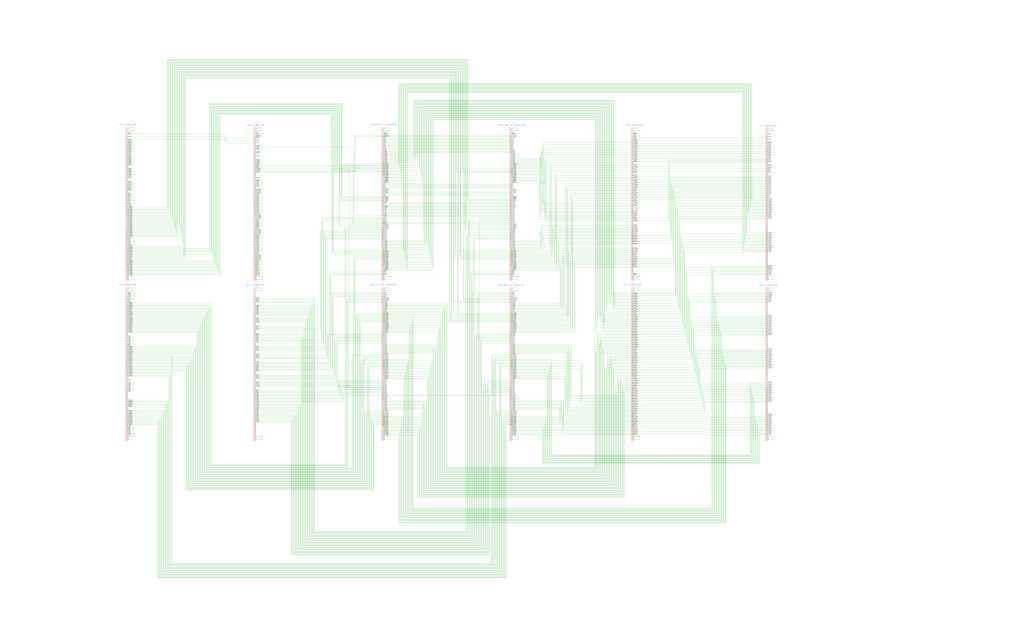
<source format=kicad_sch>
(kicad_sch (version 20231120) (generator "eeschema") (generator_version "8.0")
  (paper "User" 2032 1270)
  (junction (at 1257.3 693.42))
  (junction (at 763.27 866.14))
  (junction (at 1016 515.62))
  (junction (at 1257.3 596.9))
  (junction (at 762 637.54))
  (junction (at 1016 510.54))
  (junction (at 762 632.46))
  (junction (at 762 721.36))
  (junction (at 1016 718.82))
  (junction (at 762 726.44))
  (junction (at 1258.57 259.08))
  (junction (at 255.27 254))
  (junction (at 762 325.12))
  (junction (at 1257.3 845.82))
  (junction (at 762 340.36))
  (junction (at 1257.3 800.1))
  (junction (at 1258.57 254))
  (junction (at 1257.3 795.02))
  (junction (at 1257.3 513.08))
  (junction (at 1525.27 553.72))
  (junction (at 1257.3 698.5))
  (junction (at 762 426.72))
  (junction (at 1016 505.46))
  (junction (at 1257.3 713.74))
  (junction (at 1257.3 779.78))
  (junction (at 1525.27 871.22))
  (junction (at 762 840.74))
  (junction (at 1257.3 637.54))
  (junction (at 1525.27 571.5))
  (junction (at 1017.27 871.22))
  (junction (at 1258.57 576.58))
  (junction (at 1257.3 652.78))
  (junction (at 1016 624.84))
  (junction (at 1257.3 789.94))
  (junction (at 762 622.3))
  (junction (at 1016 629.92))
  (junction (at 763.27 548.64))
  (junction (at 1257.3 647.7))
  (junction (at 1257.3 591.82))
  (junction (at 1257.3 784.86))
  (junction (at 1016 337.82))
  (junction (at 1257.3 744.22))
  (junction (at 1016 340.36))
  (junction (at 1257.3 820.42))
  (junction (at 763.27 576.58))
  (junction (at 1016 828.04))
  (junction (at 762 835.66))
  (junction (at 1257.3 805.18))
  (junction (at 1257.3 662.94))
  (junction (at 1525.27 254))
  (junction (at 763.27 259.08))
  (junction (at 1257.3 627.38))
  (junction (at 1017.27 548.64))
  (junction (at 1016 627.38))
  (junction (at 1257.3 472.44))
  (junction (at 1258.57 571.5))
  (junction (at 1257.3 622.3))
  (junction (at 509.27 254))
  (junction (at 509.27 576.58))
  (junction (at 1257.3 850.9))
  (junction (at 762 335.28))
  (junction (at 762 332.74))
  (junction (at 1016 721.36))
  (junction (at 1016 508))
  (junction (at 255.27 576.58))
  (junction (at 255.27 259.08))
  (junction (at 1016 723.9))
  (junction (at 762 444.5))
  (junction (at 1016 502.92))
  (junction (at 1525.27 576.58))
  (junction (at 509.27 548.64))
  (junction (at 762 327.66))
  (junction (at 1257.3 734.06))
  (junction (at 762 330.2))
  (junction (at 1257.3 523.24))
  (junction (at 1258.57 553.72))
  (junction (at 509.27 866.14))
  (junction (at 1257.3 830.58))
  (junction (at 1016 731.52))
  (junction (at 1257.3 855.98))
  (junction (at 255.27 548.64))
  (junction (at 1257.3 825.5))
  (junction (at 1525.27 548.64))
  (junction (at 1016 640.08))
  (junction (at 762 337.82))
  (junction (at 509.27 571.5))
  (junction (at 762 515.62))
  (junction (at 255.27 866.14))
  (junction (at 1257.3 436.88))
  (junction (at 762 441.96))
  (junction (at 762 716.28))
  (junction (at 1257.3 815.34))
  (junction (at 762 629.92))
  (junction (at 1257.3 528.32))
  (junction (at 763.27 254))
  (junction (at 255.27 571.5))
  (junction (at 1016 500.38))
  (junction (at 762 828.04))
  (junction (at 762 838.2))
  (junction (at 1257.3 683.26))
  (junction (at 1258.57 871.22))
  (junction (at 763.27 553.72))
  (junction (at 1257.3 810.26))
  (junction (at 762 784.86))
  (junction (at 762 505.46))
  (junction (at 1017.27 571.5))
  (junction (at 762 513.08))
  (junction (at 1257.3 703.58))
  (junction (at 1016 716.28))
  (junction (at 1016 843.28))
  (junction (at 1257.3 642.62))
  (junction (at 1258.57 548.64))
  (junction (at 1016 342.9))
  (junction (at 509.27 871.22))
  (junction (at 1257.3 632.46))
  (junction (at 1257.3 657.86))
  (junction (at 762 635))
  (junction (at 1017.27 254))
  (junction (at 762 731.52))
  (junction (at 1257.3 467.36))
  (junction (at 1257.3 708.66))
  (junction (at 1257.3 774.7))
  (junction (at 1257.3 688.34))
  (junction (at 1257.3 678.18))
  (junction (at 1016 632.46))
  (junction (at 1257.3 769.62))
  (junction (at 1016 835.66))
  (junction (at 1016 838.2))
  (junction (at 762 830.58))
  (junction (at 1257.3 612.14))
  (junction (at 1016 713.74))
  (junction (at 762 510.54))
  (junction (at 1257.3 518.16))
  (junction (at 1257.3 617.22))
  (junction (at 1257.3 754.38))
  (junction (at 1016 840.74))
  (junction (at 1257.3 861.06))
  (junction (at 1017.27 576.58))
  (junction (at 1257.3 728.98))
  (junction (at 762 728.98))
  (junction (at 1016 830.58))
  (junction (at 762 627.38))
  (junction (at 1525.27 259.08))
  (junction (at 1016 497.84))
  (junction (at 1016 635))
  (junction (at 1257.3 477.52))
  (junction (at 762 624.84))
  (junction (at 763.27 871.22))
  (junction (at 1257.3 840.74))
  (junction (at 762 271.78))
  (junction (at 1257.3 581.66))
  (junction (at 1016 622.3))
  (junction (at 1016 833.12))
  (junction (at 1257.3 482.6))
  (junction (at 762 825.5))
  (junction (at 255.27 553.72))
  (junction (at 762 342.9))
  (junction (at 1257.3 673.1))
  (junction (at 1016 513.08))
  (junction (at 1525.27 866.14))
  (junction (at 1257.3 601.98))
  (junction (at 1257.3 764.54))
  (junction (at 1016 825.5))
  (junction (at 1257.3 749.3))
  (junction (at 1017.27 866.14))
  (junction (at 762 508))
  (junction (at 762 500.38))
  (junction (at 762 502.92))
  (junction (at 1257.3 586.74))
  (junction (at 762 843.28))
  (junction (at 1016 335.28))
  (junction (at 1257.3 739.14))
  (junction (at 1257.3 431.8))
  (junction (at 255.27 871.22))
  (junction (at 1257.3 718.82))
  (junction (at 762 269.24))
  (junction (at 1257.3 723.9))
  (junction (at 1016 728.98))
  (junction (at 509.27 259.08))
  (junction (at 762 713.74))
  (junction (at 763.27 571.5))
  (junction (at 1257.3 759.46))
  (junction (at 1016 726.44))
  (junction (at 762 497.84))
  (junction (at 762 723.9))
  (junction (at 762 833.12))
  (junction (at 1257.3 668.02))
  (junction (at 1016 637.54))
  (junction (at 1017.27 259.08))
  (junction (at 1258.57 866.14))
  (junction (at 1257.3 607.06))
  (junction (at 762 718.82))
  (junction (at 762 640.08))
  (junction (at 509.27 553.72))
  (junction (at 1017.27 553.72))
  (junction (at 1257.3 835.66))
  (wire (pts (xy 254 393.7) (xy 267.97 393.7)))
  (wire (pts (xy 373.38 723.9) (xy 373.38 966.47)))
  (wire (pts (xy 849.63 227.33) (xy 849.63 495.3)))
  (wire (pts (xy 508 591.82) (xy 624.84 591.82)))
  (wire (pts (xy 1342.39 408.94) (xy 1524 408.94)))
  (wire (pts (xy 957.58 1087.12) (xy 591.82 1087.12)))
  (wire (pts (xy 1257.3 797.56) (xy 1153.16 797.56)))
  (wire (pts (xy 415.29 924.56) (xy 415.29 609.6)))
  (wire (pts (xy 254 553.72) (xy 255.27 553.72)))
  (wire (pts (xy 1093.47 718.82) (xy 1016 718.82)))
  (wire (pts (xy 877.57 937.26) (xy 1189.99 937.26)))
  (wire (pts (xy 508 320.04) (xy 521.97 320.04)))
  (wire (pts (xy 1525.27 571.5) (xy 1527.81 571.5)))
  (wire (pts (xy 1489.71 406.4) (xy 1524 406.4)))
  (wire (pts (xy 892.81 637.54) (xy 1016 637.54)))
  (wire (pts (xy 953.77 1083.31) (xy 595.63 1083.31)))
  (wire (pts (xy 668.02 759.46) (xy 668.02 678.18)))
  (wire (pts (xy 412.75 927.1) (xy 412.75 614.68)))
  (wire (pts (xy 254 368.3) (xy 267.97 368.3)))
  (wire (pts (xy 254 596.9) (xy 267.97 596.9)))
  (wire (pts (xy 254 571.5) (xy 255.27 571.5)))
  (wire (pts (xy 1524 579.12) (xy 1525.27 579.12)))
  (wire (pts (xy 679.45 391.16) (xy 762 391.16)))
  (wire (pts (xy 1191.26 938.53) (xy 876.3 938.53)))
  (wire (pts (xy 1090.93 905.51) (xy 1090.93 728.98)))
  (wire (pts (xy 1216.66 617.22) (xy 1257.3 617.22)))
  (wire (pts (xy 1525.27 256.54) (xy 1525.27 254)))
  (wire (pts (xy 740.41 970.28) (xy 369.57 970.28)))
  (wire (pts (xy 254 302.26) (xy 267.97 302.26)))
  (wire (pts (xy 1016 325.12) (xy 1078.23 325.12)))
  (wire (pts (xy 508 353.06) (xy 521.97 353.06)))
  (wire (pts (xy 831.85 332.74) (xy 762 332.74)))
  (wire (pts (xy 508 467.36) (xy 521.97 467.36)))
  (wire (pts (xy 254 325.12) (xy 267.97 325.12)))
  (wire (pts (xy 508 825.5) (xy 584.2 825.5)))
  (wire (pts (xy 762 388.62) (xy 1016 388.62)))
  (wire (pts (xy 762 383.54) (xy 1016 383.54)))
  (wire (pts (xy 1125.22 373.38) (xy 1257.3 373.38)))
  (wire (pts (xy 725.17 955.04) (xy 384.81 955.04)))
  (wire (pts (xy 965.2 1094.74) (xy 965.2 764.54)))
  (wire (pts (xy 345.44 444.5) (xy 345.44 132.08)))
  (wire (pts (xy 1016 828.04) (xy 1257.3 828.04)))
  (wire (pts (xy 1191.26 670.56) (xy 1191.26 938.53)))
  (wire (pts (xy 254 546.1) (xy 436.88 546.1)))
  (wire (pts (xy 1121.41 746.76) (xy 1121.41 817.88)))
  (wire (pts (xy 762 327.66) (xy 830.58 327.66)))
  (wire (pts (xy 735.33 828.04) (xy 735.33 965.2)))
  (wire (pts (xy 1524 530.86) (xy 1360.17 530.86)))
  (wire (pts (xy 508 528.32) (xy 521.97 528.32)))
  (wire (pts (xy 869.95 944.88) (xy 1197.61 944.88)))
  (wire (pts (xy 254 551.18) (xy 255.27 551.18)))
  (wire (pts (xy 852.17 505.46) (xy 762 505.46)))
  (wire (pts (xy 642.62 462.28) (xy 762 462.28)))
  (wire (pts (xy 1209.04 209.55) (xy 831.85 209.55)))
  (wire (pts (xy 1524 640.08) (xy 1372.87 640.08)))
  (wire (pts (xy 652.78 538.48) (xy 762 538.48)))
  (wire (pts (xy 689.61 596.9) (xy 762 596.9)))
  (wire (pts (xy 660.4 734.06) (xy 660.4 586.74)))
  (wire (pts (xy 254 637.54) (xy 401.32 637.54)))
  (wire (pts (xy 1016 871.22) (xy 1017.27 871.22)))
  (wire (pts (xy 1257.3 513.08) (xy 1334.77 513.08)))
  (wire (pts (xy 601.98 1076.96) (xy 947.42 1076.96)))
  (wire (pts (xy 726.44 820.42) (xy 762 820.42)))
  (wire (pts (xy 1257.3 660.4) (xy 1181.1 660.4)))
  (wire (pts (xy 839.47 807.72) (xy 839.47 975.36)))
  (wire (pts (xy 830.58 208.28) (xy 1210.31 208.28)))
  (wire (pts (xy 1215.39 726.44) (xy 1257.3 726.44)))
  (wire (pts (xy 840.74 477.52) (xy 840.74 218.44)))
  (wire (pts (xy 350.52 137.16) (xy 350.52 464.82)))
  (wire (pts (xy 1223.01 970.28) (xy 1223.01 774.7)))
  (wire (pts (xy 508 571.5) (xy 509.27 571.5)))
  (wire (pts (xy 1136.65 657.86) (xy 1136.65 398.78)))
  (wire (pts (xy 1134.11 388.62) (xy 1257.3 388.62)))
  (wire (pts (xy 762 335.28) (xy 792.48 335.28)))
  (wire (pts (xy 331.47 118.11) (xy 928.37 118.11)))
  (wire (pts (xy 666.75 218.44) (xy 666.75 334.01)))
  (wire (pts (xy 1104.9 358.14) (xy 1257.3 358.14)))
  (wire (pts (xy 1257.3 340.36) (xy 1524 340.36)))
  (wire (pts (xy 707.39 624.84) (xy 707.39 937.26)))
  (wire (pts (xy 323.85 1135.38) (xy 993.14 1135.38)))
  (wire (pts (xy 508 454.66) (xy 521.97 454.66)))
  (wire (pts (xy 679.45 772.16) (xy 679.45 792.48)))
  (wire (pts (xy 254 284.48) (xy 267.97 284.48)))
  (wire (pts (xy 577.85 1101.09) (xy 577.85 838.2)))
  (wire (pts (xy 994.41 731.52) (xy 994.41 1136.65)))
  (wire (pts (xy 1155.7 716.28) (xy 1016 716.28)))
  (wire (pts (xy 579.12 835.66) (xy 579.12 1099.82)))
  (wire (pts (xy 508 523.24) (xy 521.97 523.24)))
  (wire (pts (xy 1436.37 1032.51) (xy 796.29 1032.51)))
  (wire (pts (xy 798.83 360.68) (xy 798.83 173.99)))
  (wire (pts (xy 1118.87 502.92) (xy 1257.3 502.92)))
  (wire (pts (xy 1258.57 254) (xy 1261.11 254)))
  (wire (pts (xy 1257.3 762) (xy 1234.44 762)))
  (wire (pts (xy 1016 835.66) (xy 1082.04 835.66)))
  (wire (pts (xy 763.27 259.08) (xy 765.81 259.08)))
  (wire (pts (xy 1230.63 746.76) (xy 1257.3 746.76)))
  (wire (pts (xy 1381.76 701.04) (xy 1524 701.04)))
  (wire (pts (xy 1016 843.28) (xy 1004.57 843.28)))
  (wire (pts (xy 944.88 1074.42) (xy 944.88 668.02)))
  (wire (pts (xy 791.21 1037.59) (xy 791.21 861.06)))
  (wire (pts (xy 1228.09 754.38) (xy 1257.3 754.38)))
  (wire (pts (xy 1154.43 792.48) (xy 1257.3 792.48)))
  (wire (pts (xy 434.34 541.02) (xy 434.34 224.79)))
  (wire (pts (xy 1094.74 901.7) (xy 1488.44 901.7)))
  (wire (pts (xy 1257.3 718.82) (xy 1374.14 718.82)))
  (wire (pts (xy 1016 652.78) (xy 1135.38 652.78)))
  (wire (pts (xy 1016 469.9) (xy 928.37 469.9)))
  (wire (pts (xy 762 360.68) (xy 798.83 360.68)))
  (wire (pts (xy 654.05 541.02) (xy 654.05 721.36)))
  (wire (pts (xy 999.49 1141.73) (xy 317.5 1141.73)))
  (wire (pts (xy 1257.3 472.44) (xy 1330.96 472.44)))
  (wire (pts (xy 706.12 935.99) (xy 706.12 622.3)))
  (wire (pts (xy 812.8 1016) (xy 1419.86 1016)))
  (wire (pts (xy 762 670.56) (xy 664.21 670.56)))
  (wire (pts (xy 1431.29 1027.43) (xy 801.37 1027.43)))
  (wire (pts (xy 426.72 217.17) (xy 426.72 525.78)))
  (wire (pts (xy 1229.36 759.46) (xy 1229.36 976.63)))
  (wire (pts (xy 1524 533.4) (xy 1413.51 533.4)))
  (wire (pts (xy 1189.99 665.48) (xy 1257.3 665.48)))
  (wire (pts (xy 1399.54 858.52) (xy 1399.54 855.98)))
  (wire (pts (xy 1257.3 622.3) (xy 1350.01 622.3)))
  (wire (pts (xy 793.75 850.9) (xy 762 850.9)))
  (wire (pts (xy 1432.56 1028.7) (xy 1432.56 693.42)))
  (wire (pts (xy 866.14 948.69) (xy 866.14 688.34)))
  (wire (pts (xy 762 292.1) (xy 1016 292.1)))
  (wire (pts (xy 858.52 530.86) (xy 858.52 236.22)))
  (wire (pts (xy 675.64 398.78) (xy 675.64 209.55)))
  (wire (pts (xy 647.7 703.58) (xy 647.7 472.44)))
  (wire (pts (xy 1202.69 215.9) (xy 1202.69 614.68)))
  (wire (pts (xy 1130.3 701.04) (xy 1130.3 800.1)))
  (wire (pts (xy 1205.23 952.5) (xy 1205.23 703.58)))
  (wire (pts (xy 1362.71 541.02) (xy 1362.71 673.1)))
  (wire (pts (xy 1093.47 902.97) (xy 1093.47 718.82)))
  (wire (pts (xy 1115.06 810.26) (xy 1115.06 861.06)))
  (wire (pts (xy 1179.83 683.26) (xy 1257.3 683.26)))
  (wire (pts (xy 1257.3 289.56) (xy 1524 289.56)))
  (wire (pts (xy 1116.33 604.52) (xy 1116.33 492.76)))
  (wire (pts (xy 1016 533.4) (xy 1104.9 533.4)))
  (wire (pts (xy 254 398.78) (xy 267.97 398.78)))
  (wire (pts (xy 508 462.28) (xy 521.97 462.28)))
  (wire (pts (xy 1101.09 342.9) (xy 1257.3 342.9)))
  (wire (pts (xy 853.44 231.14) (xy 1187.45 231.14)))
  (wire (pts (xy 1524 261.62) (xy 1525.27 261.62)))
  (wire (pts (xy 436.88 227.33) (xy 657.86 227.33)))
  (wire (pts (xy 762 281.94) (xy 1016 281.94)))
  (wire (pts (xy 1524 830.58) (xy 1499.87 830.58)))
  (wire (pts (xy 1238.25 777.24) (xy 1257.3 777.24)))
  (wire (pts (xy 328.93 1130.3) (xy 988.06 1130.3)))
  (wire (pts (xy 1016 449.58) (xy 924.56 449.58)))
  (wire (pts (xy 763.27 868.68) (xy 763.27 866.14)))
  (wire (pts (xy 1016 393.7) (xy 1029.97 393.7)))
  (wire (pts (xy 1016 866.14) (xy 1017.27 866.14)))
  (wire (pts (xy 762 510.54) (xy 702.31 510.54)))
  (wire (pts (xy 254 259.08) (xy 255.27 259.08)))
  (wire (pts (xy 838.2 358.14) (xy 838.2 215.9)))
  (wire (pts (xy 1182.37 929.64) (xy 1182.37 693.42)))
  (wire (pts (xy 377.19 962.66) (xy 377.19 716.28)))
  (wire (pts (xy 584.2 1094.74) (xy 965.2 1094.74)))
  (wire (pts (xy 762 594.36) (xy 688.34 594.36)))
  (wire (pts (xy 254 513.08) (xy 367.03 513.08)))
  (wire (pts (xy 965.2 764.54) (xy 1016 764.54)))
  (wire (pts (xy 849.63 965.2) (xy 1217.93 965.2)))
  (wire (pts (xy 1257.3 825.5) (xy 1399.54 825.5)))
  (wire (pts (xy 852.17 229.87) (xy 852.17 505.46)))
  (wire (pts (xy 1419.86 1016) (xy 1419.86 591.82)))
  (wire (pts (xy 1524 718.82) (xy 1438.91 718.82)))
  (wire (pts (xy 882.65 604.52) (xy 882.65 932.18)))
  (wire (pts (xy 508 474.98) (xy 521.97 474.98)))
  (wire (pts (xy 795.02 1033.78) (xy 1437.64 1033.78)))
  (wire (pts (xy 951.23 434.34) (xy 1016 434.34)))
  (wire (pts (xy 508 835.66) (xy 579.12 835.66)))
  (wire (pts (xy 1075.69 447.04) (xy 1257.3 447.04)))
  (wire (pts (xy 508 866.14) (xy 509.27 866.14)))
  (wire (pts (xy 1257.3 279.4) (xy 1515.11 279.4)))
  (wire (pts (xy 956.31 680.72) (xy 956.31 1085.85)))
  (wire (pts (xy 730.25 960.12) (xy 379.73 960.12)))
  (wire (pts (xy 1182.37 655.32) (xy 1257.3 655.32)))
  (wire (pts (xy 669.29 762) (xy 508 762)))
  (wire (pts (xy 1438.91 718.82) (xy 1438.91 1035.05)))
  (wire (pts (xy 508 269.24) (xy 521.97 269.24)))
  (wire (pts (xy 509.27 866.14) (xy 513.08 866.14)))
  (wire (pts (xy 429.26 530.86) (xy 254 530.86)))
  (wire (pts (xy 1196.34 657.86) (xy 1196.34 222.25)))
  (wire (pts (xy 1399.54 848.36) (xy 1399.54 845.82)))
  (wire (pts (xy 1525.27 261.62) (xy 1525.27 259.08)))
  (wire (pts (xy 254 845.82) (xy 267.97 845.82)))
  (wire (pts (xy 805.18 734.06) (xy 805.18 1023.62)))
  (wire (pts (xy 1343.66 414.02) (xy 1343.66 596.9)))
  (wire (pts (xy 1116.33 492.76) (xy 1257.3 492.76)))
  (wire (pts (xy 1473.2 497.84) (xy 1473.2 184.15)))
  (wire (pts (xy 1099.82 515.62) (xy 1099.82 464.82)))
  (wire (pts (xy 508 421.64) (xy 521.97 421.64)))
  (wire (pts (xy 1016 546.1) (xy 937.26 546.1)))
  (wire (pts (xy 740.41 838.2) (xy 740.41 970.28)))
  (wire (pts (xy 255.27 553.72) (xy 259.08 553.72)))
  (wire (pts (xy 255.27 576.58) (xy 257.81 576.58)))
  (wire (pts (xy 901.7 144.78) (xy 901.7 513.08)))
  (wire (pts (xy 370.84 969.01) (xy 739.14 969.01)))
  (wire (pts (xy 314.96 1144.27) (xy 314.96 838.2)))
  (wire (pts (xy 255.27 556.26) (xy 255.27 553.72)))
  (wire (pts (xy 1431.29 662.94) (xy 1431.29 1027.43)))
  (wire (pts (xy 327.66 807.72) (xy 254 807.72)))
  (wire (pts (xy 1016 817.88) (xy 986.79 817.88)))
  (wire (pts (xy 254 718.82) (xy 375.92 718.82)))
  (wire (pts (xy 750.57 337.82) (xy 750.57 336.55)))
  (wire (pts (xy 662.94 222.25) (xy 662.94 341.63)))
  (wire (pts (xy 1188.72 229.87) (xy 852.17 229.87)))
  (wire (pts (xy 1369.06 599.44) (xy 1369.06 698.5)))
  (wire (pts (xy 624.84 1054.1) (xy 924.56 1054.1)))
  (wire (pts (xy 1258.57 868.68) (xy 1258.57 866.14)))
  (wire (pts (xy 508 551.18) (xy 509.27 551.18)))
  (wire (pts (xy 1492.25 905.51) (xy 1090.93 905.51)))
  (wire (pts (xy 254 360.68) (xy 267.97 360.68)))
  (wire (pts (xy 715.01 944.88) (xy 394.97 944.88)))
  (wire (pts (xy 985.52 1127.76) (xy 985.52 815.34)))
  (wire (pts (xy 1257.3 873.76) (xy 1258.57 873.76)))
  (wire (pts (xy 1016 848.36) (xy 1257.3 848.36)))
  (wire (pts (xy 1003.3 1145.54) (xy 1003.3 840.74)))
  (wire (pts (xy 254 698.5) (xy 383.54 698.5)))
  (wire (pts (xy 1197.61 944.88) (xy 1197.61 695.96)))
  (wire (pts (xy 1257.3 739.14) (xy 1203.96 739.14)))
  (wire (pts (xy 944.88 668.02) (xy 1016 668.02)))
  (wire (pts (xy 415.29 609.6) (xy 254 609.6)))
  (wire (pts (xy 894.08 152.4) (xy 365.76 152.4)))
  (wire (pts (xy 762 340.36) (xy 750.57 340.36)))
  (wire (pts (xy 1129.03 805.18) (xy 1257.3 805.18)))
  (wire (pts (xy 387.35 952.5) (xy 387.35 690.88)))
  (wire (pts (xy 254 477.52) (xy 267.97 477.52)))
  (wire (pts (xy 762 589.28) (xy 661.67 589.28)))
  (wire (pts (xy 508 543.56) (xy 521.97 543.56)))
  (wire (pts (xy 831.85 848.36) (xy 831.85 982.98)))
  (wire (pts (xy 1257.3 822.96) (xy 1120.14 822.96)))
  (wire (pts (xy 1257.3 708.66) (xy 1371.6 708.66)))
  (wire (pts (xy 337.82 124.46) (xy 337.82 424.18)))
  (wire (pts (xy 607.06 637.54) (xy 607.06 1071.88)))
  (wire (pts (xy 422.91 213.36) (xy 671.83 213.36)))
  (wire (pts (xy 1017.27 576.58) (xy 1019.81 576.58)))
  (wire (pts (xy 508 574.04) (xy 509.27 574.04)))
  (wire (pts (xy 1524 838.2) (xy 1399.54 838.2)))
  (wire (pts (xy 1525.27 551.18) (xy 1525.27 548.64)))
  (wire (pts (xy 508 868.68) (xy 509.27 868.68)))
  (wire (pts (xy 594.36 805.18) (xy 594.36 1084.58)))
  (wire (pts (xy 624.84 591.82) (xy 624.84 1054.1)))
  (wire (pts (xy 1197.61 652.78) (xy 1257.3 652.78)))
  (wire (pts (xy 1207.77 713.74) (xy 1257.3 713.74)))
  (wire (pts (xy 762 797.56) (xy 842.01 797.56)))
  (wire (pts (xy 1257.3 739.14) (xy 1379.22 739.14)))
  (wire (pts (xy 1016 617.22) (xy 1115.06 617.22)))
  (wire (pts (xy 1257.3 701.04) (xy 1198.88 701.04)))
  (wire (pts (xy 1111.25 513.08) (xy 1257.3 513.08)))
  (wire (pts (xy 1016 355.6) (xy 1070.61 355.6)))
  (wire (pts (xy 1083.31 314.96) (xy 1083.31 431.8)))
  (wire (pts (xy 254 579.12) (xy 255.27 579.12)))
  (wire (pts (xy 712.47 635) (xy 712.47 942.34)))
  (wire (pts (xy 930.91 436.88) (xy 1016 436.88)))
  (wire (pts (xy 254 528.32) (xy 427.99 528.32)))
  (wire (pts (xy 1016 792.48) (xy 1029.97 792.48)))
  (wire (pts (xy 508 292.1) (xy 702.31 292.1)))
  (wire (pts (xy 318.77 1140.46) (xy 998.22 1140.46)))
  (wire (pts (xy 906.78 340.36) (xy 1016 340.36)))
  (wire (pts (xy 1196.34 943.61) (xy 871.22 943.61)))
  (wire (pts (xy 762 848.36) (xy 831.85 848.36)))
  (wire (pts (xy 254 307.34) (xy 267.97 307.34)))
  (wire (pts (xy 254 764.54) (xy 267.97 764.54)))
  (wire (pts (xy 681.99 782.32) (xy 681.99 797.56)))
  (wire (pts (xy 859.79 955.04) (xy 1207.77 955.04)))
  (wire (pts (xy 1257.3 647.7) (xy 1356.36 647.7)))
  (wire (pts (xy 844.55 492.76) (xy 762 492.76)))
  (wire (pts (xy 1016 254) (xy 1017.27 254)))
  (wire (pts (xy 358.14 457.2) (xy 358.14 144.78)))
  (wire (pts (xy 508 396.24) (xy 521.97 396.24)))
  (wire (pts (xy 255.27 254) (xy 257.81 254)))
  (wire (pts (xy 1016 586.74) (xy 948.69 586.74)))
  (wire (pts (xy 1257.3 703.58) (xy 1370.33 703.58)))
  (wire (pts (xy 1257.3 662.94) (xy 1360.17 662.94)))
  (wire (pts (xy 739.14 835.66) (xy 762 835.66)))
  (wire (pts (xy 698.5 928.37) (xy 698.5 703.58)))
  (wire (pts (xy 947.42 1076.96) (xy 947.42 584.2)))
  (wire (pts (xy 1016 731.52) (xy 1151.89 731.52)))
  (wire (pts (xy 825.5 307.34) (xy 825.5 203.2)))
  (wire (pts (xy 664.21 746.76) (xy 508 746.76)))
  (wire (pts (xy 861.06 690.88) (xy 762 690.88)))
  (wire (pts (xy 335.28 1123.95) (xy 981.71 1123.95)))
  (wire (pts (xy 1118.87 845.82) (xy 1257.3 845.82)))
  (wire (pts (xy 923.29 452.12) (xy 1016 452.12)))
  (wire (pts (xy 920.75 591.82) (xy 1016 591.82)))
  (wire (pts (xy 762 734.06) (xy 805.18 734.06)))
  (wire (pts (xy 372.11 726.44) (xy 254 726.44)))
  (wire (pts (xy 694.69 777.24) (xy 694.69 767.08)))
  (wire (pts (xy 762 866.14) (xy 763.27 866.14)))
  (wire (pts (xy 916.94 129.54) (xy 916.94 337.82)))
  (wire (pts (xy 1487.17 170.18) (xy 1487.17 416.56)))
  (wire (pts (xy 897.89 148.59) (xy 897.89 596.9)))
  (wire (pts (xy 1257.3 477.52) (xy 1332.23 477.52)))
  (wire (pts (xy 925.83 120.65) (xy 925.83 447.04)))
  (wire (pts (xy 635 652.78) (xy 635 457.2)))
  (wire (pts (xy 1426.21 642.62) (xy 1426.21 1022.35)))
  (wire (pts (xy 255.27 261.62) (xy 255.27 259.08)))
  (wire (pts (xy 254 254) (xy 255.27 254)))
  (wire (pts (xy 762 342.9) (xy 834.39 342.9)))
  (wire (pts (xy 332.74 797.56) (xy 254 797.56)))
  (wire (pts (xy 254 429.26) (xy 340.36 429.26)))
  (wire (pts (xy 801.37 502.92) (xy 762 502.92)))
  (wire (pts (xy 657.86 505.46) (xy 762 505.46)))
  (wire (pts (xy 421.64 212.09) (xy 421.64 505.46)))
  (wire (pts (xy 762 871.22) (xy 763.27 871.22)))
  (wire (pts (xy 1092.2 904.24) (xy 1490.98 904.24)))
  (wire (pts (xy 1257.3 713.74) (xy 1372.87 713.74)))
  (wire (pts (xy 337.82 741.68) (xy 254 741.68)))
  (wire (pts (xy 508 693.42) (xy 645.16 693.42)))
  (wire (pts (xy 1120.14 822.96) (xy 1120.14 751.84)))
  (wire (pts (xy 254 855.98) (xy 267.97 855.98)))
  (wire (pts (xy 1225.55 972.82) (xy 1225.55 744.22)))
  (wire (pts (xy 1115.06 617.22) (xy 1115.06 528.32)))
  (wire (pts (xy 1484.63 426.72) (xy 1524 426.72)))
  (wire (pts (xy 762 695.96) (xy 859.79 695.96)))
  (wire (pts (xy 254 734.06) (xy 368.3 734.06)))
  (wire (pts (xy 875.03 939.8) (xy 1192.53 939.8)))
  (wire (pts (xy 407.67 624.84) (xy 254 624.84)))
  (wire (pts (xy 508 403.86) (xy 521.97 403.86)))
  (wire (pts (xy 508 789.94) (xy 678.18 789.94)))
  (wire (pts (xy 979.17 1121.41) (xy 337.82 1121.41)))
  (wire (pts (xy 508 873.76) (xy 509.27 873.76)))
  (wire (pts (xy 986.79 1129.03) (xy 330.2 1129.03)))
  (wire (pts (xy 254 861.06) (xy 267.97 861.06)))
  (wire (pts (xy 508 401.32) (xy 521.97 401.32)))
  (wire (pts (xy 509.27 574.04) (xy 509.27 571.5)))
  (wire (pts (xy 645.16 693.42) (xy 645.16 467.36)))
  (wire (pts (xy 508 416.56) (xy 521.97 416.56)))
  (wire (pts (xy 762 304.8) (xy 820.42 304.8)))
  (wire (pts (xy 1524 548.64) (xy 1525.27 548.64)))
  (wire (pts (xy 822.96 200.66) (xy 822.96 314.96)))
  (wire (pts (xy 1428.75 652.78) (xy 1428.75 1024.89)))
  (wire (pts (xy 676.91 768.35) (xy 676.91 787.4)))
  (wire (pts (xy 844.55 970.28) (xy 1223.01 970.28)))
  (wire (pts (xy 254 487.68) (xy 361.95 487.68)))
  (wire (pts (xy 1328.42 436.88) (xy 1328.42 322.58)))
  (wire (pts (xy 676.91 396.24) (xy 762 396.24)))
  (wire (pts (xy 807.72 182.88) (xy 1474.47 182.88)))
  (wire (pts (xy 1016 863.6) (xy 1257.3 863.6)))
  (wire (pts (xy 1488.44 901.7) (xy 1488.44 759.46)))
  (wire (pts (xy 1524 695.96) (xy 1380.49 695.96)))
  (wire (pts (xy 961.39 1090.93) (xy 588.01 1090.93)))
  (wire (pts (xy 321.31 1137.92) (xy 995.68 1137.92)))
  (wire (pts (xy 1524 716.28) (xy 1385.57 716.28)))
  (wire (pts (xy 1188.72 629.92) (xy 1188.72 229.87)))
  (wire (pts (xy 1258.57 579.12) (xy 1258.57 576.58)))
  (wire (pts (xy 1423.67 632.46) (xy 1423.67 1019.81)))
  (wire (pts (xy 1524 500.38) (xy 1358.9 500.38)))
  (wire (pts (xy 1524 256.54) (xy 1525.27 256.54)))
  (wire (pts (xy 255.27 868.68) (xy 255.27 866.14)))
  (wire (pts (xy 1257.3 576.58) (xy 1258.57 576.58)))
  (wire (pts (xy 1111.25 807.72) (xy 1111.25 835.66)))
  (wire (pts (xy 1084.58 363.22) (xy 1084.58 439.42)))
  (wire (pts (xy 1417.32 581.66) (xy 1524 581.66)))
  (wire (pts (xy 1016 637.54) (xy 1126.49 637.54)))
  (wire (pts (xy 1211.58 958.85) (xy 855.98 958.85)))
  (wire (pts (xy 1191.26 637.54) (xy 1191.26 227.33)))
  (wire (pts (xy 796.29 840.74) (xy 762 840.74)))
  (wire (pts (xy 1416.05 543.56) (xy 1416.05 1012.19)))
  (wire (pts (xy 901.7 513.08) (xy 1016 513.08)))
  (wire (pts (xy 1134.11 647.7) (xy 1134.11 388.62)))
  (wire (pts (xy 828.04 205.74) (xy 1212.85 205.74)))
  (wire (pts (xy 1257.3 612.14) (xy 1217.93 612.14)))
  (wire (pts (xy 678.18 769.62) (xy 762 769.62)))
  (wire (pts (xy 709.93 939.8) (xy 400.05 939.8)))
  (wire (pts (xy 615.95 1062.99) (xy 933.45 1062.99)))
  (wire (pts (xy 325.12 817.88) (xy 254 817.88)))
  (wire (pts (xy 762 551.18) (xy 763.27 551.18)))
  (wire (pts (xy 726.44 956.31) (xy 726.44 820.42)))
  (wire (pts (xy 1134.11 685.8) (xy 1134.11 784.86)))
  (wire (pts (xy 254 340.36) (xy 267.97 340.36)))
  (wire (pts (xy 1351.28 469.9) (xy 1524 469.9)))
  (wire (pts (xy 334.01 416.56) (xy 334.01 120.65)))
  (wire (pts (xy 1016 335.28) (xy 1075.69 335.28)))
  (wire (pts (xy 254 434.34) (xy 342.9 434.34)))
  (wire (pts (xy 508 515.62) (xy 521.97 515.62)))
  (wire (pts (xy 1257.3 640.08) (xy 1186.18 640.08)))
  (wire (pts (xy 1219.2 741.68) (xy 1219.2 966.47)))
  (wire (pts (xy 750.57 328.93) (xy 750.57 330.2)))
  (wire (pts (xy 334.01 795.02) (xy 334.01 1125.22)))
  (wire (pts (xy 391.16 657.86) (xy 391.16 948.69)))
  (wire (pts (xy 646.43 469.9) (xy 646.43 695.96)))
  (wire (pts (xy 1384.3 711.2) (xy 1524 711.2)))
  (wire (pts (xy 508 525.78) (xy 521.97 525.78)))
  (wire (pts (xy 1524 599.44) (xy 1369.06 599.44)))
  (wire (pts (xy 1092.2 502.92) (xy 1092.2 327.66)))
  (wire (pts (xy 255.27 579.12) (xy 255.27 576.58)))
  (wire (pts (xy 508 330.2) (xy 701.04 330.2)))
  (wire (pts (xy 1379.22 739.14) (xy 1379.22 665.48)))
  (wire (pts (xy 873.76 941.07) (xy 873.76 640.08)))
  (wire (pts (xy 1524 414.02) (xy 1343.66 414.02)))
  (wire (pts (xy 909.32 137.16) (xy 350.52 137.16)))
  (wire (pts (xy 313.69 840.74) (xy 313.69 1145.54)))
  (wire (pts (xy 1482.09 462.28) (xy 1524 462.28)))
  (wire (pts (xy 847.09 967.74) (xy 1220.47 967.74)))
  (wire (pts (xy 1257.3 271.78) (xy 1271.27 271.78)))
  (wire (pts (xy 1016 843.28) (xy 1257.3 843.28)))
  (wire (pts (xy 1016 375.92) (xy 1029.97 375.92)))
  (wire (pts (xy 741.68 971.55) (xy 741.68 840.74)))
  (wire (pts (xy 508 391.16) (xy 521.97 391.16)))
  (wire (pts (xy 1216.66 201.93) (xy 1216.66 617.22)))
  (wire (pts (xy 1016 807.72) (xy 1111.25 807.72)))
  (wire (pts (xy 372.11 967.74) (xy 372.11 726.44)))
  (wire (pts (xy 254 589.28) (xy 267.97 589.28)))
  (wire (pts (xy 1016 528.32) (xy 1103.63 528.32)))
  (wire (pts (xy 254 464.82) (xy 350.52 464.82)))
  (wire (pts (xy 762 439.42) (xy 641.35 439.42)))
  (wire (pts (xy 1016 508) (xy 902.97 508)))
  (wire (pts (xy 1524 477.52) (xy 1478.28 477.52)))
  (wire (pts (xy 1257.3 629.92) (xy 1188.72 629.92)))
  (wire (pts (xy 254 576.58) (xy 255.27 576.58)))
  (wire (pts (xy 762 309.88) (xy 821.69 309.88)))
  (wire (pts (xy 1376.68 728.98) (xy 1376.68 655.32)))
  (wire (pts (xy 590.55 812.8) (xy 590.55 1088.39)))
  (wire (pts (xy 1474.47 182.88) (xy 1474.47 492.76)))
  (wire (pts (xy 1418.59 586.74) (xy 1418.59 1014.73)))
  (wire (pts (xy 1399.54 863.6) (xy 1524 863.6)))
  (wire (pts (xy 595.63 802.64) (xy 508 802.64)))
  (wire (pts (xy 1257.3 840.74) (xy 1109.98 840.74)))
  (wire (pts (xy 335.28 746.76) (xy 254 746.76)))
  (wire (pts (xy 861.06 953.77) (xy 861.06 690.88)))
  (wire (pts (xy 1421.13 1017.27) (xy 811.53 1017.27)))
  (wire (pts (xy 820.42 1008.38) (xy 1412.24 1008.38)))
  (wire (pts (xy 1153.16 797.56) (xy 1153.16 726.44)))
  (wire (pts (xy 339.09 1120.14) (xy 977.9 1120.14)))
  (wire (pts (xy 254 871.22) (xy 255.27 871.22)))
  (wire (pts (xy 1078.23 850.9) (xy 1078.23 918.21)))
  (wire (pts (xy 872.49 645.16) (xy 872.49 942.34)))
  (wire (pts (xy 1257.3 751.84) (xy 1231.9 751.84)))
  (wire (pts (xy 254 657.86) (xy 391.16 657.86)))
  (wire (pts (xy 843.28 971.55) (xy 843.28 810.26)))
  (wire (pts (xy 1205.23 703.58) (xy 1257.3 703.58)))
  (wire (pts (xy 508 302.26) (xy 521.97 302.26)))
  (wire (pts (xy 365.76 152.4) (xy 365.76 510.54)))
  (wire (pts (xy 327.66 1131.57) (xy 327.66 807.72)))
  (wire (pts (xy 803.91 179.07) (xy 803.91 513.08)))
  (wire (pts (xy 590.55 1088.39) (xy 958.85 1088.39)))
  (wire (pts (xy 254 574.04) (xy 255.27 574.04)))
  (wire (pts (xy 1016 683.26) (xy 1129.03 683.26)))
  (wire (pts (xy 763.27 873.76) (xy 763.27 871.22)))
  (wire (pts (xy 929.64 431.8) (xy 1016 431.8)))
  (wire (pts (xy 614.68 617.22) (xy 508 617.22)))
  (wire (pts (xy 1257.3 734.06) (xy 1377.95 734.06)))
  (wire (pts (xy 254 586.74) (xy 267.97 586.74)))
  (wire (pts (xy 643.89 464.82) (xy 643.89 690.88)))
  (wire (pts (xy 254 678.18) (xy 267.97 678.18)))
  (wire (pts (xy 1129.03 683.26) (xy 1129.03 805.18)))
  (wire (pts (xy 1493.52 906.78) (xy 1493.52 779.78)))
  (wire (pts (xy 609.6 1069.34) (xy 939.8 1069.34)))
  (wire (pts (xy 1432.56 693.42) (xy 1524 693.42)))
  (wire (pts (xy 254 396.24) (xy 267.97 396.24)))
  (wire (pts (xy 508 556.26) (xy 509.27 556.26)))
  (wire (pts (xy 603.25 1075.69) (xy 603.25 650.24)))
  (wire (pts (xy 1234.44 762) (xy 1234.44 981.71)))
  (wire (pts (xy 962.66 759.46) (xy 962.66 1092.2)))
  (wire (pts (xy 762 441.96) (xy 1016 441.96)))
  (wire (pts (xy 909.32 624.84) (xy 909.32 137.16)))
  (wire (pts (xy 393.7 652.78) (xy 393.7 946.15)))
  (wire (pts (xy 254 436.88) (xy 353.06 436.88)))
  (wire (pts (xy 1257.3 678.18) (xy 1188.72 678.18)))
  (wire (pts (xy 843.28 487.68) (xy 843.28 220.98)))
  (wire (pts (xy 254 708.66) (xy 381 708.66)))
  (wire (pts (xy 1503.68 845.82) (xy 1503.68 916.94)))
  (wire (pts (xy 254 759.46) (xy 267.97 759.46)))
  (wire (pts (xy 509.27 261.62) (xy 509.27 259.08)))
  (wire (pts (xy 793.75 1035.05) (xy 793.75 850.9)))
  (wire (pts (xy 762 401.32) (xy 1016 401.32)))
  (wire (pts (xy 762 373.38) (xy 1016 373.38)))
  (wire (pts (xy 1123.95 807.72) (xy 1257.3 807.72)))
  (wire (pts (xy 254 447.04) (xy 355.6 447.04)))
  (wire (pts (xy 1258.57 574.04) (xy 1258.57 571.5)))
  (wire (pts (xy 1016 571.5) (xy 1017.27 571.5)))
  (wire (pts (xy 798.83 173.99) (xy 1483.36 173.99)))
  (wire (pts (xy 1524 467.36) (xy 1480.82 467.36)))
  (wire (pts (xy 1074.42 297.18) (xy 1257.3 297.18)))
  (wire (pts (xy 670.56 754.38) (xy 762 754.38)))
  (wire (pts (xy 1371.6 708.66) (xy 1371.6 635)))
  (wire (pts (xy 589.28 815.34) (xy 589.28 1089.66)))
  (wire (pts (xy 868.68 660.4) (xy 762 660.4)))
  (wire (pts (xy 1016 635) (xy 894.08 635)))
  (wire (pts (xy 1187.45 635) (xy 1257.3 635)))
  (wire (pts (xy 254 462.28) (xy 359.41 462.28)))
  (wire (pts (xy 1016 698.5) (xy 1125.22 698.5)))
  (wire (pts (xy 1117.6 609.6) (xy 1117.6 497.84)))
  (wire (pts (xy 1016 640.08) (xy 1131.57 640.08)))
  (wire (pts (xy 891.54 154.94) (xy 368.3 154.94)))
  (wire (pts (xy 254 728.98) (xy 370.84 728.98)))
  (wire (pts (xy 1092.2 327.66) (xy 1257.3 327.66)))
  (wire (pts (xy 1220.47 764.54) (xy 1257.3 764.54)))
  (wire (pts (xy 803.91 513.08) (xy 762 513.08)))
  (wire (pts (xy 508 332.74) (xy 521.97 332.74)))
  (wire (pts (xy 379.73 711.2) (xy 254 711.2)))
  (wire (pts (xy 685.8 922.02) (xy 417.83 922.02)))
  (wire (pts (xy 1016 579.12) (xy 1017.27 579.12)))
  (wire (pts (xy 1140.46 655.32) (xy 1140.46 525.78)))
  (wire (pts (xy 612.14 622.3) (xy 508 622.3)))
  (wire (pts (xy 424.18 214.63) (xy 424.18 520.7)))
  (wire (pts (xy 1334.77 373.38) (xy 1334.77 513.08)))
  (wire (pts (xy 762 805.18) (xy 844.55 805.18)))
  (wire (pts (xy 1239.52 986.79) (xy 828.04 986.79)))
  (wire (pts (xy 1494.79 908.05) (xy 1088.39 908.05)))
  (wire (pts (xy 508 505.46) (xy 521.97 505.46)))
  (wire (pts (xy 1186.18 232.41) (xy 854.71 232.41)))
  (wire (pts (xy 596.9 800.1) (xy 596.9 1082.04)))
  (wire (pts (xy 1131.57 795.02) (xy 1257.3 795.02)))
  (wire (pts (xy 1186.18 640.08) (xy 1186.18 232.41)))
  (wire (pts (xy 1094.74 513.08) (xy 1094.74 337.82)))
  (wire (pts (xy 1490.98 769.62) (xy 1524 769.62)))
  (wire (pts (xy 1257.3 309.88) (xy 1524 309.88)))
  (wire (pts (xy 1210.31 957.58) (xy 1210.31 706.12)))
  (wire (pts (xy 508 457.2) (xy 521.97 457.2)))
  (wire (pts (xy 1257.3 391.16) (xy 1524 391.16)))
  (wire (pts (xy 638.81 675.64) (xy 508 675.64)))
  (wire (pts (xy 668.02 678.18) (xy 762 678.18)))
  (wire (pts (xy 1016 378.46) (xy 1029.97 378.46)))
  (wire (pts (xy 1257.3 721.36) (xy 1214.12 721.36)))
  (wire (pts (xy 762 416.56) (xy 1016 416.56)))
  (wire (pts (xy 762 843.28) (xy 742.95 843.28)))
  (wire (pts (xy 341.63 1117.6) (xy 975.36 1117.6)))
  (wire (pts (xy 762 502.92) (xy 659.13 502.92)))
  (wire (pts (xy 508 335.28) (xy 693.42 335.28)))
  (wire (pts (xy 1016 553.72) (xy 1017.27 553.72)))
  (wire (pts (xy 858.52 956.31) (xy 858.52 701.04)))
  (wire (pts (xy 351.79 138.43) (xy 908.05 138.43)))
  (wire (pts (xy 1115.06 861.06) (xy 1257.3 861.06)))
  (wire (pts (xy 762 652.78) (xy 812.8 652.78)))
  (wire (pts (xy 1016 515.62) (xy 1099.82 515.62)))
  (wire (pts (xy 356.87 143.51) (xy 356.87 452.12)))
  (wire (pts (xy 369.57 731.52) (xy 254 731.52)))
  (wire (pts (xy 1257.3 256.54) (xy 1258.57 256.54)))
  (wire (pts (xy 254 449.58) (xy 346.71 449.58)))
  (wire (pts (xy 1341.12 403.86) (xy 1341.12 586.74)))
  (wire (pts (xy 1131.57 510.54) (xy 1257.3 510.54)))
  (wire (pts (xy 762 795.02) (xy 847.09 795.02)))
  (wire (pts (xy 582.93 1096.01) (xy 582.93 828.04)))
  (wire (pts (xy 1016 551.18) (xy 1017.27 551.18)))
  (wire (pts (xy 1524 332.74) (xy 1537.97 332.74)))
  (wire (pts (xy 1490.98 166.37) (xy 791.21 166.37)))
  (wire (pts (xy 1122.68 622.3) (xy 1122.68 363.22)))
  (wire (pts (xy 1338.58 388.62) (xy 1338.58 528.32)))
  (wire (pts (xy 1257.3 254) (xy 1258.57 254)))
  (wire (pts (xy 1073.15 490.22) (xy 1073.15 457.2)))
  (wire (pts (xy 937.26 1066.8) (xy 612.14 1066.8)))
  (wire (pts (xy 762 271.78) (xy 1016 271.78)))
  (wire (pts (xy 717.55 716.28) (xy 717.55 947.42)))
  (wire (pts (xy 1257.3 467.36) (xy 1329.69 467.36)))
  (wire (pts (xy 655.32 723.9) (xy 655.32 543.56)))
  (wire (pts (xy 382.27 701.04) (xy 254 701.04)))
  (wire (pts (xy 403.86 935.99) (xy 706.12 935.99)))
  (wire (pts (xy 1117.6 497.84) (xy 1257.3 497.84)))
  (wire (pts (xy 857.25 234.95) (xy 857.25 525.78)))
  (wire (pts (xy 817.88 632.46) (xy 817.88 1010.92)))
  (wire (pts (xy 703.58 337.82) (xy 703.58 269.24)))
  (wire (pts (xy 673.1 449.58) (xy 673.1 212.09)))
  (wire (pts (xy 419.1 920.75) (xy 684.53 920.75)))
  (wire (pts (xy 1206.5 708.66) (xy 1206.5 953.77)))
  (wire (pts (xy 1016 655.32) (xy 1140.46 655.32)))
  (wire (pts (xy 1016 731.52) (xy 994.41 731.52)))
  (wire (pts (xy 508 518.16) (xy 521.97 518.16)))
  (wire (pts (xy 337.82 1121.41) (xy 337.82 741.68)))
  (wire (pts (xy 981.71 721.36) (xy 981.71 1123.95)))
  (wire (pts (xy 1346.2 424.18) (xy 1346.2 607.06)))
  (wire (pts (xy 508 370.84) (xy 521.97 370.84)))
  (wire (pts (xy 508 414.02) (xy 521.97 414.02)))
  (wire (pts (xy 1016 800.1) (xy 1117.6 800.1)))
  (wire (pts (xy 1131.57 695.96) (xy 1131.57 795.02)))
  (wire (pts (xy 254 744.22) (xy 336.55 744.22)))
  (wire (pts (xy 363.22 149.86) (xy 363.22 490.22)))
  (wire (pts (xy 391.16 948.69) (xy 718.82 948.69)))
  (wire (pts (xy 886.46 928.37) (xy 886.46 607.06)))
  (wire (pts (xy 381 708.66) (xy 381 958.85)))
  (wire (pts (xy 1016 607.06) (xy 1112.52 607.06)))
  (wire (pts (xy 991.87 726.44) (xy 991.87 1134.11)))
  (wire (pts (xy 984.25 711.2) (xy 984.25 1126.49)))
  (wire (pts (xy 943.61 1073.15) (xy 605.79 1073.15)))
  (wire (pts (xy 1524 828.04) (xy 1399.54 828.04)))
  (wire (pts (xy 508 795.02) (xy 680.72 795.02)))
  (wire (pts (xy 1193.8 224.79) (xy 847.09 224.79)))
  (wire (pts (xy 254 454.66) (xy 347.98 454.66)))
  (wire (pts (xy 762 546.1) (xy 656.59 546.1)))
  (wire (pts (xy 1016 838.2) (xy 1002.03 838.2)))
  (wire (pts (xy 687.07 591.82) (xy 762 591.82)))
  (wire (pts (xy 622.3 1056.64) (xy 927.1 1056.64)))
  (wire (pts (xy 704.85 515.62) (xy 704.85 934.72)))
  (wire (pts (xy 415.29 492.76) (xy 415.29 205.74)))
  (wire (pts (xy 801.37 176.53) (xy 801.37 502.92)))
  (wire (pts (xy 508 764.54) (xy 695.96 764.54)))
  (wire (pts (xy 763.27 254) (xy 765.81 254)))
  (wire (pts (xy 508 271.78) (xy 521.97 271.78)))
  (wire (pts (xy 1016 502.92) (xy 1092.2 502.92)))
  (wire (pts (xy 1258.57 256.54) (xy 1258.57 254)))
  (wire (pts (xy 1016 505.46) (xy 913.13 505.46)))
  (wire (pts (xy 675.64 209.55) (xy 419.1 209.55)))
  (wire (pts (xy 331.47 800.1) (xy 331.47 1127.76)))
  (wire (pts (xy 1080.77 840.74) (xy 1016 840.74)))
  (wire (pts (xy 1524 353.06) (xy 1329.69 353.06)))
  (wire (pts (xy 762 289.56) (xy 1016 289.56)))
  (wire (pts (xy 637.54 431.8) (xy 762 431.8)))
  (wire (pts (xy 508 632.46) (xy 609.6 632.46)))
  (wire (pts (xy 715.01 640.08) (xy 715.01 944.88)))
  (wire (pts (xy 706.12 622.3) (xy 762 622.3)))
  (wire (pts (xy 1211.58 711.2) (xy 1211.58 958.85)))
  (wire (pts (xy 1083.31 830.58) (xy 1016 830.58)))
  (wire (pts (xy 1257.3 800.1) (xy 1394.46 800.1)))
  (wire (pts (xy 967.74 1097.28) (xy 967.74 769.62)))
  (wire (pts (xy 849.63 495.3) (xy 762 495.3)))
  (wire (pts (xy 977.9 1120.14) (xy 977.9 713.74)))
  (wire (pts (xy 1355.09 642.62) (xy 1355.09 485.14)))
  (wire (pts (xy 850.9 741.68) (xy 762 741.68)))
  (wire (pts (xy 1257.3 784.86) (xy 1390.65 784.86)))
  (wire (pts (xy 762 381) (xy 1016 381)))
  (wire (pts (xy 1524 317.5) (xy 1327.15 317.5)))
  (wire (pts (xy 1257.3 632.46) (xy 1352.55 632.46)))
  (wire (pts (xy 826.77 312.42) (xy 762 312.42)))
  (wire (pts (xy 1090.93 728.98) (xy 1016 728.98)))
  (wire (pts (xy 676.91 208.28) (xy 676.91 396.24)))
  (wire (pts (xy 508 609.6) (xy 618.49 609.6)))
  (wire (pts (xy 1016 482.6) (xy 1078.23 482.6)))
  (wire (pts (xy 254 467.36) (xy 360.68 467.36)))
  (wire (pts (xy 396.24 943.61) (xy 713.74 943.61)))
  (wire (pts (xy 800.1 825.5) (xy 800.1 1028.7)))
  (wire (pts (xy 411.48 928.37) (xy 698.5 928.37)))
  (wire (pts (xy 322.58 822.96) (xy 254 822.96)))
  (wire (pts (xy 1515.11 274.32) (xy 1515.11 279.4)))
  (wire (pts (xy 960.12 1089.66) (xy 960.12 754.38)))
  (wire (pts (xy 828.04 863.6) (xy 762 863.6)))
  (wire (pts (xy 1191.26 227.33) (xy 849.63 227.33)))
  (wire (pts (xy 254 276.86) (xy 444.5 276.86)))
  (wire (pts (xy 805.18 1023.62) (xy 1427.48 1023.62)))
  (wire (pts (xy 508 548.64) (xy 509.27 548.64)))
  (wire (pts (xy 1016 398.78) (xy 927.1 398.78)))
  (wire (pts (xy 419.1 209.55) (xy 419.1 500.38)))
  (wire (pts (xy 741.68 840.74) (xy 762 840.74)))
  (wire (pts (xy 1189.99 624.84) (xy 1257.3 624.84)))
  (wire (pts (xy 1016 474.98) (xy 941.07 474.98)))
  (wire (pts (xy 904.24 502.92) (xy 1016 502.92)))
  (wire (pts (xy 435.61 226.06) (xy 435.61 543.56)))
  (wire (pts (xy 1016 853.44) (xy 1257.3 853.44)))
  (wire (pts (xy 416.56 607.06) (xy 416.56 923.29)))
  (wire (pts (xy 1477.01 482.6) (xy 1524 482.6)))
  (wire (pts (xy 1201.42 619.76) (xy 1201.42 217.17)))
  (wire (pts (xy 762 421.64) (xy 1016 421.64)))
  (wire (pts (xy 1187.45 673.1) (xy 1257.3 673.1)))
  (wire (pts (xy 935.99 1065.53) (xy 935.99 543.56)))
  (wire (pts (xy 508 530.86) (xy 521.97 530.86)))
  (wire (pts (xy 1525.27 254) (xy 1527.81 254)))
  (wire (pts (xy 508 408.94) (xy 521.97 408.94)))
  (wire (pts (xy 665.48 673.1) (xy 762 673.1)))
  (wire (pts (xy 924.56 449.58) (xy 924.56 121.92)))
  (wire (pts (xy 1016 838.2) (xy 1257.3 838.2)))
  (wire (pts (xy 703.58 269.24) (xy 762 269.24)))
  (wire (pts (xy 919.48 127) (xy 919.48 594.36)))
  (wire (pts (xy 508 342.9) (xy 698.5 342.9)))
  (wire (pts (xy 942.34 1071.88) (xy 942.34 662.94)))
  (wire (pts (xy 939.8 472.44) (xy 1016 472.44)))
  (wire (pts (xy 1076.96 919.48) (xy 1076.96 855.98)))
  (wire (pts (xy 814.07 1014.73) (xy 814.07 647.7)))
  (wire (pts (xy 895.35 151.13) (xy 895.35 632.46)))
  (wire (pts (xy 648.97 474.98) (xy 648.97 706.12)))
  (wire (pts (xy 1083.31 913.13) (xy 1083.31 830.58)))
  (wire (pts (xy 1078.23 281.94) (xy 1078.23 325.12)))
  (wire (pts (xy 762 574.04) (xy 763.27 574.04)))
  (wire (pts (xy 317.5 1141.73) (xy 317.5 833.12)))
  (wire (pts (xy 254 556.26) (xy 255.27 556.26)))
  (wire (pts (xy 508 388.62) (xy 521.97 388.62)))
  (wire (pts (xy 610.87 624.84) (xy 610.87 1068.07)))
  (wire (pts (xy 1209.04 956.31) (xy 858.52 956.31)))
  (wire (pts (xy 833.12 337.82) (xy 762 337.82)))
  (wire (pts (xy 762 784.86) (xy 1016 784.86)))
  (wire (pts (xy 762 490.22) (xy 848.36 490.22)))
  (wire (pts (xy 1257.3 551.18) (xy 1258.57 551.18)))
  (wire (pts (xy 1257.3 779.78) (xy 1389.38 779.78)))
  (wire (pts (xy 1083.31 431.8) (xy 1257.3 431.8)))
  (wire (pts (xy 436.88 546.1) (xy 436.88 227.33)))
  (wire (pts (xy 1257.3 749.3) (xy 1226.82 749.3)))
  (wire (pts (xy 509.27 553.72) (xy 513.08 553.72)))
  (wire (pts (xy 255.27 259.08) (xy 257.81 259.08)))
  (wire (pts (xy 941.07 1070.61) (xy 608.33 1070.61)))
  (wire (pts (xy 1016 782.32) (xy 971.55 782.32)))
  (wire (pts (xy 1257.3 264.16) (xy 1271.27 264.16)))
  (wire (pts (xy 955.04 1084.58) (xy 955.04 678.18)))
  (wire (pts (xy 612.14 1066.8) (xy 612.14 622.3)))
  (wire (pts (xy 887.73 601.98) (xy 887.73 927.1)))
  (wire (pts (xy 254 850.9) (xy 267.97 850.9)))
  (wire (pts (xy 1257.3 261.62) (xy 1258.57 261.62)))
  (wire (pts (xy 254 762) (xy 267.97 762)))
  (wire (pts (xy 326.39 1132.84) (xy 990.6 1132.84)))
  (wire (pts (xy 1389.38 779.78) (xy 1389.38 731.52)))
  (wire (pts (xy 1078.23 327.66) (xy 1078.23 403.86)))
  (wire (pts (xy 508 749.3) (xy 665.48 749.3)))
  (wire (pts (xy 820.42 198.12) (xy 1220.47 198.12)))
  (wire (pts (xy 1524 378.46) (xy 1336.04 378.46)))
  (wire (pts (xy 598.17 670.56) (xy 598.17 1080.77)))
  (wire (pts (xy 762 510.54) (xy 853.44 510.54)))
  (wire (pts (xy 1257.3 627.38) (xy 1351.28 627.38)))
  (wire (pts (xy 508 812.8) (xy 590.55 812.8)))
  (wire (pts (xy 762 530.86) (xy 858.52 530.86)))
  (wire (pts (xy 1231.9 979.17) (xy 835.66 979.17)))
  (wire (pts (xy 833.12 981.71) (xy 833.12 843.28)))
  (wire (pts (xy 1079.5 845.82) (xy 1016 845.82)))
  (wire (pts (xy 254 408.94) (xy 267.97 408.94)))
  (wire (pts (xy 508 728.98) (xy 657.86 728.98)))
  (wire (pts (xy 1084.58 825.5) (xy 1084.58 911.86)))
  (wire (pts (xy 1257.3 718.82) (xy 1209.04 718.82)))
  (wire (pts (xy 887.73 927.1) (xy 1179.83 927.1)))
  (wire (pts (xy 509.27 551.18) (xy 509.27 548.64)))
  (wire (pts (xy 254 693.42) (xy 386.08 693.42)))
  (wire (pts (xy 254 342.9) (xy 267.97 342.9)))
  (wire (pts (xy 853.44 510.54) (xy 853.44 231.14)))
  (wire (pts (xy 927.1 398.78) (xy 927.1 119.38)))
  (wire (pts (xy 1258.57 553.72) (xy 1262.38 553.72)))
  (wire (pts (xy 825.5 203.2) (xy 1215.39 203.2)))
  (wire (pts (xy 711.2 632.46) (xy 762 632.46)))
  (wire (pts (xy 839.47 363.22) (xy 762 363.22)))
  (wire (pts (xy 254 388.62) (xy 267.97 388.62)))
  (wire (pts (xy 508 309.88) (xy 521.97 309.88)))
  (wire (pts (xy 1092.2 723.9) (xy 1092.2 904.24)))
  (wire (pts (xy 1184.91 233.68) (xy 1184.91 645.16)))
  (wire (pts (xy 750.57 335.28) (xy 762 335.28)))
  (wire (pts (xy 388.62 688.34) (xy 388.62 951.23)))
  (wire (pts (xy 254 868.68) (xy 255.27 868.68)))
  (wire (pts (xy 1391.92 767.08) (xy 1524 767.08)))
  (wire (pts (xy 326.39 815.34) (xy 326.39 1132.84)))
  (wire (pts (xy 1524 368.3) (xy 1333.5 368.3)))
  (wire (pts (xy 1257.3 759.46) (xy 1384.3 759.46)))
  (wire (pts (xy 254 497.84) (xy 417.83 497.84)))
  (wire (pts (xy 508 289.56) (xy 521.97 289.56)))
  (wire (pts (xy 424.18 520.7) (xy 254 520.7)))
  (wire (pts (xy 254 294.64) (xy 267.97 294.64)))
  (wire (pts (xy 701.04 508) (xy 762 508)))
  (wire (pts (xy 1502.41 840.74) (xy 1502.41 915.67)))
  (wire (pts (xy 254 472.44) (xy 267.97 472.44)))
  (wire (pts (xy 762 477.52) (xy 840.74 477.52)))
  (wire (pts (xy 508 383.54) (xy 521.97 383.54)))
  (wire (pts (xy 1347.47 612.14) (xy 1347.47 429.26)))
  (wire (pts (xy 1101.09 518.16) (xy 1101.09 342.9)))
  (wire (pts (xy 508 480.06) (xy 521.97 480.06)))
  (wire (pts (xy 839.47 975.36) (xy 1228.09 975.36)))
  (wire (pts (xy 1257.3 607.06) (xy 1346.2 607.06)))
  (wire (pts (xy 762 347.98) (xy 835.66 347.98)))
  (wire (pts (xy 254 754.38) (xy 267.97 754.38)))
  (wire (pts (xy 762 838.2) (xy 834.39 838.2)))
  (wire (pts (xy 1228.09 975.36) (xy 1228.09 754.38)))
  (wire (pts (xy 1257.3 805.18) (xy 1395.73 805.18)))
  (wire (pts (xy 1016 264.16) (xy 1029.97 264.16)))
  (wire (pts (xy 1257.3 406.4) (xy 1271.27 406.4)))
  (wire (pts (xy 762 645.16) (xy 872.49 645.16)))
  (wire (pts (xy 822.96 314.96) (xy 762 314.96)))
  (wire (pts (xy 1257.3 617.22) (xy 1348.74 617.22)))
  (wire (pts (xy 254 535.94) (xy 431.8 535.94)))
  (wire (pts (xy 1016 439.42) (xy 932.18 439.42)))
  (wire (pts (xy 1181.1 660.4) (xy 1181.1 237.49)))
  (wire (pts (xy 848.36 490.22) (xy 848.36 226.06)))
  (wire (pts (xy 1071.88 350.52) (xy 1071.88 307.34)))
  (wire (pts (xy 1219.2 607.06) (xy 1257.3 607.06)))
  (wire (pts (xy 902.97 143.51) (xy 356.87 143.51)))
  (wire (pts (xy 1016 632.46) (xy 1125.22 632.46)))
  (wire (pts (xy 1016 513.08) (xy 1094.74 513.08)))
  (wire (pts (xy 1488.44 168.91) (xy 793.75 168.91)))
  (wire (pts (xy 1198.88 701.04) (xy 1198.88 946.15)))
  (wire (pts (xy 1257.3 548.64) (xy 1258.57 548.64)))
  (wire (pts (xy 1399.54 838.2) (xy 1399.54 835.66)))
  (wire (pts (xy 1435.1 703.58) (xy 1524 703.58)))
  (wire (pts (xy 1220.47 198.12) (xy 1220.47 601.98)))
  (wire (pts (xy 1016 721.36) (xy 981.71 721.36)))
  (wire (pts (xy 1412.24 528.32) (xy 1524 528.32)))
  (wire (pts (xy 763.27 556.26) (xy 763.27 553.72)))
  (wire (pts (xy 1375.41 650.24) (xy 1375.41 723.9)))
  (wire (pts (xy 762 469.9) (xy 646.43 469.9)))
  (wire (pts (xy 665.48 219.71) (xy 429.26 219.71)))
  (wire (pts (xy 763.27 576.58) (xy 765.81 576.58)))
  (wire (pts (xy 812.8 652.78) (xy 812.8 1016)))
  (wire (pts (xy 859.79 695.96) (xy 859.79 955.04)))
  (wire (pts (xy 377.19 716.28) (xy 254 716.28)))
  (wire (pts (xy 960.12 754.38) (xy 1016 754.38)))
  (wire (pts (xy 622.3 596.9) (xy 622.3 1056.64)))
  (wire (pts (xy 830.58 853.44) (xy 762 853.44)))
  (wire (pts (xy 254 713.74) (xy 378.46 713.74)))
  (wire (pts (xy 1381.76 749.3) (xy 1381.76 701.04)))
  (wire (pts (xy 1132.84 383.54) (xy 1257.3 383.54)))
  (wire (pts (xy 925.83 464.82) (xy 925.83 1055.37)))
  (wire (pts (xy 762 269.24) (xy 1016 269.24)))
  (wire (pts (xy 323.85 820.42) (xy 323.85 1135.38)))
  (wire (pts (xy 508 546.1) (xy 521.97 546.1)))
  (wire (pts (xy 1524 858.52) (xy 1399.54 858.52)))
  (wire (pts (xy 867.41 683.26) (xy 867.41 947.42)))
  (wire (pts (xy 508 294.64) (xy 521.97 294.64)))
  (wire (pts (xy 1016 525.78) (xy 1107.44 525.78)))
  (wire (pts (xy 508 436.88) (xy 521.97 436.88)))
  (wire (pts (xy 1504.95 850.9) (xy 1524 850.9)))
  (wire (pts (xy 941.07 474.98) (xy 941.07 1070.61)))
  (wire (pts (xy 1413.51 1009.65) (xy 819.15 1009.65)))
  (wire (pts (xy 254 264.16) (xy 267.97 264.16)))
  (wire (pts (xy 963.93 762) (xy 963.93 1093.47)))
  (wire (pts (xy 1074.42 485.14) (xy 1074.42 452.12)))
  (wire (pts (xy 750.57 336.55) (xy 665.48 336.55)))
  (wire (pts (xy 1016 828.04) (xy 996.95 828.04)))
  (wire (pts (xy 1433.83 698.5) (xy 1433.83 1029.97)))
  (wire (pts (xy 509.27 576.58) (xy 511.81 576.58)))
  (wire (pts (xy 1339.85 396.24) (xy 1339.85 393.7)))
  (wire (pts (xy 1016 480.06) (xy 1075.69 480.06)))
  (wire (pts (xy 1080.77 915.67) (xy 1080.77 840.74)))
  (wire (pts (xy 1484.63 172.72) (xy 1484.63 426.72)))
  (wire (pts (xy 668.02 332.74) (xy 668.02 217.17)))
  (wire (pts (xy 1189.99 228.6) (xy 1189.99 624.84)))
  (wire (pts (xy 508 358.14) (xy 521.97 358.14)))
  (wire (pts (xy 750.57 334.01) (xy 750.57 335.28)))
  (wire (pts (xy 1438.91 1035.05) (xy 793.75 1035.05)))
  (wire (pts (xy 1257.3 744.22) (xy 1380.49 744.22)))
  (wire (pts (xy 1386.84 721.36) (xy 1524 721.36)))
  (wire (pts (xy 1257.3 482.6) (xy 1333.5 482.6)))
  (wire (pts (xy 762 614.68) (xy 880.11 614.68)))
  (wire (pts (xy 508 447.04) (xy 521.97 447.04)))
  (wire (pts (xy 808.99 1019.81) (xy 808.99 718.82)))
  (wire (pts (xy 924.56 1054.1) (xy 924.56 462.28)))
  (wire (pts (xy 762 279.4) (xy 1016 279.4)))
  (wire (pts (xy 762 736.6) (xy 852.17 736.6)))
  (wire (pts (xy 1257.3 266.7) (xy 1271.27 266.7)))
  (wire (pts (xy 1348.74 434.34) (xy 1348.74 617.22)))
  (wire (pts (xy 933.45 1062.99) (xy 933.45 538.48)))
  (wire (pts (xy 508 708.66) (xy 650.24 708.66)))
  (wire (pts (xy 958.85 777.24) (xy 1016 777.24)))
  (wire (pts (xy 375.92 718.82) (xy 375.92 963.93)))
  (wire (pts (xy 387.35 690.88) (xy 254 690.88)))
  (wire (pts (xy 763.27 256.54) (xy 763.27 254)))
  (wire (pts (xy 1183.64 234.95) (xy 857.25 234.95)))
  (wire (pts (xy 373.38 966.47) (xy 736.6 966.47)))
  (wire (pts (xy 1513.84 269.24) (xy 1524 269.24)))
  (wire (pts (xy 952.5 1082.04) (xy 952.5 673.1)))
  (wire (pts (xy 739.14 969.01) (xy 739.14 835.66)))
  (wire (pts (xy 763.27 579.12) (xy 763.27 576.58)))
  (wire (pts (xy 1016 530.86) (xy 1108.71 530.86)))
  (wire (pts (xy 368.3 154.94) (xy 368.3 515.62)))
  (wire (pts (xy 762 822.96) (xy 727.71 822.96)))
  (wire (pts (xy 762 713.74) (xy 810.26 713.74)))
  (wire (pts (xy 408.94 930.91) (xy 701.04 930.91)))
  (wire (pts (xy 1257.3 274.32) (xy 1513.84 274.32)))
  (wire (pts (xy 1016 340.36) (xy 1074.42 340.36)))
  (wire (pts (xy 358.14 144.78) (xy 901.7 144.78)))
  (wire (pts (xy 1257.3 436.88) (xy 1328.42 436.88)))
  (wire (pts (xy 1490.98 401.32) (xy 1490.98 166.37)))
  (wire (pts (xy 850.9 500.38) (xy 850.9 228.6)))
  (wire (pts (xy 762 716.28) (xy 717.55 716.28)))
  (wire (pts (xy 444.5 274.32) (xy 508 274.32)))
  (wire (pts (xy 674.37 210.82) (xy 674.37 447.04)))
  (wire (pts (xy 1479.55 472.44) (xy 1524 472.44)))
  (wire (pts (xy 845.82 480.06) (xy 845.82 223.52)))
  (wire (pts (xy 928.37 396.24) (xy 1016 396.24)))
  (wire (pts (xy 1093.47 332.74) (xy 1257.3 332.74)))
  (wire (pts (xy 1179.83 927.1) (xy 1179.83 683.26)))
  (wire (pts (xy 817.88 1010.92) (xy 1414.78 1010.92)))
  (wire (pts (xy 584.2 825.5) (xy 584.2 1094.74)))
  (wire (pts (xy 254 584.2) (xy 267.97 584.2)))
  (wire (pts (xy 1085.85 749.3) (xy 1016 749.3)))
  (wire (pts (xy 800.1 1028.7) (xy 1432.56 1028.7)))
  (wire (pts (xy 795.02 845.82) (xy 795.02 1033.78)))
  (wire (pts (xy 1211.58 207.01) (xy 829.31 207.01)))
  (wire (pts (xy 949.96 1079.5) (xy 949.96 589.28)))
  (wire (pts (xy 1075.69 337.82) (xy 1075.69 414.02)))
  (wire (pts (xy 1257.3 574.04) (xy 1258.57 574.04)))
  (wire (pts (xy 254 853.44) (xy 267.97 853.44)))
  (wire (pts (xy 1076.96 330.2) (xy 1076.96 287.02)))
  (wire (pts (xy 853.44 961.39) (xy 853.44 731.52)))
  (wire (pts (xy 1257.3 528.32) (xy 1338.58 528.32)))
  (wire (pts (xy 608.33 1070.61) (xy 608.33 635)))
  (wire (pts (xy 1212.85 205.74) (xy 1212.85 591.82)))
  (wire (pts (xy 508 538.48) (xy 521.97 538.48)))
  (wire (pts (xy 1524 855.98) (xy 1506.22 855.98)))
  (wire (pts (xy 871.22 650.24) (xy 762 650.24)))
  (wire (pts (xy 704.85 934.72) (xy 405.13 934.72)))
  (wire (pts (xy 1118.87 614.68) (xy 1118.87 502.92)))
  (wire (pts (xy 1485.9 421.64) (xy 1485.9 171.45)))
  (wire (pts (xy 1209.04 589.28) (xy 1209.04 209.55)))
  (wire (pts (xy 762 601.98) (xy 887.73 601.98)))
  (wire (pts (xy 1426.21 1022.35) (xy 806.45 1022.35)))
  (wire (pts (xy 1123.95 627.38) (xy 1123.95 368.3)))
  (wire (pts (xy 254 378.46) (xy 267.97 378.46)))
  (wire (pts (xy 1347.47 429.26) (xy 1524 429.26)))
  (wire (pts (xy 1399.54 853.44) (xy 1524 853.44)))
  (wire (pts (xy 255.27 873.76) (xy 255.27 871.22)))
  (wire (pts (xy 1399.54 820.42) (xy 1399.54 797.56)))
  (wire (pts (xy 425.45 215.9) (xy 669.29 215.9)))
  (wire (pts (xy 909.32 624.84) (xy 1016 624.84)))
  (wire (pts (xy 1499.87 830.58) (xy 1499.87 913.13)))
  (wire (pts (xy 828.04 986.79) (xy 828.04 863.6)))
  (wire (pts (xy 405.13 934.72) (xy 405.13 629.92)))
  (wire (pts (xy 762 302.26) (xy 1016 302.26)))
  (wire (pts (xy 763.27 871.22) (xy 767.08 871.22)))
  (wire (pts (xy 1506.22 919.48) (xy 1076.96 919.48)))
  (wire (pts (xy 1430.02 1026.16) (xy 1430.02 657.86)))
  (wire (pts (xy 922.02 454.66) (xy 922.02 124.46)))
  (wire (pts (xy 762 556.26) (xy 763.27 556.26)))
  (wire (pts (xy 669.29 680.72) (xy 669.29 762)))
  (wire (pts (xy 1258.57 571.5) (xy 1261.11 571.5)))
  (wire (pts (xy 750.57 340.36) (xy 750.57 339.09)))
  (wire (pts (xy 1139.19 650.24) (xy 1139.19 520.7)))
  (wire (pts (xy 1257.3 431.8) (xy 1327.15 431.8)))
  (wire (pts (xy 340.36 429.26) (xy 340.36 127)))
  (wire (pts (xy 1079.5 426.72) (xy 1257.3 426.72)))
  (wire (pts (xy 1016 744.22) (xy 1087.12 744.22)))
  (wire (pts (xy 254 375.92) (xy 267.97 375.92)))
  (wire (pts (xy 334.01 1125.22) (xy 982.98 1125.22)))
  (wire (pts (xy 1017.27 574.04) (xy 1017.27 571.5)))
  (wire (pts (xy 1229.36 976.63) (xy 838.2 976.63)))
  (wire (pts (xy 1257.3 866.14) (xy 1258.57 866.14)))
  (wire (pts (xy 1492.25 396.24) (xy 1524 396.24)))
  (wire (pts (xy 762 635) (xy 712.47 635)))
  (wire (pts (xy 1525.27 259.08) (xy 1527.81 259.08)))
  (wire (pts (xy 839.47 217.17) (xy 839.47 363.22)))
  (wire (pts (xy 331.47 411.48) (xy 331.47 118.11)))
  (wire (pts (xy 1203.96 609.6) (xy 1203.96 214.63)))
  (wire (pts (xy 807.72 1021.08) (xy 1424.94 1021.08)))
  (wire (pts (xy 1524 383.54) (xy 1337.31 383.54)))
  (wire (pts (xy 754.38 767.08) (xy 754.38 768.35)))
  (wire (pts (xy 1480.82 176.53) (xy 801.37 176.53)))
  (wire (pts (xy 896.62 599.44) (xy 896.62 149.86)))
  (wire (pts (xy 1215.39 581.66) (xy 1257.3 581.66)))
  (wire (pts (xy 736.6 966.47) (xy 736.6 830.58)))
  (wire (pts (xy 394.97 650.24) (xy 254 650.24)))
  (wire (pts (xy 1129.03 500.38) (xy 1257.3 500.38)))
  (wire (pts (xy 762 584.2) (xy 659.13 584.2)))
  (wire (pts (xy 807.72 723.9) (xy 807.72 1021.08)))
  (wire (pts (xy 678.18 789.94) (xy 678.18 769.62)))
  (wire (pts (xy 508 444.5) (xy 521.97 444.5)))
  (wire (pts (xy 1524 726.44) (xy 1388.11 726.44)))
  (wire (pts (xy 254 482.6) (xy 267.97 482.6)))
  (wire (pts (xy 1195.07 685.8) (xy 1257.3 685.8)))
  (wire (pts (xy 938.53 1068.07) (xy 938.53 581.66)))
  (wire (pts (xy 1210.31 706.12) (xy 1257.3 706.12)))
  (wire (pts (xy 1524 629.92) (xy 1370.33 629.92)))
  (wire (pts (xy 1016 797.56) (xy 1113.79 797.56)))
  (wire (pts (xy 1084.58 360.68) (xy 1084.58 317.5)))
  (wire (pts (xy 410.21 619.76) (xy 254 619.76)))
  (wire (pts (xy 654.05 721.36) (xy 508 721.36)))
  (wire (pts (xy 762 789.94) (xy 775.97 789.94)))
  (wire (pts (xy 762 640.08) (xy 715.01 640.08)))
  (wire (pts (xy 508 304.8) (xy 521.97 304.8)))
  (wire (pts (xy 509.27 556.26) (xy 509.27 553.72)))
  (wire (pts (xy 1201.42 728.98) (xy 1201.42 948.69)))
  (wire (pts (xy 762 833.12) (xy 737.87 833.12)))
  (wire (pts (xy 1112.52 802.64) (xy 1016 802.64)))
  (wire (pts (xy 623.57 594.36) (xy 508 594.36)))
  (wire (pts (xy 762 444.5) (xy 1016 444.5)))
  (wire (pts (xy 754.38 768.35) (xy 676.91 768.35)))
  (wire (pts (xy 762 365.76) (xy 1016 365.76)))
  (wire (pts (xy 1097.28 454.66) (xy 1257.3 454.66)))
  (wire (pts (xy 1219.2 966.47) (xy 848.36 966.47)))
  (wire (pts (xy 444.5 276.86) (xy 444.5 274.32)))
  (wire (pts (xy 355.6 142.24) (xy 904.24 142.24)))
  (wire (pts (xy 718.82 948.69) (xy 718.82 718.82)))
  (wire (pts (xy 401.32 637.54) (xy 401.32 938.53)))
  (wire (pts (xy 508 259.08) (xy 509.27 259.08)))
  (wire (pts (xy 1257.3 591.82) (xy 1342.39 591.82)))
  (wire (pts (xy 1257.3 668.02) (xy 1186.18 668.02)))
  (wire (pts (xy 345.44 132.08) (xy 914.4 132.08)))
  (wire (pts (xy 854.71 726.44) (xy 854.71 960.12)))
  (wire (pts (xy 1016 660.4) (xy 1141.73 660.4)))
  (wire (pts (xy 1016 746.76) (xy 1121.41 746.76)))
  (wire (pts (xy 1524 363.22) (xy 1332.23 363.22)))
  (wire (pts (xy 1016 795.02) (xy 1118.87 795.02)))
  (wire (pts (xy 878.84 619.76) (xy 762 619.76)))
  (wire (pts (xy 1113.79 825.5) (xy 1257.3 825.5)))
  (wire (pts (xy 508 815.34) (xy 589.28 815.34)))
  (wire (pts (xy 699.77 929.64) (xy 410.21 929.64)))
  (wire (pts (xy 661.67 736.6) (xy 508 736.6)))
  (wire (pts (xy 508 688.34) (xy 642.62 688.34)))
  (wire (pts (xy 508 406.4) (xy 521.97 406.4)))
  (wire (pts (xy 508 317.5) (xy 521.97 317.5)))
  (wire (pts (xy 1524 764.54) (xy 1489.71 764.54)))
  (wire (pts (xy 254 835.66) (xy 316.23 835.66)))
  (wire (pts (xy 1130.3 635) (xy 1130.3 505.46)))
  (wire (pts (xy 704.85 271.78) (xy 762 271.78)))
  (wire (pts (xy 508 452.12) (xy 521.97 452.12)))
  (wire (pts (xy 254 386.08) (xy 267.97 386.08)))
  (wire (pts (xy 847.09 485.14) (xy 762 485.14)))
  (wire (pts (xy 703.58 513.08) (xy 762 513.08)))
  (wire (pts (xy 1524 650.24) (xy 1375.41 650.24)))
  (wire (pts (xy 339.09 125.73) (xy 920.75 125.73)))
  (wire (pts (xy 417.83 208.28) (xy 676.91 208.28)))
  (wire (pts (xy 1371.6 635) (xy 1524 635)))
  (wire (pts (xy 989.33 822.96) (xy 989.33 1131.57)))
  (wire (pts (xy 1078.23 281.94) (xy 1257.3 281.94)))
  (wire (pts (xy 1017.27 571.5) (xy 1019.81 571.5)))
  (wire (pts (xy 971.55 782.32) (xy 971.55 1101.09)))
  (wire (pts (xy 800.1 497.84) (xy 800.1 175.26)))
  (wire (pts (xy 842.01 797.56) (xy 842.01 972.82)))
  (wire (pts (xy 336.55 123.19) (xy 923.29 123.19)))
  (wire (pts (xy 384.81 695.96) (xy 254 695.96)))
  (wire (pts (xy 1524 782.32) (xy 1395.73 782.32)))
  (wire (pts (xy 1016 358.14) (xy 1070.61 358.14)))
  (wire (pts (xy 254 858.52) (xy 267.97 858.52)))
  (wire (pts (xy 834.39 838.2) (xy 834.39 980.44)))
  (wire (pts (xy 1257.3 688.34) (xy 1366.52 688.34)))
  (wire (pts (xy 1078.23 918.21) (xy 1504.95 918.21)))
  (wire (pts (xy 1233.17 980.44) (xy 1233.17 756.92)))
  (wire (pts (xy 1524 571.5) (xy 1525.27 571.5)))
  (wire (pts (xy 416.56 495.3) (xy 254 495.3)))
  (wire (pts (xy 664.21 339.09) (xy 664.21 220.98)))
  (wire (pts (xy 508 673.1) (xy 637.54 673.1)))
  (wire (pts (xy 792.48 1036.32) (xy 1440.18 1036.32)))
  (wire (pts (xy 1478.28 179.07) (xy 803.91 179.07)))
  (wire (pts (xy 996.95 828.04) (xy 996.95 1139.19)))
  (wire (pts (xy 1433.83 1029.97) (xy 798.83 1029.97)))
  (wire (pts (xy 1361.44 535.94) (xy 1524 535.94)))
  (wire (pts (xy 725.17 817.88) (xy 725.17 955.04)))
  (wire (pts (xy 1195.07 942.34) (xy 1195.07 685.8)))
  (wire (pts (xy 847.09 795.02) (xy 847.09 967.74)))
  (wire (pts (xy 666.75 751.84) (xy 508 751.84)))
  (wire (pts (xy 1137.92 515.62) (xy 1257.3 515.62)))
  (wire (pts (xy 1393.19 772.16) (xy 1393.19 795.02)))
  (wire (pts (xy 1183.64 650.24) (xy 1183.64 234.95)))
  (wire (pts (xy 1016 485.14) (xy 1074.42 485.14)))
  (wire (pts (xy 857.25 716.28) (xy 857.25 957.58)))
  (wire (pts (xy 1016 541.02) (xy 934.72 541.02)))
  (wire (pts (xy 1003.3 840.74) (xy 1016 840.74)))
  (wire (pts (xy 1016 492.76) (xy 1080.77 492.76)))
  (wire (pts (xy 508 718.82) (xy 652.78 718.82)))
  (wire (pts (xy 1257.3 830.58) (xy 1112.52 830.58)))
  (wire (pts (xy 1016 259.08) (xy 1017.27 259.08)))
  (wire (pts (xy 1089.66 906.78) (xy 1493.52 906.78)))
  (wire (pts (xy 254 548.64) (xy 255.27 548.64)))
  (wire (pts (xy 702.31 292.1) (xy 702.31 426.72)))
  (wire (pts (xy 989.33 1131.57) (xy 327.66 1131.57)))
  (wire (pts (xy 1257.3 708.66) (xy 1206.5 708.66)))
  (wire (pts (xy 623.57 1055.37) (xy 623.57 594.36)))
  (wire (pts (xy 509.27 256.54) (xy 509.27 254)))
  (wire (pts (xy 1437.64 1033.78) (xy 1437.64 713.74)))
  (wire (pts (xy 1079.5 487.68) (xy 1079.5 477.52)))
  (wire (pts (xy 1103.63 528.32) (xy 1103.63 353.06)))
  (wire (pts (xy 796.29 171.45) (xy 796.29 350.52)))
  (wire (pts (xy 720.09 949.96) (xy 389.89 949.96)))
  (wire (pts (xy 908.05 629.92) (xy 1016 629.92)))
  (wire (pts (xy 378.46 713.74) (xy 378.46 961.39)))
  (wire (pts (xy 732.79 731.52) (xy 732.79 962.66)))
  (wire (pts (xy 671.83 325.12) (xy 762 325.12)))
  (wire (pts (xy 254 439.42) (xy 344.17 439.42)))
  (wire (pts (xy 508 325.12) (xy 521.97 325.12)))
  (wire (pts (xy 402.59 635) (xy 254 635)))
  (wire (pts (xy 1352.55 474.98) (xy 1352.55 632.46)))
  (wire (pts (xy 911.86 510.54) (xy 911.86 134.62)))
  (wire (pts (xy 361.95 487.68) (xy 361.95 148.59)))
  (wire (pts (xy 591.82 810.26) (xy 508 810.26)))
  (wire (pts (xy 797.56 1031.24) (xy 1435.1 1031.24)))
  (wire (pts (xy 891.54 640.08) (xy 891.54 154.94)))
  (wire (pts (xy 340.36 1118.87) (xy 340.36 706.12)))
  (wire (pts (xy 508 800.1) (xy 596.9 800.1)))
  (wire (pts (xy 1257.3 835.66) (xy 1399.54 835.66)))
  (wire (pts (xy 400.05 939.8) (xy 400.05 640.08)))
  (wire (pts (xy 1016 261.62) (xy 1017.27 261.62)))
  (wire (pts (xy 1524 728.98) (xy 1441.45 728.98)))
  (wire (pts (xy 702.31 510.54) (xy 702.31 932.18)))
  (wire (pts (xy 508 472.44) (xy 521.97 472.44)))
  (wire (pts (xy 1399.54 840.74) (xy 1399.54 843.28)))
  (wire (pts (xy 1016 391.16) (xy 1029.97 391.16)))
  (wire (pts (xy 762 548.64) (xy 763.27 548.64)))
  (wire (pts (xy 659.13 226.06) (xy 435.61 226.06)))
  (wire (pts (xy 762 807.72) (xy 839.47 807.72)))
  (wire (pts (xy 320.04 828.04) (xy 254 828.04)))
  (wire (pts (xy 254 668.02) (xy 267.97 668.02)))
  (wire (pts (xy 1257.3 627.38) (xy 1193.8 627.38)))
  (wire (pts (xy 1483.36 173.99) (xy 1483.36 431.8)))
  (wire (pts (xy 607.06 1071.88) (xy 942.34 1071.88)))
  (wire (pts (xy 762 635) (xy 875.03 635)))
  (wire (pts (xy 1377.95 660.4) (xy 1377.95 734.06)))
  (wire (pts (xy 1117.6 850.9) (xy 1257.3 850.9)))
  (wire (pts (xy 1413.51 533.4) (xy 1413.51 1009.65)))
  (wire (pts (xy 508 792.48) (xy 679.45 792.48)))
  (wire (pts (xy 1214.12 721.36) (xy 1214.12 961.39)))
  (wire (pts (xy 1099.82 464.82) (xy 1257.3 464.82)))
  (wire (pts (xy 1016 523.24) (xy 1102.36 523.24)))
  (wire (pts (xy 1365.25 584.2) (xy 1524 584.2)))
  (wire (pts (xy 1257.3 845.82) (xy 1399.54 845.82)))
  (wire (pts (xy 805.18 180.34) (xy 1477.01 180.34)))
  (wire (pts (xy 1356.36 490.22) (xy 1356.36 647.7)))
  (wire (pts (xy 659.13 584.2) (xy 659.13 731.52)))
  (wire (pts (xy 1139.19 520.7) (xy 1257.3 520.7)))
  (wire (pts (xy 1075.69 292.1) (xy 1257.3 292.1)))
  (wire (pts (xy 969.01 772.16) (xy 969.01 1098.55)))
  (wire (pts (xy 388.62 951.23) (xy 721.36 951.23)))
  (wire (pts (xy 1398.27 792.48) (xy 1398.27 815.34)))
  (wire (pts (xy 508 670.56) (xy 598.17 670.56)))
  (wire (pts (xy 1202.69 614.68) (xy 1257.3 614.68)))
  (wire (pts (xy 698.5 441.96) (xy 762 441.96)))
  (wire (pts (xy 927.1 119.38) (xy 332.74 119.38)))
  (wire (pts (xy 1078.23 472.44) (xy 1257.3 472.44)))
  (wire (pts (xy 1016 624.84) (xy 1127.76 624.84)))
  (wire (pts (xy 1108.71 530.86) (xy 1108.71 480.06)))
  (wire (pts (xy 331.47 1127.76) (xy 985.52 1127.76)))
  (wire (pts (xy 1221.74 969.01) (xy 845.82 969.01)))
  (wire (pts (xy 613.41 619.76) (xy 613.41 1065.53)))
  (wire (pts (xy 1257.3 294.64) (xy 1524 294.64)))
  (wire (pts (xy 254 444.5) (xy 345.44 444.5)))
  (wire (pts (xy 508 502.92) (xy 521.97 502.92)))
  (wire (pts (xy 1186.18 933.45) (xy 881.38 933.45)))
  (wire (pts (xy 594.36 1084.58) (xy 955.04 1084.58)))
  (wire (pts (xy 361.95 148.59) (xy 897.89 148.59)))
  (wire (pts (xy 1094.74 337.82) (xy 1257.3 337.82)))
  (wire (pts (xy 254 279.4) (xy 267.97 279.4)))
  (wire (pts (xy 1257.3 596.9) (xy 1211.58 596.9)))
  (wire (pts (xy 762 474.98) (xy 648.97 474.98)))
  (wire (pts (xy 762 655.32) (xy 869.95 655.32)))
  (wire (pts (xy 864.87 949.96) (xy 1202.69 949.96)))
  (wire (pts (xy 580.39 833.12) (xy 508 833.12)))
  (wire (pts (xy 881.38 609.6) (xy 762 609.6)))
  (wire (pts (xy 508 449.58) (xy 521.97 449.58)))
  (wire (pts (xy 762 261.62) (xy 763.27 261.62)))
  (wire (pts (xy 1524 845.82) (xy 1503.68 845.82)))
  (wire (pts (xy 932.18 439.42) (xy 932.18 1061.72)))
  (wire (pts (xy 1525.27 576.58) (xy 1527.81 576.58)))
  (wire (pts (xy 996.95 1139.19) (xy 320.04 1139.19)))
  (wire (pts (xy 1376.68 655.32) (xy 1524 655.32)))
  (wire (pts (xy 690.88 599.44) (xy 690.88 927.1)))
  (wire (pts (xy 1399.54 833.12) (xy 1524 833.12)))
  (wire (pts (xy 816.61 637.54) (xy 762 637.54)))
  (wire (pts (xy 254 327.66) (xy 267.97 327.66)))
  (wire (pts (xy 797.56 835.66) (xy 797.56 1031.24)))
  (wire (pts (xy 762 576.58) (xy 763.27 576.58)))
  (wire (pts (xy 1075.69 861.06) (xy 1075.69 920.75)))
  (wire (pts (xy 802.64 508) (xy 802.64 177.8)))
  (wire (pts (xy 254 647.7) (xy 396.24 647.7)))
  (wire (pts (xy 985.52 815.34) (xy 1016 815.34)))
  (wire (pts (xy 1258.57 866.14) (xy 1262.38 866.14)))
  (wire (pts (xy 508 441.96) (xy 521.97 441.96)))
  (wire (pts (xy 1206.5 599.44) (xy 1257.3 599.44)))
  (wire (pts (xy 1332.23 363.22) (xy 1332.23 477.52)))
  (wire (pts (xy 798.83 830.58) (xy 762 830.58)))
  (wire (pts (xy 1397 810.26) (xy 1397 787.4)))
  (wire (pts (xy 595.63 1083.31) (xy 595.63 802.64)))
  (wire (pts (xy 407.67 932.18) (xy 407.67 624.84)))
  (wire (pts (xy 254 383.54) (xy 267.97 383.54)))
  (wire (pts (xy 1257.3 693.42) (xy 1367.79 693.42)))
  (wire (pts (xy 397.51 942.34) (xy 397.51 645.16)))
  (wire (pts (xy 684.53 920.75) (xy 684.53 452.12)))
  (wire (pts (xy 508 596.9) (xy 622.3 596.9)))
  (wire (pts (xy 664.21 220.98) (xy 430.53 220.98)))
  (wire (pts (xy 508 439.42) (xy 521.97 439.42)))
  (wire (pts (xy 750.57 341.63) (xy 750.57 342.9)))
  (wire (pts (xy 316.23 835.66) (xy 316.23 1143)))
  (wire (pts (xy 857.25 525.78) (xy 762 525.78)))
  (wire (pts (xy 1257.3 589.28) (xy 1209.04 589.28)))
  (wire (pts (xy 1524 589.28) (xy 1366.52 589.28)))
  (wire (pts (xy 675.64 765.81) (xy 754.38 765.81)))
  (wire (pts (xy 1412.24 1008.38) (xy 1412.24 528.32)))
  (wire (pts (xy 577.85 838.2) (xy 508 838.2)))
  (wire (pts (xy 657.86 581.66) (xy 762 581.66)))
  (wire (pts (xy 762 375.92) (xy 775.97 375.92)))
  (wire (pts (xy 829.31 207.01) (xy 829.31 322.58)))
  (wire (pts (xy 685.8 454.66) (xy 762 454.66)))
  (wire (pts (xy 254 469.9) (xy 351.79 469.9)))
  (wire (pts (xy 254 312.42) (xy 267.97 312.42)))
  (wire (pts (xy 341.63 703.58) (xy 341.63 1117.6)))
  (wire (pts (xy 716.28 946.15) (xy 716.28 713.74)))
  (wire (pts (xy 1257.3 546.1) (xy 1271.27 546.1)))
  (wire (pts (xy 332.74 414.02) (xy 254 414.02)))
  (wire (pts (xy 254 292.1) (xy 267.97 292.1)))
  (wire (pts (xy 885.19 929.64) (xy 1182.37 929.64)))
  (wire (pts (xy 1257.3 381) (xy 1524 381)))
  (wire (pts (xy 1353.82 637.54) (xy 1353.82 480.06)))
  (wire (pts (xy 1524 586.74) (xy 1418.59 586.74)))
  (wire (pts (xy 1478.28 477.52) (xy 1478.28 179.07)))
  (wire (pts (xy 866.14 688.34) (xy 762 688.34)))
  (wire (pts (xy 508 797.56) (xy 681.99 797.56)))
  (wire (pts (xy 254 795.02) (xy 334.01 795.02)))
  (wire (pts (xy 1524 259.08) (xy 1525.27 259.08)))
  (wire (pts (xy 1498.6 825.5) (xy 1524 825.5)))
  (wire (pts (xy 342.9 129.54) (xy 916.94 129.54)))
  (wire (pts (xy 713.74 637.54) (xy 762 637.54)))
  (wire (pts (xy 328.93 805.18) (xy 328.93 1130.3)))
  (wire (pts (xy 585.47 1093.47) (xy 585.47 822.96)))
  (wire (pts (xy 614.68 1064.26) (xy 614.68 617.22)))
  (wire (pts (xy 255.27 256.54) (xy 255.27 254)))
  (wire (pts (xy 1257.3 553.72) (xy 1258.57 553.72)))
  (wire (pts (xy 1016 647.7) (xy 1134.11 647.7)))
  (wire (pts (xy 762 287.02) (xy 1016 287.02)))
  (wire (pts (xy 1127.76 810.26) (xy 1257.3 810.26)))
  (wire (pts (xy 600.71 665.48) (xy 508 665.48)))
  (wire (pts (xy 615.95 614.68) (xy 615.95 1062.99)))
  (wire (pts (xy 1112.52 830.58) (xy 1112.52 802.64)))
  (wire (pts (xy 1524 792.48) (xy 1398.27 792.48)))
  (wire (pts (xy 695.96 774.7) (xy 762 774.7)))
  (wire (pts (xy 1016 635) (xy 1130.3 635)))
  (wire (pts (xy 1016 360.68) (xy 1084.58 360.68)))
  (wire (pts (xy 1524 774.7) (xy 1492.25 774.7)))
  (wire (pts (xy 1257.3 259.08) (xy 1258.57 259.08)))
  (wire (pts (xy 1424.94 637.54) (xy 1524 637.54)))
  (wire (pts (xy 852.17 736.6) (xy 852.17 962.66)))
  (wire (pts (xy 1016 574.04) (xy 1017.27 574.04)))
  (wire (pts (xy 1524 822.96) (xy 1537.97 822.96)))
  (wire (pts (xy 1524 327.66) (xy 1537.97 327.66)))
  (wire (pts (xy 982.98 708.66) (xy 1016 708.66)))
  (wire (pts (xy 975.36 1117.6) (xy 975.36 703.58)))
  (wire (pts (xy 1102.36 523.24) (xy 1102.36 347.98)))
  (wire (pts (xy 762 767.08) (xy 754.38 767.08)))
  (wire (pts (xy 1070.61 355.6) (xy 1070.61 312.42)))
  (wire (pts (xy 848.36 751.84) (xy 762 751.84)))
  (wire (pts (xy 792.48 335.28) (xy 792.48 167.64)))
  (wire (pts (xy 1108.71 480.06) (xy 1257.3 480.06)))
  (wire (pts (xy 859.79 535.94) (xy 762 535.94)))
  (wire (pts (xy 852.17 962.66) (xy 1215.39 962.66)))
  (wire (pts (xy 392.43 947.42) (xy 392.43 655.32)))
  (wire (pts (xy 1440.18 1036.32) (xy 1440.18 723.9)))
  (wire (pts (xy 1257.3 612.14) (xy 1347.47 612.14)))
  (wire (pts (xy 969.01 1098.55) (xy 580.39 1098.55)))
  (wire (pts (xy 742.95 972.82) (xy 367.03 972.82)))
  (wire (pts (xy 1097.28 505.46) (xy 1097.28 454.66)))
  (wire (pts (xy 1497.33 795.02) (xy 1497.33 910.59)))
  (wire (pts (xy 702.31 426.72) (xy 762 426.72)))
  (wire (pts (xy 711.2 632.46) (xy 711.2 941.07)))
  (wire (pts (xy 990.6 723.9) (xy 1016 723.9)))
  (wire (pts (xy 585.47 822.96) (xy 508 822.96)))
  (wire (pts (xy 1257.3 774.7) (xy 1388.11 774.7)))
  (wire (pts (xy 847.09 224.79) (xy 847.09 485.14)))
  (wire (pts (xy 1210.31 208.28) (xy 1210.31 584.2)))
  (wire (pts (xy 1329.69 353.06) (xy 1329.69 467.36)))
  (wire (pts (xy 433.07 223.52) (xy 433.07 538.48)))
  (wire (pts (xy 642.62 688.34) (xy 642.62 462.28)))
  (wire (pts (xy 1524 297.18) (xy 1537.97 297.18)))
  (wire (pts (xy 1016 767.08) (xy 966.47 767.08)))
  (wire (pts (xy 1016 619.76) (xy 1120.14 619.76)))
  (wire (pts (xy 349.25 135.89) (xy 910.59 135.89)))
  (wire (pts (xy 814.07 647.7) (xy 762 647.7)))
  (wire (pts (xy 508 477.52) (xy 521.97 477.52)))
  (wire (pts (xy 762 726.44) (xy 854.71 726.44)))
  (wire (pts (xy 1125.22 820.42) (xy 1257.3 820.42)))
  (wire (pts (xy 1016 314.96) (xy 1083.31 314.96)))
  (wire (pts (xy 508 378.46) (xy 521.97 378.46)))
  (wire (pts (xy 1016 774.7) (xy 957.58 774.7)))
  (wire (pts (xy 1257.3 637.54) (xy 1191.26 637.54)))
  (wire (pts (xy 828.04 317.5) (xy 828.04 205.74)))
  (wire (pts (xy 932.18 1061.72) (xy 617.22 1061.72)))
  (wire (pts (xy 970.28 779.78) (xy 1016 779.78)))
  (wire (pts (xy 589.28 1089.66) (xy 960.12 1089.66)))
  (wire (pts (xy 763.27 553.72) (xy 767.08 553.72)))
  (wire (pts (xy 1016 576.58) (xy 1017.27 576.58)))
  (wire (pts (xy 1122.68 363.22) (xy 1257.3 363.22)))
  (wire (pts (xy 1524 632.46) (xy 1423.67 632.46)))
  (wire (pts (xy 355.6 447.04) (xy 355.6 142.24)))
  (wire (pts (xy 762 406.4) (xy 1016 406.4)))
  (wire (pts (xy 1366.52 589.28) (xy 1366.52 688.34)))
  (wire (pts (xy 762 254) (xy 763.27 254)))
  (wire (pts (xy 873.76 640.08) (xy 762 640.08)))
  (wire (pts (xy 1016 822.96) (xy 989.33 822.96)))
  (wire (pts (xy 1196.34 222.25) (xy 844.55 222.25)))
  (wire (pts (xy 1016 861.06) (xy 1075.69 861.06)))
  (wire (pts (xy 897.89 596.9) (xy 1016 596.9)))
  (wire (pts (xy 1016 505.46) (xy 1097.28 505.46)))
  (wire (pts (xy 254 289.56) (xy 267.97 289.56)))
  (wire (pts (xy 1135.38 393.7) (xy 1257.3 393.7)))
  (wire (pts (xy 1427.48 1023.62) (xy 1427.48 647.7)))
  (wire (pts (xy 1016 345.44) (xy 1073.15 345.44)))
  (wire (pts (xy 679.45 205.74) (xy 679.45 391.16)))
  (wire (pts (xy 842.01 972.82) (xy 1225.55 972.82)))
  (wire (pts (xy 1155.7 787.4) (xy 1155.7 716.28)))
  (wire (pts (xy 353.06 139.7) (xy 906.78 139.7)))
  (wire (pts (xy 384.81 955.04) (xy 384.81 695.96)))
  (wire (pts (xy 797.56 355.6) (xy 797.56 172.72)))
  (wire (pts (xy 1017.27 254) (xy 1019.81 254)))
  (wire (pts (xy 1016 772.16) (xy 969.01 772.16)))
  (wire (pts (xy 808.99 184.15) (xy 808.99 533.4)))
  (wire (pts (xy 674.37 762) (xy 674.37 782.32)))
  (wire (pts (xy 1016 332.74) (xy 1076.96 332.74)))
  (wire (pts (xy 651.51 711.2) (xy 508 711.2)))
  (wire (pts (xy 762 264.16) (xy 775.97 264.16)))
  (wire (pts (xy 1206.5 212.09) (xy 1206.5 599.44)))
  (wire (pts (xy 1395.73 782.32) (xy 1395.73 805.18)))
  (wire (pts (xy 1488.44 411.48) (xy 1488.44 168.91)))
  (wire (pts (xy 762 579.12) (xy 763.27 579.12)))
  (wire (pts (xy 613.41 1065.53) (xy 935.99 1065.53)))
  (wire (pts (xy 508 576.58) (xy 509.27 576.58)))
  (wire (pts (xy 988.06 820.42) (xy 988.06 1130.3)))
  (wire (pts (xy 1189.99 937.26) (xy 1189.99 665.48)))
  (wire (pts (xy 1258.57 576.58) (xy 1261.11 576.58)))
  (wire (pts (xy 508 662.94) (xy 601.98 662.94)))
  (wire (pts (xy 762 518.16) (xy 805.18 518.16)))
  (wire (pts (xy 1193.8 627.38) (xy 1193.8 224.79)))
  (wire (pts (xy 1257.3 741.68) (xy 1219.2 741.68)))
  (wire (pts (xy 341.63 431.8) (xy 341.63 128.27)))
  (wire (pts (xy 1383.03 706.12) (xy 1383.03 754.38)))
  (wire (pts (xy 961.39 756.92) (xy 961.39 1090.93)))
  (wire (pts (xy 899.16 627.38) (xy 1016 627.38)))
  (wire (pts (xy 762 355.6) (xy 797.56 355.6)))
  (wire (pts (xy 920.75 125.73) (xy 920.75 591.82)))
  (wire (pts (xy 727.71 822.96) (xy 727.71 957.58)))
  (wire (pts (xy 1257.3 855.98) (xy 1399.54 855.98)))
  (wire (pts (xy 1257.3 815.34) (xy 1398.27 815.34)))
  (wire (pts (xy 508 264.16) (xy 521.97 264.16)))
  (wire (pts (xy 1234.44 981.71) (xy 833.12 981.71)))
  (wire (pts (xy 966.47 767.08) (xy 966.47 1096.01)))
  (wire (pts (xy 254 723.9) (xy 373.38 723.9)))
  (wire (pts (xy 1257.3 360.68) (xy 1524 360.68)))
  (wire (pts (xy 1475.74 181.61) (xy 806.45 181.61)))
  (wire (pts (xy 762 497.84) (xy 661.67 497.84)))
  (wire (pts (xy 762 398.78) (xy 675.64 398.78)))
  (wire (pts (xy 508 759.46) (xy 668.02 759.46)))
  (wire (pts (xy 803.91 739.14) (xy 762 739.14)))
  (wire (pts (xy 508 744.22) (xy 662.94 744.22)))
  (wire (pts (xy 599.44 668.02) (xy 599.44 1079.5)))
  (wire (pts (xy 905.51 140.97) (xy 354.33 140.97)))
  (wire (pts (xy 1104.9 533.4) (xy 1104.9 358.14)))
  (wire (pts (xy 254 309.88) (xy 267.97 309.88)))
  (wire (pts (xy 1141.73 660.4) (xy 1141.73 530.86)))
  (wire (pts (xy 762 680.72) (xy 669.29 680.72)))
  (wire (pts (xy 636.27 459.74) (xy 636.27 655.32)))
  (wire (pts (xy 1257.3 518.16) (xy 1336.04 518.16)))
  (wire (pts (xy 508 340.36) (xy 704.85 340.36)))
  (wire (pts (xy 508 256.54) (xy 509.27 256.54)))
  (wire (pts (xy 364.49 508) (xy 364.49 151.13)))
  (wire (pts (xy 850.9 963.93) (xy 850.9 741.68)))
  (wire (pts (xy 1016 454.66) (xy 922.02 454.66)))
  (wire (pts (xy 254 406.4) (xy 267.97 406.4)))
  (wire (pts (xy 1016 510.54) (xy 911.86 510.54)))
  (wire (pts (xy 1016 508) (xy 1093.47 508)))
  (wire (pts (xy 693.42 335.28) (xy 693.42 784.86)))
  (wire (pts (xy 1113.79 523.24) (xy 1257.3 523.24)))
  (wire (pts (xy 1524 873.76) (xy 1525.27 873.76)))
  (wire (pts (xy 604.52 647.7) (xy 604.52 1074.42)))
  (wire (pts (xy 1257.3 314.96) (xy 1524 314.96)))
  (wire (pts (xy 359.41 462.28) (xy 359.41 146.05)))
  (wire (pts (xy 750.57 330.2) (xy 762 330.2)))
  (wire (pts (xy 678.18 207.01) (xy 416.56 207.01)))
  (wire (pts (xy 1524 274.32) (xy 1515.11 274.32)))
  (wire (pts (xy 1187.45 934.72) (xy 1187.45 673.1)))
  (wire (pts (xy 430.53 533.4) (xy 254 533.4)))
  (wire (pts (xy 1016 350.52) (xy 1071.88 350.52)))
  (wire (pts (xy 341.63 128.27) (xy 918.21 128.27)))
  (wire (pts (xy 1082.04 421.64) (xy 1257.3 421.64)))
  (wire (pts (xy 1367.79 594.36) (xy 1524 594.36)))
  (wire (pts (xy 925.83 447.04) (xy 1016 447.04)))
  (wire (pts (xy 655.32 543.56) (xy 762 543.56)))
  (wire (pts (xy 406.4 627.38) (xy 406.4 933.45)))
  (wire (pts (xy 762 426.72) (xy 1016 426.72)))
  (wire (pts (xy 1233.17 756.92) (xy 1257.3 756.92)))
  (wire (pts (xy 791.21 330.2) (xy 762 330.2)))
  (wire (pts (xy 762 612.14) (xy 885.19 612.14)))
  (wire (pts (xy 754.38 765.81) (xy 754.38 764.54)))
  (wire (pts (xy 1071.88 429.26) (xy 1257.3 429.26)))
  (wire (pts (xy 1016 342.9) (xy 915.67 342.9)))
  (wire (pts (xy 762 345.44) (xy 795.02 345.44)))
  (wire (pts (xy 1257.3 586.74) (xy 1341.12 586.74)))
  (wire (pts (xy 1016 548.64) (xy 1017.27 548.64)))
  (wire (pts (xy 414.02 612.14) (xy 414.02 925.83)))
  (wire (pts (xy 1094.74 713.74) (xy 1094.74 901.7)))
  (wire (pts (xy 650.24 708.66) (xy 650.24 662.94)))
  (wire (pts (xy 1111.25 835.66) (xy 1257.3 835.66)))
  (wire (pts (xy 447.04 266.7) (xy 447.04 284.48)))
  (wire (pts (xy 508 459.74) (xy 521.97 459.74)))
  (wire (pts (xy 1216.66 731.52) (xy 1216.66 963.93)))
  (wire (pts (xy 722.63 952.5) (xy 387.35 952.5)))
  (wire (pts (xy 1257.3 370.84) (xy 1524 370.84)))
  (wire (pts (xy 707.39 937.26) (xy 402.59 937.26)))
  (wire (pts (xy 254 492.76) (xy 415.29 492.76)))
  (wire (pts (xy 400.05 640.08) (xy 254 640.08)))
  (wire (pts (xy 1257.3 759.46) (xy 1229.36 759.46)))
  (wire (pts (xy 1016 873.76) (xy 1017.27 873.76)))
  (wire (pts (xy 1188.72 678.18) (xy 1188.72 935.99)))
  (wire (pts (xy 723.9 815.34) (xy 762 815.34)))
  (wire (pts (xy 378.46 961.39) (xy 731.52 961.39)))
  (wire (pts (xy 1524 497.84) (xy 1473.2 497.84)))
  (wire (pts (xy 855.98 233.68) (xy 1184.91 233.68)))
  (wire (pts (xy 763.27 261.62) (xy 763.27 259.08)))
  (wire (pts (xy 1186.18 668.02) (xy 1186.18 933.45)))
  (wire (pts (xy 1115.06 528.32) (xy 1257.3 528.32)))
  (wire (pts (xy 1524 464.82) (xy 1350.01 464.82)))
  (wire (pts (xy 1258.57 871.22) (xy 1262.38 871.22)))
  (wire (pts (xy 1524 574.04) (xy 1525.27 574.04)))
  (wire (pts (xy 610.87 1068.07) (xy 938.53 1068.07)))
  (wire (pts (xy 403.86 632.46) (xy 403.86 935.99)))
  (wire (pts (xy 1524 373.38) (xy 1334.77 373.38)))
  (wire (pts (xy 1196.34 690.88) (xy 1196.34 943.61)))
  (wire (pts (xy 1016 477.52) (xy 1076.96 477.52)))
  (wire (pts (xy 1257.3 683.26) (xy 1365.25 683.26)))
  (wire (pts (xy 708.66 627.38) (xy 762 627.38)))
  (wire (pts (xy 1257.3 571.5) (xy 1258.57 571.5)))
  (wire (pts (xy 1257.3 698.5) (xy 1369.06 698.5)))
  (wire (pts (xy 1113.79 612.14) (xy 1113.79 523.24)))
  (wire (pts (xy 762 411.48) (xy 1016 411.48)))
  (wire (pts (xy 1153.16 726.44) (xy 1016 726.44)))
  (wire (pts (xy 365.76 510.54) (xy 254 510.54)))
  (wire (pts (xy 792.48 167.64) (xy 1489.71 167.64)))
  (wire (pts (xy 970.28 1099.82) (xy 970.28 779.78)))
  (wire (pts (xy 962.66 759.46) (xy 1016 759.46)))
  (wire (pts (xy 1016 693.42) (xy 1126.49 693.42)))
  (wire (pts (xy 824.23 320.04) (xy 824.23 201.93)))
  (wire (pts (xy 1424.94 1021.08) (xy 1424.94 637.54)))
  (wire (pts (xy 1107.44 474.98) (xy 1257.3 474.98)))
  (wire (pts (xy 994.41 1136.65) (xy 322.58 1136.65)))
  (wire (pts (xy 1192.53 632.46) (xy 1257.3 632.46)))
  (wire (pts (xy 671.83 213.36) (xy 671.83 325.12)))
  (wire (pts (xy 601.98 662.94) (xy 601.98 1076.96)))
  (wire (pts (xy 1257.3 355.6) (xy 1524 355.6)))
  (wire (pts (xy 402.59 937.26) (xy 402.59 635)))
  (wire (pts (xy 340.36 706.12) (xy 254 706.12)))
  (wire (pts (xy 977.9 713.74) (xy 1016 713.74)))
  (wire (pts (xy 1257.3 723.9) (xy 1375.41 723.9)))
  (wire (pts (xy 1235.71 767.08) (xy 1257.3 767.08)))
  (wire (pts (xy 1355.09 485.14) (xy 1524 485.14)))
  (wire (pts (xy 1181.1 237.49) (xy 859.79 237.49)))
  (wire (pts (xy 811.53 657.86) (xy 762 657.86)))
  (wire (pts (xy 1109.98 812.8) (xy 1016 812.8)))
  (wire (pts (xy 398.78 941.07) (xy 711.2 941.07)))
  (wire (pts (xy 695.96 764.54) (xy 695.96 774.7)))
  (wire (pts (xy 835.66 213.36) (xy 1205.23 213.36)))
  (wire (pts (xy 1524 266.7) (xy 1537.97 266.7)))
  (wire (pts (xy 762 297.18) (xy 1016 297.18)))
  (wire (pts (xy 1414.78 538.48) (xy 1524 538.48)))
  (wire (pts (xy 1217.93 965.2) (xy 1217.93 736.6)))
  (wire (pts (xy 640.08 678.18) (xy 640.08 436.88)))
  (wire (pts (xy 640.08 436.88) (xy 762 436.88)))
  (wire (pts (xy 1074.42 452.12) (xy 1257.3 452.12)))
  (wire (pts (xy 1017.27 579.12) (xy 1017.27 576.58)))
  (wire (pts (xy 603.25 650.24) (xy 508 650.24)))
  (wire (pts (xy 1524 403.86) (xy 1341.12 403.86)))
  (wire (pts (xy 668.02 217.17) (xy 426.72 217.17)))
  (wire (pts (xy 800.1 175.26) (xy 1482.09 175.26)))
  (wire (pts (xy 637.54 673.1) (xy 637.54 431.8)))
  (wire (pts (xy 1106.17 469.9) (xy 1257.3 469.9)))
  (wire (pts (xy 998.22 1140.46) (xy 998.22 830.58)))
  (wire (pts (xy 1071.88 307.34) (xy 1257.3 307.34)))
  (wire (pts (xy 1016 665.48) (xy 943.61 665.48)))
  (wire (pts (xy 924.56 462.28) (xy 1016 462.28)))
  (wire (pts (xy 722.63 711.2) (xy 722.63 952.5)))
  (wire (pts (xy 1524 421.64) (xy 1485.9 421.64)))
  (wire (pts (xy 1016 317.5) (xy 1082.04 317.5)))
  (wire (pts (xy 1216.66 963.93) (xy 850.9 963.93)))
  (wire (pts (xy 876.3 629.92) (xy 762 629.92)))
  (wire (pts (xy 254 335.28) (xy 267.97 335.28)))
  (wire (pts (xy 254 350.52) (xy 267.97 350.52)))
  (wire (pts (xy 254 281.94) (xy 267.97 281.94)))
  (wire (pts (xy 1079.5 477.52) (xy 1257.3 477.52)))
  (wire (pts (xy 1130.3 505.46) (xy 1257.3 505.46)))
  (wire (pts (xy 621.03 599.44) (xy 508 599.44)))
  (wire (pts (xy 1257.3 820.42) (xy 1399.54 820.42)))
  (wire (pts (xy 1016 312.42) (xy 1029.97 312.42)))
  (wire (pts (xy 673.1 779.78) (xy 673.1 759.46)))
  (wire (pts (xy 427.99 218.44) (xy 666.75 218.44)))
  (wire (pts (xy 1524 490.22) (xy 1356.36 490.22)))
  (wire (pts (xy 854.71 515.62) (xy 762 515.62)))
  (wire (pts (xy 1016 495.3) (xy 1071.88 495.3)))
  (wire (pts (xy 1082.04 835.66) (xy 1082.04 914.4)))
  (wire (pts (xy 596.9 1082.04) (xy 952.5 1082.04)))
  (wire (pts (xy 1257.3 749.3) (xy 1381.76 749.3)))
  (wire (pts (xy 1524 543.56) (xy 1416.05 543.56)))
  (wire (pts (xy 254 485.14) (xy 267.97 485.14)))
  (wire (pts (xy 508 492.76) (xy 521.97 492.76)))
  (wire (pts (xy 762 838.2) (xy 740.41 838.2)))
  (wire (pts (xy 966.47 1096.01) (xy 582.93 1096.01)))
  (wire (pts (xy 1353.82 480.06) (xy 1524 480.06)))
  (wire (pts (xy 991.87 1134.11) (xy 325.12 1134.11)))
  (wire (pts (xy 1524 551.18) (xy 1525.27 551.18)))
  (wire (pts (xy 797.56 172.72) (xy 1484.63 172.72)))
  (wire (pts (xy 762 294.64) (xy 1016 294.64)))
  (wire (pts (xy 762 665.48) (xy 651.51 665.48)))
  (wire (pts (xy 1184.91 662.94) (xy 1257.3 662.94)))
  (wire (pts (xy 254 772.16) (xy 267.97 772.16)))
  (wire (pts (xy 1141.73 530.86) (xy 1257.3 530.86)))
  (wire (pts (xy 508 830.58) (xy 581.66 830.58)))
  (wire (pts (xy 793.75 340.36) (xy 762 340.36)))
  (wire (pts (xy 254 541.02) (xy 434.34 541.02)))
  (wire (pts (xy 1525.27 866.14) (xy 1529.08 866.14)))
  (wire (pts (xy 701.04 930.91) (xy 701.04 508)))
  (wire (pts (xy 1257.3 276.86) (xy 1271.27 276.86)))
  (wire (pts (xy 1016 464.82) (xy 925.83 464.82)))
  (wire (pts (xy 762 604.52) (xy 882.65 604.52)))
  (wire (pts (xy 824.23 201.93) (xy 1216.66 201.93)))
  (wire (pts (xy 1524 762) (xy 1390.65 762)))
  (wire (pts (xy 255.27 871.22) (xy 259.08 871.22)))
  (wire (pts (xy 645.16 467.36) (xy 762 467.36)))
  (wire (pts (xy 993.14 1135.38) (xy 993.14 728.98)))
  (wire (pts (xy 332.74 1126.49) (xy 332.74 797.56)))
  (wire (pts (xy 254 767.08) (xy 267.97 767.08)))
  (wire (pts (xy 1394.46 800.1) (xy 1394.46 777.24)))
  (wire (pts (xy 1524 708.66) (xy 1436.37 708.66)))
  (wire (pts (xy 351.79 469.9) (xy 351.79 138.43)))
  (wire (pts (xy 367.03 736.6) (xy 254 736.6)))
  (wire (pts (xy 1217.93 736.6) (xy 1257.3 736.6)))
  (wire (pts (xy 1080.77 436.88) (xy 1257.3 436.88)))
  (wire (pts (xy 1074.42 342.9) (xy 1074.42 419.1)))
  (wire (pts (xy 1524 342.9) (xy 1537.97 342.9)))
  (wire (pts (xy 670.56 774.7) (xy 670.56 754.38)))
  (wire (pts (xy 902.97 508) (xy 902.97 143.51)))
  (wire (pts (xy 869.95 655.32) (xy 869.95 944.88)))
  (wire (pts (xy 1016 599.44) (xy 896.62 599.44)))
  (wire (pts (xy 1198.88 946.15) (xy 868.68 946.15)))
  (wire (pts (xy 1126.49 637.54) (xy 1126.49 378.46)))
  (wire (pts (xy 254 411.48) (xy 331.47 411.48)))
  (wire (pts (xy 593.09 807.72) (xy 508 807.72)))
  (wire (pts (xy 762 828.04) (xy 836.93 828.04)))
  (wire (pts (xy 1489.71 764.54) (xy 1489.71 902.97)))
  (wire (pts (xy 1088.39 908.05) (xy 1088.39 739.14)))
  (wire (pts (xy 808.99 533.4) (xy 762 533.4)))
  (wire (pts (xy 1257.3 609.6) (xy 1203.96 609.6)))
  (wire (pts (xy 397.51 645.16) (xy 254 645.16)))
  (wire (pts (xy 508 365.76) (xy 521.97 365.76)))
  (wire (pts (xy 949.96 589.28) (xy 1016 589.28)))
  (wire (pts (xy 1257.3 754.38) (xy 1383.03 754.38)))
  (wire (pts (xy 762 508) (xy 802.64 508)))
  (wire (pts (xy 254 287.02) (xy 267.97 287.02)))
  (wire (pts (xy 1351.28 627.38) (xy 1351.28 469.9)))
  (wire (pts (xy 1123.95 736.6) (xy 1123.95 807.72)))
  (wire (pts (xy 669.29 215.9) (xy 669.29 328.93)))
  (wire (pts (xy 254 363.22) (xy 267.97 363.22)))
  (wire (pts (xy 762 449.58) (xy 673.1 449.58)))
  (wire (pts (xy 927.1 467.36) (xy 1016 467.36)))
  (wire (pts (xy 1257.3 365.76) (xy 1524 365.76)))
  (wire (pts (xy 762 868.68) (xy 763.27 868.68)))
  (wire (pts (xy 508 266.7) (xy 521.97 266.7)))
  (wire (pts (xy 904.24 142.24) (xy 904.24 502.92)))
  (wire (pts (xy 356.87 452.12) (xy 254 452.12)))
  (wire (pts (xy 803.91 1024.89) (xy 803.91 739.14)))
  (wire (pts (xy 762 266.7) (xy 775.97 266.7)))
  (wire (pts (xy 1084.58 911.86) (xy 1498.6 911.86)))
  (wire (pts (xy 762 777.24) (xy 694.69 777.24)))
  (wire (pts (xy 445.77 271.78) (xy 254 271.78)))
  (wire (pts (xy 980.44 1122.68) (xy 980.44 718.82)))
  (wire (pts (xy 1207.77 210.82) (xy 833.12 210.82)))
  (wire (pts (xy 322.58 1136.65) (xy 322.58 822.96)))
  (wire (pts (xy 1524 254) (xy 1525.27 254)))
  (wire (pts (xy 1475.74 487.68) (xy 1475.74 181.61)))
  (wire (pts (xy 868.68 946.15) (xy 868.68 660.4)))
  (wire (pts (xy 1017.27 256.54) (xy 1017.27 254)))
  (wire (pts (xy 1357.63 652.78) (xy 1357.63 495.3)))
  (wire (pts (xy 370.84 728.98) (xy 370.84 969.01)))
  (wire (pts (xy 1220.47 601.98) (xy 1257.3 601.98)))
  (wire (pts (xy 842.01 482.6) (xy 762 482.6)))
  (wire (pts (xy 1016 320.04) (xy 1080.77 320.04)))
  (wire (pts (xy 254 431.8) (xy 341.63 431.8)))
  (wire (pts (xy 1209.04 718.82) (xy 1209.04 956.31)))
  (wire (pts (xy 1016 858.52) (xy 1257.3 858.52)))
  (wire (pts (xy 671.83 777.24) (xy 508 777.24)))
  (wire (pts (xy 708.66 938.53) (xy 708.66 627.38)))
  (wire (pts (xy 762 756.92) (xy 671.83 756.92)))
  (wire (pts (xy 254 800.1) (xy 331.47 800.1)))
  (wire (pts (xy 1016 309.88) (xy 1029.97 309.88)))
  (wire (pts (xy 392.43 655.32) (xy 254 655.32)))
  (wire (pts (xy 1016 500.38) (xy 1096.01 500.38)))
  (wire (pts (xy 1224.28 971.55) (xy 843.28 971.55)))
  (wire (pts (xy 508 500.38) (xy 521.97 500.38)))
  (wire (pts (xy 1524 337.82) (xy 1537.97 337.82)))
  (wire (pts (xy 1525.27 553.72) (xy 1529.08 553.72)))
  (wire (pts (xy 762 792.48) (xy 775.97 792.48)))
  (wire (pts (xy 1524 276.86) (xy 1537.97 276.86)))
  (wire (pts (xy 1017.27 556.26) (xy 1017.27 553.72)))
  (wire (pts (xy 910.59 135.89) (xy 910.59 515.62)))
  (wire (pts (xy 1016 363.22) (xy 1084.58 363.22)))
  (wire (pts (xy 254 825.5) (xy 321.31 825.5)))
  (wire (pts (xy 1136.65 398.78) (xy 1257.3 398.78)))
  (wire (pts (xy 636.27 655.32) (xy 508 655.32)))
  (wire (pts (xy 717.55 947.42) (xy 392.43 947.42)))
  (wire (pts (xy 1017.27 548.64) (xy 1021.08 548.64)))
  (wire (pts (xy 588.01 817.88) (xy 508 817.88)))
  (wire (pts (xy 657.86 227.33) (xy 657.86 505.46)))
  (wire (pts (xy 368.3 515.62) (xy 254 515.62)))
  (wire (pts (xy 762 464.82) (xy 643.89 464.82)))
  (wire (pts (xy 762 553.72) (xy 763.27 553.72)))
  (wire (pts (xy 1074.42 340.36) (xy 1074.42 297.18)))
  (wire (pts (xy 1503.68 916.94) (xy 1079.5 916.94)))
  (wire (pts (xy 762 726.44) (xy 730.25 726.44)))
  (wire (pts (xy 913.13 505.46) (xy 913.13 133.35)))
  (wire (pts (xy 386.08 693.42) (xy 386.08 953.77)))
  (wire (pts (xy 508 419.1) (xy 521.97 419.1)))
  (wire (pts (xy 330.2 802.64) (xy 254 802.64)))
  (wire (pts (xy 1016 307.34) (xy 1029.97 307.34)))
  (wire (pts (xy 882.65 932.18) (xy 1184.91 932.18)))
  (wire (pts (xy 1121.41 817.88) (xy 1257.3 817.88)))
  (wire (pts (xy 364.49 151.13) (xy 895.35 151.13)))
  (wire (pts (xy 995.68 825.5) (xy 1016 825.5)))
  (wire (pts (xy 712.47 942.34) (xy 397.51 942.34)))
  (wire (pts (xy 826.77 204.47) (xy 826.77 312.42)))
  (wire (pts (xy 1257.3 688.34) (xy 1181.1 688.34)))
  (wire (pts (xy 1524 662.94) (xy 1431.29 662.94)))
  (wire (pts (xy 254 599.44) (xy 267.97 599.44)))
  (wire (pts (xy 979.17 716.28) (xy 979.17 1121.41)))
  (wire (pts (xy 588.01 1090.93) (xy 588.01 817.88)))
  (wire (pts (xy 1016 487.68) (xy 1079.5 487.68)))
  (wire (pts (xy 662.94 341.63) (xy 750.57 341.63)))
  (wire (pts (xy 1258.57 261.62) (xy 1258.57 259.08)))
  (wire (pts (xy 1002.03 838.2) (xy 1002.03 1144.27)))
  (wire (pts (xy 1418.59 1014.73) (xy 814.07 1014.73)))
  (wire (pts (xy 1257.3 581.66) (xy 1339.85 581.66)))
  (wire (pts (xy 1257.3 871.22) (xy 1258.57 871.22)))
  (wire (pts (xy 1016 490.22) (xy 1073.15 490.22)))
  (wire (pts (xy 656.59 546.1) (xy 656.59 726.44)))
  (wire (pts (xy 346.71 133.35) (xy 346.71 449.58)))
  (wire (pts (xy 796.29 350.52) (xy 762 350.52)))
  (wire (pts (xy 661.67 497.84) (xy 661.67 223.52)))
  (wire (pts (xy 796.29 1032.51) (xy 796.29 840.74)))
  (wire (pts (xy 971.55 1101.09) (xy 577.85 1101.09)))
  (wire (pts (xy 848.36 966.47) (xy 848.36 751.84)))
  (wire (pts (xy 1258.57 548.64) (xy 1262.38 548.64)))
  (wire (pts (xy 762 358.14) (xy 838.2 358.14)))
  (wire (pts (xy 735.33 965.2) (xy 374.65 965.2)))
  (wire (pts (xy 737.87 833.12) (xy 737.87 967.74)))
  (wire (pts (xy 967.74 769.62) (xy 1016 769.62)))
  (wire (pts (xy 591.82 1087.12) (xy 591.82 810.26)))
  (wire (pts (xy 335.28 1123.95) (xy 335.28 746.76)))
  (wire (pts (xy 426.72 525.78) (xy 254 525.78)))
  (wire (pts (xy 1524 398.78) (xy 1339.85 398.78)))
  (wire (pts (xy 1182.37 236.22) (xy 1182.37 655.32)))
  (wire (pts (xy 1085.85 910.59) (xy 1085.85 749.3)))
  (wire (pts (xy 508 386.08) (xy 521.97 386.08)))
  (wire (pts (xy 1132.84 789.94) (xy 1257.3 789.94)))
  (wire (pts (xy 386.08 953.77) (xy 723.9 953.77)))
  (wire (pts (xy 1096.01 500.38) (xy 1096.01 449.58)))
  (wire (pts (xy 1257.3 769.62) (xy 1221.74 769.62)))
  (wire (pts (xy 1016 734.06) (xy 1089.66 734.06)))
  (wire (pts (xy 394.97 944.88) (xy 394.97 650.24)))
  (wire (pts (xy 1257.3 594.36) (xy 1207.77 594.36)))
  (wire (pts (xy 661.67 589.28) (xy 661.67 736.6)))
  (wire (pts (xy 1102.36 347.98) (xy 1257.3 347.98)))
  (wire (pts (xy 254 675.64) (xy 267.97 675.64)))
  (wire (pts (xy 1440.18 723.9) (xy 1524 723.9)))
  (wire (pts (xy 508 805.18) (xy 594.36 805.18)))
  (wire (pts (xy 1087.12 744.22) (xy 1087.12 909.32)))
  (wire (pts (xy 1214.12 961.39) (xy 853.44 961.39)))
  (wire (pts (xy 1080.77 492.76) (xy 1080.77 482.6)))
  (wire (pts (xy 693.42 784.86) (xy 762 784.86)))
  (wire (pts (xy 750.57 342.9) (xy 762 342.9)))
  (wire (pts (xy 763.27 548.64) (xy 767.08 548.64)))
  (wire (pts (xy 254 622.3) (xy 408.94 622.3)))
  (wire (pts (xy 1231.9 751.84) (xy 1231.9 979.17)))
  (wire (pts (xy 1257.3 523.24) (xy 1337.31 523.24)))
  (wire (pts (xy 925.83 1055.37) (xy 623.57 1055.37)))
  (wire (pts (xy 1016 614.68) (xy 1118.87 614.68)))
  (wire (pts (xy 1524 596.9) (xy 1421.13 596.9)))
  (wire (pts (xy 928.37 1057.91) (xy 621.03 1057.91)))
  (wire (pts (xy 853.44 731.52) (xy 762 731.52)))
  (wire (pts (xy 1202.69 949.96) (xy 1202.69 734.06)))
  (wire (pts (xy 314.96 838.2) (xy 254 838.2)))
  (wire (pts (xy 254 523.24) (xy 425.45 523.24)))
  (wire (pts (xy 1220.47 967.74) (xy 1220.47 764.54)))
  (wire (pts (xy 659.13 502.92) (xy 659.13 226.06)))
  (wire (pts (xy 1016 612.14) (xy 1113.79 612.14)))
  (wire (pts (xy 1070.61 358.14) (xy 1070.61 434.34)))
  (wire (pts (xy 1257.3 855.98) (xy 1116.33 855.98)))
  (wire (pts (xy 829.31 858.52) (xy 829.31 985.52)))
  (wire (pts (xy 820.42 304.8) (xy 820.42 198.12)))
  (wire (pts (xy 806.45 1022.35) (xy 806.45 728.98)))
  (wire (pts (xy 318.77 830.58) (xy 318.77 1140.46)))
  (wire (pts (xy 762 497.84) (xy 800.1 497.84)))
  (wire (pts (xy 1016 629.92) (xy 1129.03 629.92)))
  (wire (pts (xy 762 711.2) (xy 722.63 711.2)))
  (wire (pts (xy 1525.27 548.64) (xy 1529.08 548.64)))
  (wire (pts (xy 762 675.64) (xy 666.75 675.64)))
  (wire (pts (xy 1200.15 947.42) (xy 1200.15 723.9)))
  (wire (pts (xy 508 723.9) (xy 655.32 723.9)))
  (wire (pts (xy 1187.45 231.14) (xy 1187.45 635)))
  (wire (pts (xy 508 678.18) (xy 640.08 678.18)))
  (wire (pts (xy 1257.3 601.98) (xy 1344.93 601.98)))
  (wire (pts (xy 1423.67 1019.81) (xy 808.99 1019.81)))
  (wire (pts (xy 762 629.92) (xy 709.93 629.92)))
  (wire (pts (xy 427.99 528.32) (xy 427.99 218.44)))
  (wire (pts (xy 1498.6 911.86) (xy 1498.6 825.5)))
  (wire (pts (xy 1016 256.54) (xy 1017.27 256.54)))
  (wire (pts (xy 1004.57 843.28) (xy 1004.57 1146.81)))
  (wire (pts (xy 900.43 622.3) (xy 1016 622.3)))
  (wire (pts (xy 508 637.54) (xy 607.06 637.54)))
  (wire (pts (xy 670.56 327.66) (xy 670.56 214.63)))
  (wire (pts (xy 762 434.34) (xy 638.81 434.34)))
  (wire (pts (xy 254 502.92) (xy 420.37 502.92)))
  (wire (pts (xy 1016 645.16) (xy 1137.92 645.16)))
  (wire (pts (xy 1016 347.98) (xy 1073.15 347.98)))
  (wire (pts (xy 1183.64 930.91) (xy 883.92 930.91)))
  (wire (pts (xy 976.63 1118.87) (xy 340.36 1118.87)))
  (wire (pts (xy 1070.61 312.42) (xy 1257.3 312.42)))
  (wire (pts (xy 938.53 581.66) (xy 1016 581.66)))
  (wire (pts (xy 1016 706.12) (xy 976.63 706.12)))
  (wire (pts (xy 1524 698.5) (xy 1433.83 698.5)))
  (wire (pts (xy 864.87 693.42) (xy 864.87 949.96)))
  (wire (pts (xy 1524 660.4) (xy 1377.95 660.4)))
  (wire (pts (xy 1507.49 920.75) (xy 1507.49 861.06)))
  (wire (pts (xy 762 683.26) (xy 867.41 683.26)))
  (wire (pts (xy 1490.98 904.24) (xy 1490.98 769.62)))
  (wire (pts (xy 1257.3 850.9) (xy 1399.54 850.9)))
  (wire (pts (xy 508 393.7) (xy 521.97 393.7)))
  (wire (pts (xy 254 863.6) (xy 267.97 863.6)))
  (wire (pts (xy 337.82 424.18) (xy 254 424.18)))
  (wire (pts (xy 816.61 1012.19) (xy 816.61 637.54)))
  (wire (pts (xy 508 782.32) (xy 674.37 782.32)))
  (wire (pts (xy 1116.33 855.98) (xy 1116.33 805.18)))
  (wire (pts (xy 1257.3 782.32) (xy 1239.52 782.32)))
  (wire (pts (xy 1394.46 777.24) (xy 1524 777.24)))
  (wire (pts (xy 617.22 1061.72) (xy 617.22 612.14)))
  (wire (pts (xy 643.89 690.88) (xy 508 690.88)))
  (wire (pts (xy 1524 784.86) (xy 1494.79 784.86)))
  (wire (pts (xy 586.74 820.42) (xy 586.74 1092.2)))
  (wire (pts (xy 1257.3 657.86) (xy 1358.9 657.86)))
  (wire (pts (xy 810.26 713.74) (xy 810.26 1018.54)))
  (wire (pts (xy 598.17 1080.77) (xy 951.23 1080.77)))
  (wire (pts (xy 1016 713.74) (xy 1094.74 713.74)))
  (wire (pts (xy 1513.84 274.32) (xy 1513.84 269.24)))
  (wire (pts (xy 1016 723.9) (xy 1092.2 723.9)))
  (wire (pts (xy 430.53 220.98) (xy 430.53 533.4)))
  (wire (pts (xy 1524 312.42) (xy 1537.97 312.42)))
  (wire (pts (xy 508 398.78) (xy 521.97 398.78)))
  (wire (pts (xy 619.76 607.06) (xy 619.76 1059.18)))
  (wire (pts (xy 406.4 933.45) (xy 703.58 933.45)))
  (wire (pts (xy 408.94 622.3) (xy 408.94 930.91)))
  (wire (pts (xy 842.01 219.71) (xy 842.01 482.6)))
  (wire (pts (xy 1016 690.88) (xy 1132.84 690.88)))
  (wire (pts (xy 582.93 828.04) (xy 508 828.04)))
  (wire (pts (xy 1109.98 485.14) (xy 1257.3 485.14)))
  (wire (pts (xy 1239.52 782.32) (xy 1239.52 986.79)))
  (wire (pts (xy 762 624.84) (xy 707.39 624.84)))
  (wire (pts (xy 389.89 949.96) (xy 389.89 660.4)))
  (wire (pts (xy 821.69 309.88) (xy 821.69 199.39)))
  (wire (pts (xy 762 368.3) (xy 1016 368.3)))
  (wire (pts (xy 806.45 181.61) (xy 806.45 523.24)))
  (wire (pts (xy 508 426.72) (xy 521.97 426.72)))
  (wire (pts (xy 1330.96 358.14) (xy 1330.96 472.44)))
  (wire (pts (xy 313.69 1145.54) (xy 1003.3 1145.54)))
  (wire (pts (xy 254 777.24) (xy 267.97 777.24)))
  (wire (pts (xy 762 325.12) (xy 789.94 325.12)))
  (wire (pts (xy 963.93 1093.47) (xy 585.47 1093.47)))
  (wire (pts (xy 1016 695.96) (xy 1131.57 695.96)))
  (wire (pts (xy 1235.71 982.98) (xy 1235.71 767.08)))
  (wire (pts (xy 254 457.2) (xy 358.14 457.2)))
  (wire (pts (xy 1524 642.62) (xy 1426.21 642.62)))
  (wire (pts (xy 1087.12 909.32) (xy 1496.06 909.32)))
  (wire (pts (xy 946.15 670.56) (xy 946.15 1075.69)))
  (wire (pts (xy 913.13 133.35) (xy 346.71 133.35)))
  (wire (pts (xy 600.71 1078.23) (xy 600.71 665.48)))
  (wire (pts (xy 431.8 222.25) (xy 662.94 222.25)))
  (wire (pts (xy 1257.3 642.62) (xy 1355.09 642.62)))
  (wire (pts (xy 1073.15 424.18) (xy 1257.3 424.18)))
  (wire (pts (xy 508 279.4) (xy 445.77 279.4)))
  (wire (pts (xy 1073.15 345.44) (xy 1073.15 302.26)))
  (wire (pts (xy 1224.28 779.78) (xy 1224.28 971.55)))
  (wire (pts (xy 1428.75 1024.89) (xy 803.91 1024.89)))
  (wire (pts (xy 880.11 614.68) (xy 880.11 934.72)))
  (wire (pts (xy 762 408.94) (xy 1016 408.94)))
  (wire (pts (xy 720.09 721.36) (xy 720.09 949.96)))
  (wire (pts (xy 1257.3 320.04) (xy 1524 320.04)))
  (wire (pts (xy 1499.87 913.13) (xy 1083.31 913.13)))
  (wire (pts (xy 354.33 140.97) (xy 354.33 441.96)))
  (wire (pts (xy 762 274.32) (xy 1016 274.32)))
  (wire (pts (xy 1504.95 918.21) (xy 1504.95 850.9)))
  (wire (pts (xy 855.98 520.7) (xy 855.98 233.68)))
  (wire (pts (xy 811.53 1017.27) (xy 811.53 657.86)))
  (wire (pts (xy 762 744.22) (xy 802.64 744.22)))
  (wire (pts (xy 1417.32 1013.46) (xy 1417.32 581.66)))
  (wire (pts (xy 918.21 128.27) (xy 918.21 335.28)))
  (wire (pts (xy 1017.27 873.76) (xy 1017.27 871.22)))
  (wire (pts (xy 359.41 146.05) (xy 900.43 146.05)))
  (wire (pts (xy 425.45 523.24) (xy 425.45 215.9)))
  (wire (pts (xy 1198.88 219.71) (xy 842.01 219.71)))
  (wire (pts (xy 1198.88 647.7) (xy 1198.88 219.71)))
  (wire (pts (xy 1192.53 939.8) (xy 1192.53 675.64)))
  (wire (pts (xy 662.94 668.02) (xy 762 668.02)))
  (wire (pts (xy 419.1 601.98) (xy 419.1 920.75)))
  (wire (pts (xy 1524 556.26) (xy 1525.27 556.26)))
  (wire (pts (xy 1419.86 591.82) (xy 1524 591.82)))
  (wire (pts (xy 1257.3 698.5) (xy 1183.64 698.5)))
  (wire (pts (xy 1084.58 317.5) (xy 1257.3 317.5)))
  (wire (pts (xy 254 299.72) (xy 267.97 299.72)))
  (wire (pts (xy 1236.98 772.16) (xy 1236.98 984.25)))
  (wire (pts (xy 680.72 795.02) (xy 680.72 779.78)))
  (wire (pts (xy 935.99 543.56) (xy 1016 543.56)))
  (wire (pts (xy 948.69 586.74) (xy 948.69 1078.23)))
  (wire (pts (xy 1257.3 711.2) (xy 1211.58 711.2)))
  (wire (pts (xy 1399.54 843.28) (xy 1524 843.28)))
  (wire (pts (xy 1485.9 171.45) (xy 796.29 171.45)))
  (wire (pts (xy 1016 688.34) (xy 1127.76 688.34)))
  (wire (pts (xy 618.49 1060.45) (xy 930.91 1060.45)))
  (wire (pts (xy 420.37 210.82) (xy 674.37 210.82)))
  (wire (pts (xy 254 670.56) (xy 267.97 670.56)))
  (wire (pts (xy 605.79 1073.15) (xy 605.79 640.08)))
  (wire (pts (xy 836.93 214.63) (xy 836.93 353.06)))
  (wire (pts (xy 1339.85 393.7) (xy 1524 393.7)))
  (wire (pts (xy 508 434.34) (xy 521.97 434.34)))
  (wire (pts (xy 1525.27 556.26) (xy 1525.27 553.72)))
  (wire (pts (xy 792.48 855.98) (xy 792.48 1036.32)))
  (wire (pts (xy 1257.3 652.78) (xy 1357.63 652.78)))
  (wire (pts (xy 1337.31 383.54) (xy 1337.31 523.24)))
  (wire (pts (xy 1399.54 850.9) (xy 1399.54 853.44)))
  (wire (pts (xy 701.04 330.2) (xy 701.04 444.5)))
  (wire (pts (xy 621.03 1057.91) (xy 621.03 599.44)))
  (wire (pts (xy 1200.15 642.62) (xy 1257.3 642.62)))
  (wire (pts (xy 1489.71 167.64) (xy 1489.71 406.4)))
  (wire (pts (xy 1219.2 199.39) (xy 1219.2 607.06)))
  (wire (pts (xy 762 817.88) (xy 725.17 817.88)))
  (wire (pts (xy 1257.3 787.4) (xy 1155.7 787.4)))
  (wire (pts (xy 445.77 279.4) (xy 445.77 271.78)))
  (wire (pts (xy 433.07 538.48) (xy 254 538.48)))
  (wire (pts (xy 509.27 571.5) (xy 511.81 571.5)))
  (wire (pts (xy 1524 840.74) (xy 1502.41 840.74)))
  (wire (pts (xy 1344.93 601.98) (xy 1344.93 419.1)))
  (wire (pts (xy 915.67 130.81) (xy 344.17 130.81)))
  (wire (pts (xy 1076.96 855.98) (xy 1016 855.98)))
  (wire (pts (xy 762 419.1) (xy 1016 419.1)))
  (wire (pts (xy 417.83 604.52) (xy 417.83 922.02)))
  (wire (pts (xy 1507.49 861.06) (xy 1524 861.06)))
  (wire (pts (xy 915.67 342.9) (xy 915.67 130.81)))
  (wire (pts (xy 885.19 612.14) (xy 885.19 929.64)))
  (wire (pts (xy 1130.3 800.1) (xy 1257.3 800.1)))
  (wire (pts (xy 662.94 744.22) (xy 662.94 668.02)))
  (wire (pts (xy 508 487.68) (xy 521.97 487.68)))
  (wire (pts (xy 830.58 327.66) (xy 830.58 208.28)))
  (wire (pts (xy 1016 721.36) (xy 1154.43 721.36)))
  (wire (pts (xy 1070.61 434.34) (xy 1257.3 434.34)))
  (wire (pts (xy 1016 327.66) (xy 1078.23 327.66)))
  (wire (pts (xy 674.37 447.04) (xy 762 447.04)))
  (wire (pts (xy 1016 833.12) (xy 1257.3 833.12)))
  (wire (pts (xy 635 457.2) (xy 762 457.2)))
  (wire (pts (xy 1333.5 368.3) (xy 1333.5 482.6)))
  (wire (pts (xy 447.04 284.48) (xy 508 284.48)))
  (wire (pts (xy 900.43 146.05) (xy 900.43 622.3)))
  (wire (pts (xy 1084.58 439.42) (xy 1257.3 439.42)))
  (wire (pts (xy 1215.39 203.2) (xy 1215.39 581.66)))
  (wire (pts (xy 1214.12 204.47) (xy 826.77 204.47)))
  (wire (pts (xy 254 337.82) (xy 267.97 337.82)))
  (wire (pts (xy 508 871.22) (xy 509.27 871.22)))
  (wire (pts (xy 1016 850.9) (xy 1078.23 850.9)))
  (wire (pts (xy 581.66 1097.28) (xy 967.74 1097.28)))
  (wire (pts (xy 1210.31 584.2) (xy 1257.3 584.2)))
  (wire (pts (xy 763.27 571.5) (xy 765.81 571.5)))
  (wire (pts (xy 1422.4 1018.54) (xy 1422.4 627.38)))
  (wire (pts (xy 836.93 353.06) (xy 762 353.06)))
  (wire (pts (xy 1258.57 551.18) (xy 1258.57 548.64)))
  (wire (pts (xy 1257.3 810.26) (xy 1397 810.26)))
  (wire (pts (xy 666.75 675.64) (xy 666.75 751.84)))
  (wire (pts (xy 673.1 759.46) (xy 762 759.46)))
  (wire (pts (xy 1257.3 731.52) (xy 1216.66 731.52)))
  (wire (pts (xy 1135.38 652.78) (xy 1135.38 393.7)))
  (wire (pts (xy 1257.3 543.56) (xy 1271.27 543.56)))
  (wire (pts (xy 1257.3 728.98) (xy 1376.68 728.98)))
  (wire (pts (xy 382.27 957.58) (xy 382.27 701.04)))
  (wire (pts (xy 1257.3 304.8) (xy 1524 304.8)))
  (wire (pts (xy 810.26 1018.54) (xy 1422.4 1018.54)))
  (wire (pts (xy 815.34 1013.46) (xy 1417.32 1013.46)))
  (wire (pts (xy 844.55 805.18) (xy 844.55 970.28)))
  (wire (pts (xy 379.73 960.12) (xy 379.73 711.2)))
  (wire (pts (xy 650.24 662.94) (xy 762 662.94)))
  (wire (pts (xy 699.77 706.12) (xy 699.77 929.64)))
  (wire (pts (xy 1207.77 594.36) (xy 1207.77 210.82)))
  (wire (pts (xy 1492.25 774.7) (xy 1492.25 905.51)))
  (wire (pts (xy 1090.93 322.58) (xy 1257.3 322.58)))
  (wire (pts (xy 599.44 1079.5) (xy 949.96 1079.5)))
  (wire (pts (xy 1016 642.62) (xy 1132.84 642.62)))
  (wire (pts (xy 763.27 574.04) (xy 763.27 571.5)))
  (wire (pts (xy 336.55 1122.68) (xy 980.44 1122.68)))
  (wire (pts (xy 685.8 454.66) (xy 685.8 922.02)))
  (wire (pts (xy 254 403.86) (xy 267.97 403.86)))
  (wire (pts (xy 1118.87 795.02) (xy 1118.87 845.82)))
  (wire (pts (xy 368.3 971.55) (xy 741.68 971.55)))
  (wire (pts (xy 396.24 647.7) (xy 396.24 943.61)))
  (wire (pts (xy 1215.39 962.66) (xy 1215.39 726.44)))
  (wire (pts (xy 254 594.36) (xy 267.97 594.36)))
  (wire (pts (xy 1151.89 802.64) (xy 1257.3 802.64)))
  (wire (pts (xy 1372.87 640.08) (xy 1372.87 713.74)))
  (wire (pts (xy 1000.76 835.66) (xy 1016 835.66)))
  (wire (pts (xy 1257.3 690.88) (xy 1196.34 690.88)))
  (wire (pts (xy 509.27 548.64) (xy 513.08 548.64)))
  (wire (pts (xy 1122.68 741.68) (xy 1016 741.68)))
  (wire (pts (xy 762 424.18) (xy 1016 424.18)))
  (wire (pts (xy 1117.6 800.1) (xy 1117.6 850.9)))
  (wire (pts (xy 1134.11 784.86) (xy 1257.3 784.86)))
  (wire (pts (xy 619.76 1059.18) (xy 929.64 1059.18)))
  (wire (pts (xy 1257.3 396.24) (xy 1339.85 396.24)))
  (wire (pts (xy 321.31 825.5) (xy 321.31 1137.92)))
  (wire (pts (xy 509.27 871.22) (xy 513.08 871.22)))
  (wire (pts (xy 859.79 237.49) (xy 859.79 535.94)))
  (wire (pts (xy 254 673.1) (xy 267.97 673.1)))
  (wire (pts (xy 1257.3 779.78) (xy 1224.28 779.78)))
  (wire (pts (xy 508 411.48) (xy 521.97 411.48)))
  (wire (pts (xy 1524 411.48) (xy 1488.44 411.48)))
  (wire (pts (xy 1258.57 259.08) (xy 1261.11 259.08)))
  (wire (pts (xy 435.61 543.56) (xy 254 543.56)))
  (wire (pts (xy 703.58 933.45) (xy 703.58 513.08)))
  (wire (pts (xy 762 782.32) (xy 681.99 782.32)))
  (wire (pts (xy 762 787.4) (xy 775.97 787.4)))
  (wire (pts (xy 254 353.06) (xy 267.97 353.06)))
  (wire (pts (xy 871.22 943.61) (xy 871.22 650.24)))
  (wire (pts (xy 831.85 209.55) (xy 831.85 332.74)))
  (wire (pts (xy 508 429.26) (xy 521.97 429.26)))
  (wire (pts (xy 1132.84 642.62) (xy 1132.84 383.54)))
  (wire (pts (xy 1127.76 495.3) (xy 1257.3 495.3)))
  (wire (pts (xy 509.27 254) (xy 511.81 254)))
  (wire (pts (xy 508 774.7) (xy 670.56 774.7)))
  (wire (pts (xy 762 327.66) (xy 670.56 327.66)))
  (wire (pts (xy 688.34 594.36) (xy 688.34 924.56)))
  (wire (pts (xy 914.4 500.38) (xy 1016 500.38)))
  (wire (pts (xy 1073.15 302.26) (xy 1257.3 302.26)))
  (wire (pts (xy 680.72 779.78) (xy 762 779.78)))
  (wire (pts (xy 762 299.72) (xy 1016 299.72)))
  (wire (pts (xy 1399.54 830.58) (xy 1399.54 833.12)))
  (wire (pts (xy 1016 833.12) (xy 999.49 833.12)))
  (wire (pts (xy 508 535.94) (xy 521.97 535.94)))
  (wire (pts (xy 332.74 119.38) (xy 332.74 414.02)))
  (wire (pts (xy 883.92 930.91) (xy 883.92 617.22)))
  (wire (pts (xy 659.13 731.52) (xy 508 731.52)))
  (wire (pts (xy 1016 337.82) (xy 1075.69 337.82)))
  (wire (pts (xy 1524 487.68) (xy 1475.74 487.68)))
  (wire (pts (xy 1524 772.16) (xy 1393.19 772.16)))
  (wire (pts (xy 1524 401.32) (xy 1490.98 401.32)))
  (wire (pts (xy 952.5 673.1) (xy 1016 673.1)))
  (wire (pts (xy 1212.85 591.82) (xy 1257.3 591.82)))
  (wire (pts (xy 762 599.44) (xy 690.88 599.44)))
  (wire (pts (xy 835.66 347.98) (xy 835.66 213.36)))
  (wire (pts (xy 604.52 1074.42) (xy 944.88 1074.42)))
  (wire (pts (xy 702.31 932.18) (xy 407.67 932.18)))
  (wire (pts (xy 1132.84 690.88) (xy 1132.84 789.94)))
  (wire (pts (xy 1193.8 941.07) (xy 873.76 941.07)))
  (wire (pts (xy 1257.3 269.24) (xy 1271.27 269.24)))
  (wire (pts (xy 802.64 744.22) (xy 802.64 1026.16)))
  (wire (pts (xy 1501.14 835.66) (xy 1524 835.66)))
  (wire (pts (xy 508 424.18) (xy 521.97 424.18)))
  (wire (pts (xy 762 721.36) (xy 720.09 721.36)))
  (wire (pts (xy 336.55 421.64) (xy 336.55 123.19)))
  (wire (pts (xy 982.98 1125.22) (xy 982.98 708.66)))
  (wire (pts (xy 508 820.42) (xy 586.74 820.42)))
  (wire (pts (xy 1257.3 728.98) (xy 1201.42 728.98)))
  (wire (pts (xy 509.27 579.12) (xy 509.27 576.58)))
  (wire (pts (xy 1071.88 462.28) (xy 1257.3 462.28)))
  (wire (pts (xy 398.78 642.62) (xy 398.78 941.07)))
  (wire (pts (xy 254 873.76) (xy 255.27 873.76)))
  (wire (pts (xy 762 571.5) (xy 763.27 571.5)))
  (wire (pts (xy 862.33 952.5) (xy 1205.23 952.5)))
  (wire (pts (xy 1492.25 165.1) (xy 1492.25 396.24)))
  (wire (pts (xy 789.94 325.12) (xy 789.94 165.1)))
  (wire (pts (xy 1327.15 317.5) (xy 1327.15 431.8)))
  (wire (pts (xy 676.91 787.4) (xy 508 787.4)))
  (wire (pts (xy 834.39 342.9) (xy 834.39 212.09)))
  (wire (pts (xy 508 533.4) (xy 521.97 533.4)))
  (wire (pts (xy 734.06 825.5) (xy 762 825.5)))
  (wire (pts (xy 617.22 612.14) (xy 508 612.14)))
  (wire (pts (xy 801.37 1027.43) (xy 801.37 749.3)))
  (wire (pts (xy 863.6 698.5) (xy 762 698.5)))
  (wire (pts (xy 429.26 219.71) (xy 429.26 530.86)))
  (wire (pts (xy 1109.98 535.94) (xy 1109.98 485.14)))
  (wire (pts (xy 1154.43 721.36) (xy 1154.43 792.48)))
  (wire (pts (xy 1379.22 665.48) (xy 1524 665.48)))
  (wire (pts (xy 857.25 957.58) (xy 1210.31 957.58)))
  (wire (pts (xy 918.21 335.28) (xy 1016 335.28)))
  (wire (pts (xy 342.9 434.34) (xy 342.9 129.54)))
  (wire (pts (xy 1525.27 579.12) (xy 1525.27 576.58)))
  (wire (pts (xy 1374.14 645.16) (xy 1524 645.16)))
  (wire (pts (xy 320.04 1139.19) (xy 320.04 828.04)))
  (wire (pts (xy 641.35 439.42) (xy 641.35 680.72)))
  (wire (pts (xy 1257.3 868.68) (xy 1258.57 868.68)))
  (wire (pts (xy 1093.47 508) (xy 1093.47 332.74)))
  (wire (pts (xy 254 480.06) (xy 267.97 480.06)))
  (wire (pts (xy 840.74 974.09) (xy 840.74 802.64)))
  (wire (pts (xy 312.42 843.28) (xy 254 843.28)))
  (wire (pts (xy 934.72 1064.26) (xy 614.68 1064.26)))
  (wire (pts (xy 1441.45 1037.59) (xy 791.21 1037.59)))
  (wire (pts (xy 934.72 541.02) (xy 934.72 1064.26)))
  (wire (pts (xy 1388.11 726.44) (xy 1388.11 774.7)))
  (wire (pts (xy 1524 424.18) (xy 1346.2 424.18)))
  (wire (pts (xy 1385.57 716.28) (xy 1385.57 764.54)))
  (wire (pts (xy 762 284.48) (xy 1016 284.48)))
  (wire (pts (xy 947.42 584.2) (xy 1016 584.2)))
  (wire (pts (xy 1126.49 378.46) (xy 1257.3 378.46)))
  (wire (pts (xy 723.9 953.77) (xy 723.9 815.34)))
  (wire (pts (xy 1016 675.64) (xy 953.77 675.64)))
  (wire (pts (xy 1074.42 419.1) (xy 1257.3 419.1)))
  (wire (pts (xy 1017.27 553.72) (xy 1021.08 553.72)))
  (wire (pts (xy 1200.15 218.44) (xy 1200.15 642.62)))
  (wire (pts (xy 684.53 452.12) (xy 762 452.12)))
  (wire (pts (xy 1257.3 335.28) (xy 1524 335.28)))
  (wire (pts (xy 254 683.26) (xy 267.97 683.26)))
  (wire (pts (xy 1217.93 200.66) (xy 822.96 200.66)))
  (wire (pts (xy 1201.42 217.17) (xy 839.47 217.17)))
  (wire (pts (xy 1212.85 716.28) (xy 1257.3 716.28)))
  (wire (pts (xy 1524 868.68) (xy 1525.27 868.68)))
  (wire (pts (xy 1257.3 375.92) (xy 1524 375.92)))
  (wire (pts (xy 254 261.62) (xy 255.27 261.62)))
  (wire (pts (xy 980.44 718.82) (xy 1016 718.82)))
  (wire (pts (xy 1257.3 556.26) (xy 1258.57 556.26)))
  (wire (pts (xy 850.9 228.6) (xy 1189.99 228.6)))
  (wire (pts (xy 1098.55 459.74) (xy 1257.3 459.74)))
  (wire (pts (xy 762 429.26) (xy 1016 429.26)))
  (wire (pts (xy 1339.85 398.78) (xy 1339.85 581.66)))
  (wire (pts (xy 762 632.46) (xy 817.88 632.46)))
  (wire (pts (xy 508 327.66) (xy 521.97 327.66)))
  (wire (pts (xy 1126.49 693.42) (xy 1126.49 815.34)))
  (wire (pts (xy 1435.1 1031.24) (xy 1435.1 703.58)))
  (wire (pts (xy 1494.79 784.86) (xy 1494.79 908.05)))
  (wire (pts (xy 508 497.84) (xy 521.97 497.84)))
  (wire (pts (xy 334.01 120.65) (xy 925.83 120.65)))
  (wire (pts (xy 1238.25 985.52) (xy 1238.25 777.24)))
  (wire (pts (xy 1140.46 525.78) (xy 1257.3 525.78)))
  (wire (pts (xy 508 337.82) (xy 703.58 337.82)))
  (wire (pts (xy 1131.57 640.08) (xy 1131.57 510.54)))
  (wire (pts (xy 1257.3 650.24) (xy 1183.64 650.24)))
  (wire (pts (xy 509.27 259.08) (xy 511.81 259.08)))
  (wire (pts (xy 986.79 817.88) (xy 986.79 1129.03)))
  (wire (pts (xy 1441.45 728.98) (xy 1441.45 1037.59)))
  (wire (pts (xy 508 541.02) (xy 521.97 541.02)))
  (wire (pts (xy 849.63 746.76) (xy 849.63 965.2)))
  (wire (pts (xy 872.49 942.34) (xy 1195.07 942.34)))
  (wire (pts (xy 801.37 749.3) (xy 762 749.3)))
  (wire (pts (xy 646.43 695.96) (xy 508 695.96)))
  (wire (pts (xy 830.58 984.25) (xy 830.58 853.44)))
  (wire (pts (xy 1016 518.16) (xy 1101.09 518.16)))
  (wire (pts (xy 508 510.54) (xy 521.97 510.54)))
  (wire (pts (xy 335.28 121.92) (xy 335.28 419.1)))
  (wire (pts (xy 863.6 951.23) (xy 863.6 698.5)))
  (wire (pts (xy 704.85 340.36) (xy 704.85 271.78)))
  (wire (pts (xy 829.31 322.58) (xy 762 322.58)))
  (wire (pts (xy 762 332.74) (xy 668.02 332.74)))
  (wire (pts (xy 732.79 962.66) (xy 377.19 962.66)))
  (wire (pts (xy 508 254) (xy 509.27 254)))
  (wire (pts (xy 509.27 868.68) (xy 509.27 866.14)))
  (wire (pts (xy 656.59 726.44) (xy 508 726.44)))
  (wire (pts (xy 924.56 121.92) (xy 335.28 121.92)))
  (wire (pts (xy 1181.1 928.37) (xy 886.46 928.37)))
  (wire (pts (xy 1524 848.36) (xy 1399.54 848.36)))
  (wire (pts (xy 894.08 635) (xy 894.08 152.4)))
  (wire (pts (xy 820.42 622.3) (xy 820.42 1008.38)))
  (wire (pts (xy 1000.76 1143) (xy 1000.76 835.66)))
  (wire (pts (xy 1344.93 419.1) (xy 1524 419.1)))
  (wire (pts (xy 648.97 706.12) (xy 508 706.12)))
  (wire (pts (xy 1017.27 259.08) (xy 1019.81 259.08)))
  (wire (pts (xy 434.34 224.79) (xy 660.4 224.79)))
  (wire (pts (xy 854.71 960.12) (xy 1212.85 960.12)))
  (wire (pts (xy 762 858.52) (xy 829.31 858.52)))
  (wire (pts (xy 255.27 866.14) (xy 259.08 866.14)))
  (wire (pts (xy 721.36 951.23) (xy 721.36 708.66)))
  (wire (pts (xy 1421.13 596.9) (xy 1421.13 1017.27)))
  (wire (pts (xy 254 508) (xy 364.49 508)))
  (wire (pts (xy 254 739.14) (xy 339.09 739.14)))
  (wire (pts (xy 993.14 728.98) (xy 1016 728.98)))
  (wire (pts (xy 389.89 660.4) (xy 254 660.4)))
  (wire (pts (xy 254 703.58) (xy 341.63 703.58)))
  (wire (pts (xy 508 647.7) (xy 604.52 647.7)))
  (wire (pts (xy 795.02 170.18) (xy 1487.17 170.18)))
  (wire (pts (xy 1075.69 480.06) (xy 1075.69 447.04)))
  (wire (pts (xy 1258.57 556.26) (xy 1258.57 553.72)))
  (wire (pts (xy 1016 670.56) (xy 946.15 670.56)))
  (wire (pts (xy 367.03 153.67) (xy 892.81 153.67)))
  (wire (pts (xy 383.54 698.5) (xy 383.54 956.31)))
  (wire (pts (xy 762 378.46) (xy 775.97 378.46)))
  (wire (pts (xy 1016 751.84) (xy 1120.14 751.84)))
  (wire (pts (xy 762 723.9) (xy 807.72 723.9)))
  (wire (pts (xy 833.12 210.82) (xy 833.12 337.82)))
  (wire (pts (xy 754.38 764.54) (xy 762 764.54)))
  (wire (pts (xy 1201.42 948.69) (xy 866.14 948.69)))
  (wire (pts (xy 666.75 334.01) (xy 750.57 334.01)))
  (wire (pts (xy 923.29 123.19) (xy 923.29 452.12)))
  (wire (pts (xy 255.27 571.5) (xy 257.81 571.5)))
  (wire (pts (xy 1416.05 1012.19) (xy 816.61 1012.19)))
  (wire (pts (xy 1474.47 492.76) (xy 1524 492.76)))
  (wire (pts (xy 881.38 933.45) (xy 881.38 609.6)))
  (wire (pts (xy 1116.33 805.18) (xy 1016 805.18)))
  (wire (pts (xy 762 624.84) (xy 877.57 624.84)))
  (wire (pts (xy 1524 271.78) (xy 1537.97 271.78)))
  (wire (pts (xy 762 480.06) (xy 845.82 480.06)))
  (wire (pts (xy 895.35 632.46) (xy 1016 632.46)))
  (wire (pts (xy 848.36 226.06) (xy 1192.53 226.06)))
  (wire (pts (xy 1524 474.98) (xy 1352.55 474.98)))
  (wire (pts (xy 1524 307.34) (xy 1537.97 307.34)))
  (wire (pts (xy 579.12 1099.82) (xy 970.28 1099.82)))
  (wire (pts (xy 665.48 336.55) (xy 665.48 219.71)))
  (wire (pts (xy 762 716.28) (xy 857.25 716.28)))
  (wire (pts (xy 254 416.56) (xy 334.01 416.56)))
  (wire (pts (xy 1524 292.1) (xy 1537.97 292.1)))
  (wire (pts (xy 899.16 147.32) (xy 899.16 627.38)))
  (wire (pts (xy 762 835.66) (xy 797.56 835.66)))
  (wire (pts (xy 508 368.3) (xy 521.97 368.3)))
  (wire (pts (xy 1017.27 551.18) (xy 1017.27 548.64)))
  (wire (pts (xy 1016 342.9) (xy 1074.42 342.9)))
  (wire (pts (xy 665.48 749.3) (xy 665.48 673.1)))
  (wire (pts (xy 762 414.02) (xy 1016 414.02)))
  (wire (pts (xy 360.68 147.32) (xy 899.16 147.32)))
  (wire (pts (xy 1016 685.8) (xy 1134.11 685.8)))
  (wire (pts (xy 1525.27 871.22) (xy 1529.08 871.22)))
  (wire (pts (xy 1328.42 322.58) (xy 1524 322.58)))
  (wire (pts (xy 829.31 985.52) (xy 1238.25 985.52)))
  (wire (pts (xy 1016 622.3) (xy 1122.68 622.3)))
  (wire (pts (xy 254 391.16) (xy 267.97 391.16)))
  (wire (pts (xy 1524 866.14) (xy 1525.27 866.14)))
  (wire (pts (xy 660.4 500.38) (xy 762 500.38)))
  (wire (pts (xy 948.69 1078.23) (xy 600.71 1078.23)))
  (wire (pts (xy 734.06 963.93) (xy 734.06 825.5)))
  (wire (pts (xy 254 607.06) (xy 416.56 607.06)))
  (wire (pts (xy 349.25 459.74) (xy 349.25 135.89)))
  (wire (pts (xy 1427.48 647.7) (xy 1524 647.7)))
  (wire (pts (xy 508 261.62) (xy 509.27 261.62)))
  (wire (pts (xy 1016 535.94) (xy 1109.98 535.94)))
  (wire (pts (xy 1120.14 619.76) (xy 1120.14 508)))
  (wire (pts (xy 976.63 706.12) (xy 976.63 1118.87)))
  (wire (pts (xy 254 805.18) (xy 328.93 805.18)))
  (wire (pts (xy 1524 871.22) (xy 1525.27 871.22)))
  (wire (pts (xy 836.93 977.9) (xy 1230.63 977.9)))
  (wire (pts (xy 1106.17 520.7) (xy 1106.17 469.9)))
  (wire (pts (xy 1367.79 693.42) (xy 1367.79 594.36)))
  (wire (pts (xy 254 322.58) (xy 267.97 322.58)))
  (wire (pts (xy 1016 266.7) (xy 1029.97 266.7)))
  (wire (pts (xy 1257.3 386.08) (xy 1524 386.08)))
  (wire (pts (xy 671.83 756.92) (xy 671.83 777.24)))
  (wire (pts (xy 657.86 728.98) (xy 657.86 581.66)))
  (wire (pts (xy 368.3 734.06) (xy 368.3 971.55)))
  (wire (pts (xy 381 958.85) (xy 728.98 958.85)))
  (wire (pts (xy 762 276.86) (xy 1016 276.86)))
  (wire (pts (xy 1016 701.04) (xy 1130.3 701.04)))
  (wire (pts (xy 736.6 830.58) (xy 762 830.58)))
  (wire (pts (xy 1258.57 873.76) (xy 1258.57 871.22)))
  (wire (pts (xy 762 528.32) (xy 807.72 528.32)))
  (wire (pts (xy 1257.3 795.02) (xy 1393.19 795.02)))
  (wire (pts (xy 1386.84 769.62) (xy 1386.84 721.36)))
  (wire (pts (xy 508 322.58) (xy 521.97 322.58)))
  (wire (pts (xy 687.07 923.29) (xy 687.07 591.82)))
  (wire (pts (xy 1197.61 220.98) (xy 1197.61 652.78)))
  (wire (pts (xy 1482.09 175.26) (xy 1482.09 462.28)))
  (wire (pts (xy 1524 553.72) (xy 1525.27 553.72)))
  (wire (pts (xy 988.06 820.42) (xy 1016 820.42)))
  (wire (pts (xy 335.28 419.1) (xy 254 419.1)))
  (wire (pts (xy 821.69 199.39) (xy 1219.2 199.39)))
  (wire (pts (xy 1192.53 226.06) (xy 1192.53 632.46)))
  (wire (pts (xy 254 627.38) (xy 406.4 627.38)))
  (wire (pts (xy 339.09 426.72) (xy 339.09 125.73)))
  (wire (pts (xy 354.33 441.96) (xy 254 441.96)))
  (wire (pts (xy 254 848.36) (xy 267.97 848.36)))
  (wire (pts (xy 1363.98 678.18) (xy 1363.98 546.1)))
  (wire (pts (xy 1206.5 953.77) (xy 861.06 953.77)))
  (wire (pts (xy 914.4 132.08) (xy 914.4 500.38)))
  (wire (pts (xy 1502.41 915.67) (xy 1080.77 915.67)))
  (wire (pts (xy 1221.74 769.62) (xy 1221.74 969.01)))
  (wire (pts (xy 805.18 518.16) (xy 805.18 180.34)))
  (wire (pts (xy 762 459.74) (xy 636.27 459.74)))
  (wire (pts (xy 762 317.5) (xy 828.04 317.5)))
  (wire (pts (xy 1257.3 668.02) (xy 1361.44 668.02)))
  (wire (pts (xy 762 256.54) (xy 763.27 256.54)))
  (wire (pts (xy 798.83 1029.97) (xy 798.83 830.58)))
  (wire (pts (xy 1016 459.74) (xy 1029.97 459.74)))
  (wire (pts (xy 1183.64 698.5) (xy 1183.64 930.91)))
  (wire (pts (xy 1076.96 287.02) (xy 1257.3 287.02)))
  (wire (pts (xy 254 830.58) (xy 318.77 830.58)))
  (wire (pts (xy 508 495.3) (xy 521.97 495.3)))
  (wire (pts (xy 1113.79 797.56) (xy 1113.79 825.5)))
  (wire (pts (xy 1506.22 855.98) (xy 1506.22 919.48)))
  (wire (pts (xy 845.82 800.1) (xy 762 800.1)))
  (wire (pts (xy 254 617.22) (xy 411.48 617.22)))
  (wire (pts (xy 1016 762) (xy 963.93 762)))
  (wire (pts (xy 1217.93 612.14) (xy 1217.93 200.66)))
  (wire (pts (xy 1236.98 984.25) (xy 830.58 984.25)))
  (wire (pts (xy 928.37 118.11) (xy 928.37 396.24)))
  (wire (pts (xy 254 474.98) (xy 267.97 474.98)))
  (wire (pts (xy 1360.17 530.86) (xy 1360.17 662.94)))
  (wire (pts (xy 698.5 342.9) (xy 698.5 441.96)))
  (wire (pts (xy 254 680.72) (xy 267.97 680.72)))
  (wire (pts (xy 254 365.76) (xy 267.97 365.76)))
  (wire (pts (xy 836.93 828.04) (xy 836.93 977.9)))
  (wire (pts (xy 939.8 1069.34) (xy 939.8 472.44)))
  (wire (pts (xy 1203.96 214.63) (xy 836.93 214.63)))
  (wire (pts (xy 1399.54 861.06) (xy 1399.54 863.6)))
  (wire (pts (xy 1137.92 645.16) (xy 1137.92 515.62)))
  (wire (pts (xy 1257.3 789.94) (xy 1391.92 789.94)))
  (wire (pts (xy 360.68 467.36) (xy 360.68 147.32)))
  (wire (pts (xy 254 320.04) (xy 267.97 320.04)))
  (wire (pts (xy 347.98 134.62) (xy 347.98 454.66)))
  (wire (pts (xy 1016 787.4) (xy 1029.97 787.4)))
  (wire (pts (xy 1016 497.84) (xy 1090.93 497.84)))
  (wire (pts (xy 1257.3 637.54) (xy 1353.82 637.54)))
  (wire (pts (xy 508 668.02) (xy 599.44 668.02)))
  (wire (pts (xy 1361.44 668.02) (xy 1361.44 535.94)))
  (wire (pts (xy 1073.15 457.2) (xy 1257.3 457.2)))
  (wire (pts (xy 762 337.82) (xy 750.57 337.82)))
  (wire (pts (xy 664.21 670.56) (xy 664.21 746.76)))
  (wire (pts (xy 1016 716.28) (xy 979.17 716.28)))
  (wire (pts (xy 762 500.38) (xy 850.9 500.38)))
  (wire (pts (xy 254 591.82) (xy 267.97 591.82)))
  (wire (pts (xy 255.27 548.64) (xy 259.08 548.64)))
  (wire (pts (xy 1079.5 322.58) (xy 1079.5 426.72)))
  (wire (pts (xy 1125.22 632.46) (xy 1125.22 373.38)))
  (wire (pts (xy 255.27 551.18) (xy 255.27 548.64)))
  (wire (pts (xy 254 642.62) (xy 398.78 642.62)))
  (wire (pts (xy 344.17 130.81) (xy 344.17 439.42)))
  (wire (pts (xy 508 482.6) (xy 521.97 482.6)))
  (wire (pts (xy 1342.39 591.82) (xy 1342.39 408.94)))
  (wire (pts (xy 581.66 830.58) (xy 581.66 1097.28)))
  (wire (pts (xy 1399.54 828.04) (xy 1399.54 825.5)))
  (wire (pts (xy 688.34 924.56) (xy 415.29 924.56)))
  (wire (pts (xy 1197.61 695.96) (xy 1257.3 695.96)))
  (wire (pts (xy 1257.3 673.1) (xy 1362.71 673.1)))
  (wire (pts (xy 1488.44 759.46) (xy 1524 759.46)))
  (wire (pts (xy 718.82 718.82) (xy 762 718.82)))
  (wire (pts (xy 838.2 812.8) (xy 762 812.8)))
  (wire (pts (xy 1017.27 261.62) (xy 1017.27 259.08)))
  (wire (pts (xy 689.61 925.83) (xy 689.61 596.9)))
  (wire (pts (xy 867.41 947.42) (xy 1200.15 947.42)))
  (wire (pts (xy 254 774.7) (xy 267.97 774.7)))
  (wire (pts (xy 417.83 497.84) (xy 417.83 208.28)))
  (wire (pts (xy 417.83 604.52) (xy 254 604.52)))
  (wire (pts (xy 1257.3 350.52) (xy 1524 350.52)))
  (wire (pts (xy 762 370.84) (xy 1016 370.84)))
  (wire (pts (xy 1524 706.12) (xy 1383.03 706.12)))
  (wire (pts (xy 1205.23 213.36) (xy 1205.23 604.52)))
  (wire (pts (xy 995.68 1137.92) (xy 995.68 825.5)))
  (wire (pts (xy 1226.82 749.3) (xy 1226.82 974.09)))
  (wire (pts (xy 1017.27 871.22) (xy 1021.08 871.22)))
  (wire (pts (xy 763.27 866.14) (xy 767.08 866.14)))
  (wire (pts (xy 1016 520.7) (xy 1106.17 520.7)))
  (wire (pts (xy 254 632.46) (xy 403.86 632.46)))
  (wire (pts (xy 957.58 774.7) (xy 957.58 1087.12)))
  (wire (pts (xy 1016 868.68) (xy 1017.27 868.68)))
  (wire (pts (xy 508 734.06) (xy 660.4 734.06)))
  (wire (pts (xy 1436.37 708.66) (xy 1436.37 1032.51)))
  (wire (pts (xy 353.06 436.88) (xy 353.06 139.7)))
  (wire (pts (xy 834.39 212.09) (xy 1206.5 212.09)))
  (wire (pts (xy 1524 388.62) (xy 1338.58 388.62)))
  (wire (pts (xy 1078.23 482.6) (xy 1078.23 472.44)))
  (wire (pts (xy 1076.96 467.36) (xy 1257.3 467.36)))
  (wire (pts (xy 641.35 680.72) (xy 508 680.72)))
  (wire (pts (xy 1497.33 910.59) (xy 1085.85 910.59)))
  (wire (pts (xy 1257.3 657.86) (xy 1196.34 657.86)))
  (wire (pts (xy 1112.52 518.16) (xy 1257.3 518.16)))
  (wire (pts (xy 1016 304.8) (xy 1029.97 304.8)))
  (wire (pts (xy 1230.63 977.9) (xy 1230.63 746.76)))
  (wire (pts (xy 1212.85 960.12) (xy 1212.85 716.28)))
  (wire (pts (xy 312.42 1146.81) (xy 312.42 843.28)))
  (wire (pts (xy 808.99 718.82) (xy 762 718.82)))
  (wire (pts (xy 762 622.3) (xy 820.42 622.3)))
  (wire (pts (xy 1071.88 353.06) (xy 1071.88 429.26)))
  (wire (pts (xy 955.04 678.18) (xy 1016 678.18)))
  (wire (pts (xy 1111.25 601.98) (xy 1111.25 513.08)))
  (wire (pts (xy 1414.78 1010.92) (xy 1414.78 538.48)))
  (wire (pts (xy 411.48 617.22) (xy 411.48 928.37)))
  (wire (pts (xy 984.25 1126.49) (xy 332.74 1126.49)))
  (wire (pts (xy 731.52 728.98) (xy 762 728.98)))
  (wire (pts (xy 1075.69 920.75) (xy 1507.49 920.75)))
  (wire (pts (xy 1192.53 675.64) (xy 1257.3 675.64)))
  (wire (pts (xy 1200.15 723.9) (xy 1257.3 723.9)))
  (wire (pts (xy 1225.55 744.22) (xy 1257.3 744.22)))
  (wire (pts (xy 508 464.82) (xy 521.97 464.82)))
  (wire (pts (xy 698.5 703.58) (xy 762 703.58)))
  (wire (pts (xy 762 825.5) (xy 800.1 825.5)))
  (wire (pts (xy 664.21 339.09) (xy 750.57 339.09)))
  (wire (pts (xy 618.49 609.6) (xy 618.49 1060.45)))
  (wire (pts (xy 1016 627.38) (xy 1123.95 627.38)))
  (wire (pts (xy 1078.23 403.86) (xy 1257.3 403.86)))
  (wire (pts (xy 254 426.72) (xy 339.09 426.72)))
  (wire (pts (xy 593.09 1085.85) (xy 593.09 807.72)))
  (wire (pts (xy 762 855.98) (xy 792.48 855.98)))
  (wire (pts (xy 1479.55 177.8) (xy 1479.55 472.44)))
  (wire (pts (xy 731.52 961.39) (xy 731.52 728.98)))
  (wire (pts (xy 1524 652.78) (xy 1428.75 652.78)))
  (wire (pts (xy 990.6 1132.84) (xy 990.6 723.9)))
  (wire (pts (xy 946.15 1075.69) (xy 603.25 1075.69)))
  (wire (pts (xy 1109.98 840.74) (xy 1109.98 812.8)))
  (wire (pts (xy 1016 650.24) (xy 1139.19 650.24)))
  (wire (pts (xy 367.03 513.08) (xy 367.03 153.67)))
  (wire (pts (xy 1016 825.5) (xy 1084.58 825.5)))
  (wire (pts (xy 1002.03 1144.27) (xy 314.96 1144.27)))
  (wire (pts (xy 1016 601.98) (xy 1111.25 601.98)))
  (wire (pts (xy 1075.69 414.02) (xy 1257.3 414.02)))
  (wire (pts (xy 1524 795.02) (xy 1497.33 795.02)))
  (wire (pts (xy 878.84 935.99) (xy 878.84 619.76)))
  (wire (pts (xy 1257.3 284.48) (xy 1524 284.48)))
  (wire (pts (xy 1524 302.26) (xy 1537.97 302.26)))
  (wire (pts (xy 652.78 718.82) (xy 652.78 538.48)))
  (wire (pts (xy 254 688.34) (xy 388.62 688.34)))
  (wire (pts (xy 1391.92 789.94) (xy 1391.92 767.08)))
  (wire (pts (xy 416.56 207.01) (xy 416.56 495.3)))
  (wire (pts (xy 254 601.98) (xy 419.1 601.98)))
  (wire (pts (xy 762 845.82) (xy 795.02 845.82)))
  (wire (pts (xy 1336.04 378.46) (xy 1336.04 518.16)))
  (wire (pts (xy 815.34 642.62) (xy 815.34 1013.46)))
  (wire (pts (xy 840.74 802.64) (xy 762 802.64)))
  (wire (pts (xy 508 779.78) (xy 673.1 779.78)))
  (wire (pts (xy 690.88 927.1) (xy 412.75 927.1)))
  (wire (pts (xy 1016 330.2) (xy 1076.96 330.2)))
  (wire (pts (xy 1257.3 586.74) (xy 1214.12 586.74)))
  (wire (pts (xy 1397 787.4) (xy 1524 787.4)))
  (wire (pts (xy 1257.3 861.06) (xy 1399.54 861.06)))
  (wire (pts (xy 1112.52 607.06) (xy 1112.52 518.16)))
  (wire (pts (xy 840.74 218.44) (xy 1200.15 218.44)))
  (wire (pts (xy 508 614.68) (xy 615.95 614.68)))
  (wire (pts (xy 1016 457.2) (xy 1029.97 457.2)))
  (wire (pts (xy 508 703.58) (xy 647.7 703.58)))
  (wire (pts (xy 1257.3 772.16) (xy 1236.98 772.16)))
  (wire (pts (xy 508 619.76) (xy 613.41 619.76)))
  (wire (pts (xy 374.65 965.2) (xy 374.65 721.36)))
  (wire (pts (xy 1257.3 330.2) (xy 1524 330.2)))
  (wire (pts (xy 508 607.06) (xy 619.76 607.06)))
  (wire (pts (xy 651.51 665.48) (xy 651.51 711.2)))
  (wire (pts (xy 1016 726.44) (xy 991.87 726.44)))
  (wire (pts (xy 415.29 205.74) (xy 679.45 205.74)))
  (wire (pts (xy 586.74 1092.2) (xy 962.66 1092.2)))
  (wire (pts (xy 316.23 1143) (xy 1000.76 1143)))
  (wire (pts (xy 728.98 723.9) (xy 762 723.9)))
  (wire (pts (xy 1080.77 320.04) (xy 1080.77 436.88)))
  (wire (pts (xy 1257.3 619.76) (xy 1201.42 619.76)))
  (wire (pts (xy 1107.44 525.78) (xy 1107.44 474.98)))
  (wire (pts (xy 1257.3 830.58) (xy 1399.54 830.58)))
  (wire (pts (xy 716.28 713.74) (xy 762 713.74)))
  (wire (pts (xy 1363.98 546.1) (xy 1524 546.1)))
  (wire (pts (xy 254 820.42) (xy 323.85 820.42)))
  (wire (pts (xy 933.45 538.48) (xy 1016 538.48)))
  (wire (pts (xy 254 314.96) (xy 267.97 314.96)))
  (wire (pts (xy 508 381) (xy 521.97 381)))
  (wire (pts (xy 927.1 1056.64) (xy 927.1 467.36)))
  (wire (pts (xy 1374.14 718.82) (xy 1374.14 645.16)))
  (wire (pts (xy 928.37 469.9) (xy 928.37 1057.91)))
  (wire (pts (xy 508 513.08) (xy 521.97 513.08)))
  (wire (pts (xy 1380.49 695.96) (xy 1380.49 744.22)))
  (wire (pts (xy 317.5 833.12) (xy 254 833.12)))
  (wire (pts (xy 421.64 505.46) (xy 254 505.46)))
  (wire (pts (xy 858.52 236.22) (xy 1182.37 236.22)))
  (wire (pts (xy 508 431.8) (xy 521.97 431.8)))
  (wire (pts (xy 721.36 708.66) (xy 762 708.66)))
  (wire (pts (xy 1122.68 812.8) (xy 1122.68 741.68)))
  (wire (pts (xy 254 401.32) (xy 267.97 401.32)))
  (wire (pts (xy 906.78 139.7) (xy 906.78 340.36)))
  (wire (pts (xy 420.37 502.92) (xy 420.37 210.82)))
  (wire (pts (xy 405.13 629.92) (xy 254 629.92)))
  (wire (pts (xy 508 652.78) (xy 635 652.78)))
  (wire (pts (xy 793.75 168.91) (xy 793.75 340.36)))
  (wire (pts (xy 254 459.74) (xy 349.25 459.74)))
  (wire (pts (xy 1223.01 774.7) (xy 1257.3 774.7)))
  (wire (pts (xy 1195.07 223.52) (xy 1195.07 622.3)))
  (wire (pts (xy 254 373.38) (xy 267.97 373.38)))
  (wire (pts (xy 762 307.34) (xy 825.5 307.34)))
  (wire (pts (xy 1017.27 868.68) (xy 1017.27 866.14)))
  (wire (pts (xy 1016 353.06) (xy 1071.88 353.06)))
  (wire (pts (xy 762 772.16) (xy 679.45 772.16)))
  (wire (pts (xy 709.93 629.92) (xy 709.93 939.8)))
  (wire (pts (xy 1389.38 731.52) (xy 1524 731.52)))
  (wire (pts (xy 1076.96 477.52) (xy 1076.96 467.36)))
  (wire (pts (xy 1357.63 495.3) (xy 1524 495.3)))
  (wire (pts (xy 1126.49 815.34) (xy 1257.3 815.34)))
  (wire (pts (xy 701.04 444.5) (xy 762 444.5)))
  (wire (pts (xy 791.21 861.06) (xy 762 861.06)))
  (wire (pts (xy 509.27 873.76) (xy 509.27 871.22)))
  (wire (pts (xy 508 297.18) (xy 521.97 297.18)))
  (wire (pts (xy 1487.17 416.56) (xy 1524 416.56)))
  (wire (pts (xy 1090.93 497.84) (xy 1090.93 322.58)))
  (wire (pts (xy 1477.01 180.34) (xy 1477.01 482.6)))
  (wire (pts (xy 762 762) (xy 674.37 762)))
  (wire (pts (xy 254 304.8) (xy 267.97 304.8)))
  (wire (pts (xy 1129.03 629.92) (xy 1129.03 500.38)))
  (wire (pts (xy 1076.96 408.94) (xy 1257.3 408.94)))
  (wire (pts (xy 834.39 980.44) (xy 1233.17 980.44)))
  (wire (pts (xy 1016 556.26) (xy 1017.27 556.26)))
  (wire (pts (xy 1089.66 734.06) (xy 1089.66 906.78)))
  (wire (pts (xy 855.98 721.36) (xy 762 721.36)))
  (wire (pts (xy 508 490.22) (xy 521.97 490.22)))
  (wire (pts (xy 1079.5 916.94) (xy 1079.5 845.82)))
  (wire (pts (xy 1205.23 604.52) (xy 1257.3 604.52)))
  (wire (pts (xy 254 297.18) (xy 267.97 297.18)))
  (wire (pts (xy 1422.4 627.38) (xy 1524 627.38)))
  (wire (pts (xy 254 685.8) (xy 267.97 685.8)))
  (wire (pts (xy 951.23 434.34) (xy 951.23 1080.77)))
  (wire (pts (xy 763.27 551.18) (xy 763.27 548.64)))
  (wire (pts (xy 393.7 946.15) (xy 716.28 946.15)))
  (wire (pts (xy 795.02 345.44) (xy 795.02 170.18)))
  (wire (pts (xy 1496.06 789.94) (xy 1524 789.94)))
  (wire (pts (xy 638.81 434.34) (xy 638.81 675.64)))
  (wire (pts (xy 1483.36 431.8) (xy 1524 431.8)))
  (wire (pts (xy 1350.01 464.82) (xy 1350.01 622.3)))
  (wire (pts (xy 1257.3 579.12) (xy 1258.57 579.12)))
  (wire (pts (xy 410.21 929.64) (xy 410.21 619.76)))
  (wire (pts (xy 919.48 594.36) (xy 1016 594.36)))
  (wire (pts (xy 908.05 138.43) (xy 908.05 629.92)))
  (wire (pts (xy 835.66 979.17) (xy 835.66 833.12)))
  (wire (pts (xy 953.77 675.64) (xy 953.77 1083.31)))
  (wire (pts (xy 1098.55 510.54) (xy 1098.55 459.74)))
  (wire (pts (xy 1088.39 739.14) (xy 1016 739.14)))
  (wire (pts (xy 875.03 635) (xy 875.03 939.8)))
  (wire (pts (xy 896.62 149.86) (xy 363.22 149.86)))
  (wire (pts (xy 855.98 958.85) (xy 855.98 721.36)))
  (wire (pts (xy 791.21 166.37) (xy 791.21 330.2)))
  (wire (pts (xy 1103.63 353.06) (xy 1257.3 353.06)))
  (wire (pts (xy 1076.96 332.74) (xy 1076.96 408.94)))
  (wire (pts (xy 508 767.08) (xy 694.69 767.08)))
  (wire (pts (xy 1016 736.6) (xy 1123.95 736.6)))
  (wire (pts (xy 383.54 956.31) (xy 726.44 956.31)))
  (wire (pts (xy 762 541.02) (xy 654.05 541.02)))
  (wire (pts (xy 762 693.42) (xy 864.87 693.42)))
  (wire (pts (xy 956.31 1085.85) (xy 593.09 1085.85)))
  (wire (pts (xy 1524 358.14) (xy 1330.96 358.14)))
  (wire (pts (xy 802.64 177.8) (xy 1479.55 177.8)))
  (wire (pts (xy 1211.58 596.9) (xy 1211.58 207.01)))
  (wire (pts (xy 1489.71 902.97) (xy 1093.47 902.97)))
  (wire (pts (xy 254 266.7) (xy 447.04 266.7)))
  (wire (pts (xy 943.61 665.48) (xy 943.61 1073.15)))
  (wire (pts (xy 254 652.78) (xy 393.7 652.78)))
  (wire (pts (xy 369.57 970.28) (xy 369.57 731.52)))
  (wire (pts (xy 1226.82 974.09) (xy 840.74 974.09)))
  (wire (pts (xy 762 520.7) (xy 855.98 520.7)))
  (wire (pts (xy 1257.3 299.72) (xy 1524 299.72)))
  (wire (pts (xy 1120.14 508) (xy 1257.3 508)))
  (wire (pts (xy 929.64 1059.18) (xy 929.64 431.8)))
  (wire (pts (xy 675.64 784.86) (xy 675.64 765.81)))
  (wire (pts (xy 1257.3 764.54) (xy 1385.57 764.54)))
  (wire (pts (xy 673.1 212.09) (xy 421.64 212.09)))
  (wire (pts (xy 880.11 934.72) (xy 1187.45 934.72)))
  (wire (pts (xy 419.1 500.38) (xy 254 500.38)))
  (wire (pts (xy 1016 756.92) (xy 961.39 756.92)))
  (wire (pts (xy 789.94 165.1) (xy 1492.25 165.1)))
  (wire (pts (xy 886.46 607.06) (xy 762 607.06)))
  (wire (pts (xy 325.12 1134.11) (xy 325.12 817.88)))
  (wire (pts (xy 998.22 830.58) (xy 1016 830.58)))
  (wire (pts (xy 876.3 938.53) (xy 876.3 629.92)))
  (wire (pts (xy 508 469.9) (xy 521.97 469.9)))
  (wire (pts (xy 1257.3 647.7) (xy 1198.88 647.7)))
  (wire (pts (xy 1075.69 335.28) (xy 1075.69 292.1)))
  (wire (pts (xy 1501.14 914.4) (xy 1501.14 835.66)))
  (wire (pts (xy 762 515.62) (xy 704.85 515.62)))
  (wire (pts (xy 1151.89 731.52) (xy 1151.89 802.64)))
  (wire (pts (xy 1480.82 176.53) (xy 1480.82 467.36)))
  (wire (pts (xy 422.91 518.16) (xy 422.91 213.36)))
  (wire (pts (xy 1525.27 873.76) (xy 1525.27 871.22)))
  (wire (pts (xy 1214.12 586.74) (xy 1214.12 204.47)))
  (wire (pts (xy 414.02 925.83) (xy 689.61 925.83)))
  (wire (pts (xy 1203.96 739.14) (xy 1203.96 951.23)))
  (wire (pts (xy 508 508) (xy 521.97 508)))
  (wire (pts (xy 254 345.44) (xy 267.97 345.44)))
  (wire (pts (xy 1182.37 693.42) (xy 1257.3 693.42)))
  (wire (pts (xy 1193.8 680.72) (xy 1193.8 941.07)))
  (wire (pts (xy 508 363.22) (xy 521.97 363.22)))
  (wire (pts (xy 1195.07 622.3) (xy 1257.3 622.3)))
  (wire (pts (xy 905.51 497.84) (xy 905.51 140.97)))
  (wire (pts (xy 254 866.14) (xy 255.27 866.14)))
  (wire (pts (xy 608.33 635) (xy 508 635)))
  (wire (pts (xy 412.75 614.68) (xy 254 614.68)))
  (wire (pts (xy 340.36 127) (xy 919.48 127)))
  (wire (pts (xy 713.74 943.61) (xy 713.74 637.54)))
  (wire (pts (xy 1257.3 670.56) (xy 1191.26 670.56)))
  (wire (pts (xy 1257.3 401.32) (xy 1271.27 401.32)))
  (wire (pts (xy 862.33 685.8) (xy 862.33 952.5)))
  (wire (pts (xy 254 370.84) (xy 267.97 370.84)))
  (wire (pts (xy 254 769.62) (xy 267.97 769.62)))
  (wire (pts (xy 802.64 1026.16) (xy 1430.02 1026.16)))
  (wire (pts (xy 843.28 220.98) (xy 1197.61 220.98)))
  (wire (pts (xy 1016 609.6) (xy 1117.6 609.6)))
  (wire (pts (xy 1207.77 955.04) (xy 1207.77 713.74)))
  (wire (pts (xy 858.52 701.04) (xy 762 701.04)))
  (wire (pts (xy 999.49 833.12) (xy 999.49 1141.73)))
  (wire (pts (xy 730.25 726.44) (xy 730.25 960.12)))
  (wire (pts (xy 762 386.08) (xy 1016 386.08)))
  (wire (pts (xy 508 579.12) (xy 509.27 579.12)))
  (wire (pts (xy 1082.04 914.4) (xy 1501.14 914.4)))
  (wire (pts (xy 1525.27 574.04) (xy 1525.27 571.5)))
  (wire (pts (xy 807.72 528.32) (xy 807.72 182.88)))
  (wire (pts (xy 877.57 624.84) (xy 877.57 937.26)))
  (wire (pts (xy 508 624.84) (xy 610.87 624.84)))
  (wire (pts (xy 1016 810.26) (xy 1115.06 810.26)))
  (wire (pts (xy 910.59 515.62) (xy 1016 515.62)))
  (wire (pts (xy 254 581.66) (xy 267.97 581.66)))
  (wire (pts (xy 1181.1 688.34) (xy 1181.1 928.37)))
  (wire (pts (xy 742.95 843.28) (xy 742.95 972.82)))
  (wire (pts (xy 1257.3 840.74) (xy 1399.54 840.74)))
  (wire (pts (xy 431.8 535.94) (xy 431.8 222.25)))
  (wire (pts (xy 1430.02 657.86) (xy 1524 657.86)))
  (wire (pts (xy 1016 711.2) (xy 984.25 711.2)))
  (wire (pts (xy 1257.3 812.8) (xy 1122.68 812.8)))
  (wire (pts (xy 374.65 721.36) (xy 254 721.36)))
  (wire (pts (xy 1016 510.54) (xy 1098.55 510.54)))
  (wire (pts (xy 916.94 337.82) (xy 1016 337.82)))
  (wire (pts (xy 1016 322.58) (xy 1079.5 322.58)))
  (wire (pts (xy 845.82 223.52) (xy 1195.07 223.52)))
  (wire (pts (xy 669.29 328.93) (xy 750.57 328.93)))
  (wire (pts (xy 975.36 703.58) (xy 1016 703.58)))
  (wire (pts (xy 845.82 969.01) (xy 845.82 800.1)))
  (wire (pts (xy 1524 576.58) (xy 1525.27 576.58)))
  (wire (pts (xy 1202.69 734.06) (xy 1257.3 734.06)))
  (wire (pts (xy 922.02 124.46) (xy 337.82 124.46)))
  (wire (pts (xy 416.56 923.29) (xy 687.07 923.29)))
  (wire (pts (xy 1080.77 482.6) (xy 1257.3 482.6)))
  (wire (pts (xy 819.15 627.38) (xy 762 627.38)))
  (wire (pts (xy 1437.64 713.74) (xy 1524 713.74)))
  (wire (pts (xy 843.28 810.26) (xy 762 810.26)))
  (wire (pts (xy 762 642.62) (xy 815.34 642.62)))
  (wire (pts (xy 1390.65 762) (xy 1390.65 784.86)))
  (wire (pts (xy 254 840.74) (xy 313.69 840.74)))
  (wire (pts (xy 254 421.64) (xy 336.55 421.64)))
  (wire (pts (xy 1384.3 759.46) (xy 1384.3 711.2)))
  (wire (pts (xy 762 731.52) (xy 732.79 731.52)))
  (wire (pts (xy 254 518.16) (xy 422.91 518.16)))
  (wire (pts (xy 854.71 232.41) (xy 854.71 515.62)))
  (wire (pts (xy 1493.52 779.78) (xy 1524 779.78)))
  (wire (pts (xy 937.26 546.1) (xy 937.26 1066.8)))
  (wire (pts (xy 375.92 963.93) (xy 734.06 963.93)))
  (wire (pts (xy 1473.2 184.15) (xy 808.99 184.15)))
  (wire (pts (xy 806.45 728.98) (xy 762 728.98)))
  (wire (pts (xy 1257.3 769.62) (xy 1386.84 769.62)))
  (wire (pts (xy 1370.33 629.92) (xy 1370.33 703.58)))
  (wire (pts (xy 806.45 523.24) (xy 762 523.24)))
  (wire (pts (xy 1017.27 866.14) (xy 1021.08 866.14)))
  (wire (pts (xy 1125.22 698.5) (xy 1125.22 820.42)))
  (wire (pts (xy 762 828.04) (xy 735.33 828.04)))
  (wire (pts (xy 1496.06 909.32) (xy 1496.06 789.94)))
  (wire (pts (xy 339.09 739.14) (xy 339.09 1120.14)))
  (wire (pts (xy 737.87 967.74) (xy 372.11 967.74)))
  (wire (pts (xy 833.12 843.28) (xy 762 843.28)))
  (wire (pts (xy 1203.96 951.23) (xy 863.6 951.23)))
  (wire (pts (xy 254 612.14) (xy 414.02 612.14)))
  (wire (pts (xy 1525.27 868.68) (xy 1525.27 866.14)))
  (wire (pts (xy 1082.04 317.5) (xy 1082.04 421.64)))
  (wire (pts (xy 580.39 1098.55) (xy 580.39 833.12)))
  (wire (pts (xy 727.71 957.58) (xy 382.27 957.58)))
  (wire (pts (xy 254 347.98) (xy 267.97 347.98)))
  (wire (pts (xy 728.98 958.85) (xy 728.98 723.9)))
  (wire (pts (xy 508 553.72) (xy 509.27 553.72)))
  (wire (pts (xy 844.55 222.25) (xy 844.55 492.76)))
  (wire (pts (xy 255.27 574.04) (xy 255.27 571.5)))
  (wire (pts (xy 1096.01 449.58) (xy 1257.3 449.58)))
  (wire (pts (xy 1071.88 495.3) (xy 1071.88 462.28)))
  (wire (pts (xy 508 360.68) (xy 521.97 360.68)))
  (wire (pts (xy 330.2 1129.03) (xy 330.2 802.64)))
  (wire (pts (xy 762 746.76) (xy 849.63 746.76)))
  (wire (pts (xy 831.85 982.98) (xy 1235.71 982.98)))
  (wire (pts (xy 1016 497.84) (xy 905.51 497.84)))
  (wire (pts (xy 508 375.92) (xy 521.97 375.92)))
  (wire (pts (xy 1073.15 347.98) (xy 1073.15 424.18)))
  (wire (pts (xy 1004.57 1146.81) (xy 312.42 1146.81)))
  (wire (pts (xy 1016 657.86) (xy 1136.65 657.86)))
  (wire (pts (xy 1524 541.02) (xy 1362.71 541.02)))
  (wire (pts (xy 670.56 214.63) (xy 424.18 214.63)))
  (wire (pts (xy 762 873.76) (xy 763.27 873.76)))
  (wire (pts (xy 647.7 472.44) (xy 762 472.44)))
  (wire (pts (xy 1399.54 797.56) (xy 1524 797.56)))
  (wire (pts (xy 762 487.68) (xy 843.28 487.68)))
  (wire (pts (xy 838.2 215.9) (xy 1202.69 215.9)))
  (wire (pts (xy 1524 281.94) (xy 1537.97 281.94)))
  (wire (pts (xy 1016 604.52) (xy 1116.33 604.52)))
  (wire (pts (xy 835.66 833.12) (xy 762 833.12)))
  (wire (pts (xy 660.4 586.74) (xy 762 586.74)))
  (wire (pts (xy 762 403.86) (xy 1016 403.86)))
  (wire (pts (xy 1365.25 683.26) (xy 1365.25 584.2)))
  (wire (pts (xy 363.22 490.22) (xy 254 490.22)))
  (wire (pts (xy 660.4 224.79) (xy 660.4 500.38)))
  (wire (pts (xy 892.81 153.67) (xy 892.81 637.54)))
  (wire (pts (xy 762 393.7) (xy 678.18 393.7)))
  (wire (pts (xy 1127.76 624.84) (xy 1127.76 495.3)))
  (wire (pts (xy 883.92 617.22) (xy 762 617.22)))
  (wire (pts (xy 762 685.8) (xy 862.33 685.8)))
  (wire (pts (xy 1016 789.94) (xy 1029.97 789.94)))
  (wire (pts (xy 254 256.54) (xy 255.27 256.54)))
  (wire (pts (xy 942.34 662.94) (xy 1016 662.94)))
  (wire (pts (xy 838.2 976.63) (xy 838.2 812.8)))
  (wire (pts (xy 367.03 972.82) (xy 367.03 736.6)))
  (wire (pts (xy 508 784.86) (xy 675.64 784.86)))
  (wire (pts (xy 254 317.5) (xy 267.97 317.5)))
  (wire (pts (xy 1188.72 935.99) (xy 878.84 935.99)))
  (wire (pts (xy 609.6 632.46) (xy 609.6 1069.34)))
  (wire (pts (xy 1184.91 932.18) (xy 1184.91 662.94)))
  (wire (pts (xy 661.67 223.52) (xy 433.07 223.52)))
  (wire (pts (xy 1257.3 596.9) (xy 1343.66 596.9)))
  (wire (pts (xy 1257.3 678.18) (xy 1363.98 678.18)))
  (wire (pts (xy 1016 640.08) (xy 891.54 640.08)))
  (wire (pts (xy 1184.91 645.16) (xy 1257.3 645.16)))
  (wire (pts (xy 762 706.12) (xy 699.77 706.12)))
  (wire (pts (xy 930.91 1060.45) (xy 930.91 436.88)))
  (wire (pts (xy 508 485.14) (xy 521.97 485.14)))
  (wire (pts (xy 1123.95 368.3) (xy 1257.3 368.3)))
  (wire (pts (xy 254 815.34) (xy 326.39 815.34)))
  (wire (pts (xy 762 259.08) (xy 763.27 259.08)))
  (wire (pts (xy 1524 434.34) (xy 1348.74 434.34)))
  (wire (pts (xy 678.18 393.7) (xy 678.18 207.01)))
  (wire (pts (xy 958.85 1088.39) (xy 958.85 777.24)))
  (wire (pts (xy 1257.3 680.72) (xy 1193.8 680.72)))
  (wire (pts (xy 401.32 938.53) (xy 708.66 938.53)))
  (wire (pts (xy 1016 680.72) (xy 956.31 680.72)))
  (wire (pts (xy 336.55 744.22) (xy 336.55 1122.68)))
  (wire (pts (xy 508 520.7) (xy 521.97 520.7)))
  (wire (pts (xy 1127.76 688.34) (xy 1127.76 810.26)))
  (wire (pts (xy 819.15 1009.65) (xy 819.15 627.38)))
  (wire (pts (xy 911.86 134.62) (xy 347.98 134.62)))
  (wire (pts (xy 762 320.04) (xy 824.23 320.04)))
  (wire (pts (xy 1358.9 500.38) (xy 1358.9 657.86)))
  (wire (pts (xy 605.79 640.08) (xy 508 640.08)))
  (text "DATA PAD L A CONNECTOR" (at 1015.746 248.666 0) (effects (font (size 2.54 2.54))))
  (text "MD B CONNECTOR" (at 506.476 565.658 0) (effects (font (size 2.54 2.54))))
  (text "DATA PAD L B CONNECTOR" (at 1014.73 566.42 0) (effects (font (size 2.54 2.54))))
  (text "DATA PAD R A CONNECTOR" (at 761.746 247.396 0) (effects (font (size 2.54 2.54))))
  (text "MD A CONNECTOR" (at 507.746 248.666 0) (effects (font (size 2.54 2.54))))
  (text "FA A CONNECTOR" (at 1524 249.682 0) (effects (font (size 2.54 2.54))))
  (text "FM A CONNECTOR" (at 1258.316 248.666 0) (effects (font (size 2.54 2.54))))
  (text "FA B CONNECTOR" (at 1525.524 566.166 0) (effects (font (size 2.54 2.54))))
  (text "TM A CONNECTOR" (at 253.746 247.396 0) (effects (font (size 2.54 2.54))))
  (text "DATA PAD R B CONNECTOR" (at 760.984 565.404 0) (effects (font (size 2.54 2.54))))
  (text "TM B CONNECTOR" (at 252.73 565.404 0) (effects (font (size 2.54 2.54))))
  (text "FM B CONNECTOR" (at 1255.522 565.15 0) (effects (font (size 2.54 2.54))))
  (label "MD08" (at 1016 581.66 0))
  (label "DMA05" (at 508 444.5 0))
  (label "DPEBS09" (at 254 429.26 0))
  (label "MDI15" (at 508 690.88 0))
  (label "M2EBS11" (at 1016 660.4 0))
  (label "FMM18" (at 1524 706.12 0))
  (label "A1MBS26" (at 1016 835.66 0))
  (label "MD06" (at 508 619.76 0))
  (label "A1MBS24" (at 254 825.5 0))
  (label "M2EBS01" (at 1257.3 429.26 0))
  (label "DPMBS11" (at 762 599.44 0))
  (label "DPMBS18" (at 254 698.5 0))
  (label "FAE11" (at 1524 388.62 0))
  (label "TM18" (at 254 673.1 0))
  (label "PUSHA1" (at 1257.3 284.48 0))
  (label "Y2DP" (at 1016 419.1 0))
  (label "MDI16" (at 508 693.42 0))
  (label "MD21" (at 762 584.2 0))
  (label "FAE09" (at 1016 607.06 0))
  (label "TM25" (at 254 762 0))
  (label "FAM25" (at 1257.3 850.9 0))
  (label "M2MBS18" (at 1257.3 777.24 0))
  (label "1T75" (at 508 266.7 0))
  (label "A2EBS07" (at 1257.3 358.14 0))
  (label "M1EBS11" (at 1257.3 510.54 0))
  (label "FSE07" (at 1257.3 355.6 0))
  (label "M2EBS04" (at 1257.3 469.9 0))
  (label "MDI38" (at 508 835.66 0))
  (label "DP2DP" (at 1016 403.86 0))
  (label "M2MBS00" (at 762 347.98 0))
  (label "FAM02" (at 1257.3 612.14 0))
  (label "FAM20" (at 1524 782.32 0))
  (label "BS2A1" (at 1257.3 274.32 0))
  (label "MDI23" (at 508 746.76 0))
  (label "M1MBS14" (at 762 726.44 0))
  (label "MD25" (at 508 777.24 0))
  (label "MDI15" (at 762 464.82 0))
  (label "MD17" (at 508 721.36 0))
  (label "M1MBS12" (at 762 716.28 0))
  (label "FAE10" (at 1257.3 523.24 0))
  (label "M1EBS10" (at 254 510.54 0))
  (label "A1EBS01" (at 1257.3 287.02 0))
  (label "MD03" (at 508 612.14 0))
  (label "MD15" (at 508 680.72 0))
  (label "MD34" (at 1016 759.46 0))
  (label "TMA13" (at 254 365.76 0))
  (label "M1MBS26" (at 254 838.2 0))
  (label "A1MBS06" (at 254 622.3 0))
  (label "MDI27" (at 508 762 0))
  (label "DPMBS06" (at 762 452.12 0))
  (label "DCH002" (at 508 322.58 0))
  (label "DPMBS00" (at 762 391.16 0))
  (label "M2MBS08" (at 1257.3 685.8 0))
  (label "FMM09" (at 1257.3 668.02 0))
  (label "M1EBS08" (at 254 464.82 0))
  (label "LDDMA" (at 508 360.68 0))
  (label "A2EBS04" (at 1016 518.16 0))
  (label "MD31" (at 762 772.16 0))
  (label "M1MBS16" (at 762 828.04 0))
  (label "M1MBS00" (at 1257.3 584.2 0))
  (label "M1EBS01" (at 1257.3 408.94 0))
  (label "FME08" (at 1257.3 492.76 0))
  (label "FMM18" (at 762 807.72 0))
  (label "DPMBS14" (at 762 708.66 0))
  (label "BS2A2" (at 1257.3 279.4 0))
  (label "A2MBS21" (at 1524 784.86 0))
  (label "MDCR2" (at 508 294.64 0))
  (label "MD2DP" (at 762 792.48 0))
  (label "IA2CLK" (at 1257.3 276.86 0))
  (label "A1EBS04" (at 1016 497.84 0))
  (label "DA12" (at 254 396.24 0))
  (label "M1EBS10" (at 1257.3 505.46 0))
  (label "M2MBS22" (at 1016 746.76 0))
  (label "TM38" (at 254 861.06 0))
  (label "FAM00" (at 1524 419.1 0))
  (label "M2EBS00" (at 1257.3 424.18 0))
  (label "FSE00" (at 1257.3 294.64 0))
  (label "MDI05" (at 508 599.44 0))
  (label "DPEBS10" (at 1016 596.9 0))
  (label "MD13" (at 762 434.34 0))
  (label "A1MBS20" (at 1016 713.74 0))
  (label "A1EBS05" (at 1016 502.92 0))
  (label "MDI09" (at 508 640.08 0))
  (label "DP2A2M" (at 762 411.48 0))
  (label "A2MBS16" (at 1524 713.74 0))
  (label "FSE07" (at 1524 355.6 0))
  (label "M2MBS22" (at 1257.3 817.88 0))
  (label "A2MBS13" (at 762 739.14 0))
  (label "REGBCLKE" (at 508 340.36 0))
  (label "M2EBS05" (at 1016 525.78 0))
  (label "FMUNF" (at 1257.3 406.4 0))
  (label "TM35" (at 254 853.44 0))
  (label "MDCA1" (at 508 304.8 0))
  (label "FMM17" (at 1524 701.04 0))
  (label "FAM10" (at 762 612.14 0))
  (label "M2MBS05" (at 762 525.78 0))
  (label "M2MBS20" (at 1016 736.6 0))
  (label "A1MBS20" (at 254 739.14 0))
  (label "TMA01" (at 254 289.56 0))
  (label "FAM23" (at 1257.3 820.42 0))
  (label "FAE04" (at 1524 353.06 0))
  (label "A1EBS11" (at 1257.3 378.46 0))
  (label "DP2M1" (at 1016 414.02 0))
  (label "MA12" (at 508 518.16 0))
  (label "M2MBS26" (at 1257.3 858.52 0))
  (label "DPMBS16" (at 254 693.42 0))
  (label "BTMA00" (at 254 287.02 0))
  (label "Y2M2" (at 1016 429.26 0))
  (label "FMM08" (at 1257.3 662.94 0))
  (label "MD33" (at 1016 756.92 0))
  (label "FAE06" (at 1524 363.22 0))
  (label "FMM15" (at 762 701.04 0))
  (label "DPEBS03" (at 254 414.02 0))
  (label "MDI29" (at 762 777.24 0))
  (label "MD05" (at 1016 541.02 0))
  (label "M2MBS04" (at 762 520.7 0))
  (label "M1MBS08" (at 762 624.84 0))
  (label "SP+DP01" (at 508 378.46 0))
  (label "FSE05" (at 1257.3 320.04 0))
  (label "A1EBS07" (at 1016 513.08 0))
  (label "M1EBS07" (at 254 459.74 0))
  (label "M2MBS15" (at 1257.3 741.68 0))
  (label "MD35" (at 508 822.96 0))
  (label "A2EBS08" (at 1257.3 383.54 0))
  (label "DPMBS13" (at 254 619.76 0))
  (label "A2MBS22" (at 1524 789.94 0))
  (label "TMA15" (at 254 375.92 0))
  (label "M1EBS02" (at 1257.3 414.02 0))
  (label "MDI22" (at 508 744.22 0))
  (label "A1MBS14" (at 1524 637.54 0))
  (label "TM20" (at 254 678.18 0))
  (label "A1MBS13" (at 1524 632.46 0))
  (label "M2MBS20" (at 1257.3 807.72 0))
  (label "DPMBS17" (at 254 695.96 0))
  (label "TM27" (at 254 767.08 0))
  (label "MDI13" (at 508 655.32 0))
  (label "DPMBS27" (at 254 807.72 0))
  (label "FMM10" (at 1524 541.02 0))
  (label "DPEBS02" (at 1016 396.24 0))
  (label "FMM16" (at 1524 695.96 0))
  (label "DPEBS01" (at 1016 393.7 0))
  (label "X01" (at 762 274.32 0))
  (label "A2MBS01" (at 1524 421.64 0))
  (label "SP+DP02" (at 508 381 0))
  (label "DPMBS10" (at 254 612.14 0))
  (label "MD35" (at 1016 762 0))
  (label "A2EBS02" (at 1257.3 312.42 0))
  (label "MD22" (at 508 734.06 0))
  (label "MA10" (at 508 477.52 0))
  (label "BTMA10" (at 254 347.98 0))
  (label "A1MBS13" (at 762 718.82 0))
  (label "A2MBS14" (at 762 744.22 0))
  (label "A1EBS07" (at 1257.3 337.82 0))
  (label "M1MBS13" (at 254 660.4 0))
  (label "MDI31" (at 508 797.56 0))
  (label "SP+DP03" (at 508 383.54 0))
  (label "YIA" (at 762 370.84 0))
  (label "FMM08" (at 762 604.52 0))
  (label "FMM24" (at 1524 828.04 0))
  (label "M2MBS00" (at 1257.3 604.52 0))
  (label "M2MBS03" (at 762 363.22 0))
  (label "DPMBS21" (at 1016 706.12 0))
  (label "M1MBS25" (at 254 833.12 0))
  (label "M1EBS04" (at 254 444.5 0))
  (label "FMM09" (at 1524 535.94 0))
  (label "DPEBS04" (at 1016 447.04 0))
  (label "SP+DP15" (at 508 515.62 0))
  (label "FAOVFL" (at 1524 332.74 0))
  (label "FAM03" (at 762 320.04 0))
  (label "FAE03" (at 1524 322.58 0))
  (label "SCIN" (at 1257.3 335.28 0))
  (label "M2MBS21" (at 1257.3 812.8 0))
  (label "DE09" (at 1524 386.08 0))
  (label "DP2M2" (at 1016 408.94 0))
  (label "A1EBS03" (at 1257.3 297.18 0))
  (label "MDI07" (at 1016 474.98 0))
  (label "XECLKE" (at 1016 375.92 0))
  (label "A1MBS02" (at 762 335.28 0))
  (label "FAM05" (at 762 482.6 0))
  (label "MDI26" (at 508 759.46 0))
  (label "MD14" (at 762 436.88 0))
  (label "FAM15" (at 762 698.5 0))
  (label "DPMBS22" (at 1016 708.66 0))
  (label "FMM22" (at 1257.3 795.02 0))
  (label "M1MBS21" (at 1016 721.36 0))
  (label "M2EBS02" (at 1257.3 434.34 0))
  (label "A2EBS06" (at 1257.3 353.06 0))
  (label "M2MBS14" (at 1257.3 736.6 0))
  (label "MDI37" (at 1016 777.24 0))
  (label "A1EBS02" (at 254 431.8 0))
  (label "DE07" (at 1524 340.36 0))
  (label "DMA09" (at 508 474.98 0))
  (label "MDI38" (at 1016 779.78 0))
  (label "A2EBS08" (at 1016 642.62 0))
  (label "FAM08" (at 762 601.98 0))
  (label "M1EBS05" (at 1016 505.46 0))
  (label "FMM04" (at 1257.3 622.3 0))
  (label "BTMA04" (at 254 312.42 0))
  (label "Y2M1" (at 762 424.18 0))
  (label "FAM04" (at 1257.3 642.62 0))
  (label "MD02" (at 1016 436.88 0))
  (label "MD38" (at 508 830.58 0))
  (label "FAE09" (at 1524 378.46 0))
  (label "MA15" (at 508 533.4 0))
  (label "M2MBS08" (at 762 645.16 0))
  (label "MDI18" (at 508 703.58 0))
  (label "M1MBS15" (at 1257.3 721.36 0))
  (label "DA08" (at 254 386.08 0))
  (label "M1MBS16" (at 1257.3 746.76 0))
  (label "REGBCLKE" (at 762 271.78 0))
  (label "M1MBS10" (at 762 635 0))
  (label "M1MBS09" (at 1257.3 670.56 0))
  (label "DPMBS13" (at 762 706.12 0))
  (label "FME10" (at 1257.3 502.92 0))
  (label "A2MBS10" (at 1524 591.82 0))
  (label "BS2M1" (at 1257.3 543.56 0))
  (label "MD17" (at 762 541.02 0))
  (label "Y2A1" (at 1016 416.56 0))
  (label "DPMBS16" (at 762 815.34 0))
  (label "FSE06" (at 1524 350.52 0))
  (label "TM16" (at 254 668.02 0))
  (label "FMCLK" (at 1257.3 266.7 0))
  (label "FSE01" (at 1524 299.72 0))
  (label "A1MBS20" (at 1524 759.46 0))
  (label "IDPBCLK" (at 762 264.16 0))
  (label "FMM11" (at 1524 546.1 0))
  (label "FAM23" (at 1016 698.5 0))
  (label "FME06" (at 1257.3 457.2 0))
  (label "FAM21" (at 1524 787.4 0))
  (label "A1MBS05" (at 762 502.92 0))
  (label "MDI06" (at 1016 472.44 0))
  (label "XIA" (at 1016 365.76 0))
  (label "MDI10" (at 508 647.7 0))
  (label "MACF" (at 508 370.84 0))
  (label "FMM20" (at 1524 762 0))
  (label "WRTLM" (at 254 266.7 0))
  (label "YLMCLKE" (at 1016 383.54 0))
  (label "FAM16" (at 1524 716.28 0))
  (label "FAM00" (at 1257.3 601.98 0))
  (label "A2EBS03" (at 1016 360.68 0))
  (label "YIA" (at 1016 370.84 0))
  (label "SP+DP10" (at 508 462.28 0))
  (label "BTMA07" (at 254 327.66 0))
  (label "FAM12" (at 1524 650.24 0))
  (label "TMA04" (at 254 309.88 0))
  (label "DPMBS03" (at 254 500.38 0))
  (label "M1MBS00" (at 254 520.7 0))
  (label "MDI09" (at 1016 665.48 0))
  (label "DPMBS15" (at 254 690.88 0))
  (label "DPMBS08" (at 762 591.82 0))
  (label "M1MBS01" (at 762 332.74 0))
  (label "FMM04" (at 1524 464.82 0))
  (label "M1MBS06" (at 1257.3 635 0))
  (label "YLMCLKE" (at 762 383.54 0))
  (label "PNL13" (at 508 500.38 0))
  (label "A1MBS25" (at 1016 830.58 0))
  (label "PNL15" (at 508 505.46 0))
  (label "FAM17" (at 762 800.1 0))
  (label "FAM10" (at 1524 594.36 0))
  (label "BTMA03" (at 254 302.26 0))
  (label "TMA14" (at 254 370.84 0))
  (label "A1MBS26" (at 254 835.66 0))
  (label "A1MBS25" (at 1524 830.58 0))
  (label "DE10" (at 1524 391.16 0))
  (label "M2MBS24" (at 1016 848.36 0))
  (label "DPEBS10" (at 254 487.68 0))
  (label "FAM20" (at 1016 683.26 0))
  (label "A1EBS00" (at 1016 325.12 0))
  (label "DPMBS09" (at 762 594.36 0))
  (label "M2MBS16" (at 1257.3 767.08 0))
  (label "CB17" (at 1524 302.26 0))
  (label "A2MBS21" (at 1016 739.14 0))
  (label "A2MBS17" (at 1524 718.82 0))
  (label "MD10" (at 508 665.48 0))
  (label "CB15" (at 1524 292.1 0))
  (label "A1EBS01" (at 1016 330.2 0))
  (label "MDCR1Q" (at 508 302.26 0))
  (label "MDI29" (at 508 767.08 0))
  (label "FAM02" (at 1524 429.26 0))
  (label "A2EBS07" (at 1016 533.4 0))
  (label "FMM19" (at 762 812.8 0))
  (label "A2MBS12" (at 1524 647.7 0))
  (label "FME03" (at 1257.3 426.72 0))
  (label "DPEBS08" (at 254 426.72 0))
  (label "A1MBS11" (at 1524 543.56 0))
  (label "TM37" (at 254 858.52 0))
  (label "A2MBS14" (at 1524 657.86 0))
  (label "M1EBS05" (at 254 449.58 0))
  (label "TM34" (at 254 850.9 0))
  (label "A2MBS18" (at 762 855.98 0))
  (label "MA02" (at 508 396.24 0))
  (label "M2MBS19" (at 762 863.6 0))
  (label "MDI28" (at 508 764.54 0))
  (label "A1MBS22" (at 1016 723.9 0))
  (label "WRTEXP" (at 254 276.86 0))
  (label "A2MBS08" (at 762 642.62 0))
  (label "MDI06" (at 508 632.46 0))
  (label "DE10" (at 1257.3 391.16 0))
  (label "A1EBS02" (at 1016 335.28 0))
  (label "FMM19" (at 1524 711.2 0))
  (label "M2MBS13" (at 762 741.68 0))
  (label "SP+DP04" (at 508 426.72 0))
  (label "MDI35" (at 508 807.72 0))
  (label "M1MBS20" (at 1257.3 787.4 0))
  (label "DPMBS05" (at 254 505.46 0))
  (label "FME10" (at 1016 614.68 0))
  (label "M1MBS22" (at 1257.3 797.56 0))
  (label "MDI17" (at 762 469.9 0))
  (label "M1MBS11" (at 762 640.08 0))
  (label "FMM18" (at 1257.3 754.38 0))
  (label "DPEBS03" (at 1016 398.78 0))
  (label "A1MBS14" (at 254 708.66 0))
  (label "DPEBS07" (at 1016 454.66 0))
  (label "M1MBS26" (at 1257.3 838.2 0))
  (label "A2EBS09" (at 1257.3 388.62 0))
  (label "A1MBS23" (at 254 820.42 0))
  (label "MD37" (at 508 828.04 0))
  (label "FMM12" (at 1524 629.92 0))
  (label "BTMA08" (at 254 337.82 0))
  (label "A2MBS22" (at 1016 744.22 0))
  (label "M1EBS09" (at 254 469.9 0))
  (label "M1MBS09" (at 762 629.92 0))
  (label "DPMBS09" (at 254 609.6 0))
  (label "FMM25" (at 1524 833.12 0))
  (label "X04" (at 1016 289.56 0))
  (label "SELA2" (at 1257.3 330.2 0))
  (label "DMA12" (at 508 520.7 0))
  (label "A1MBS10" (at 1524 538.48 0))
  (label "MIA" (at 1016 386.08 0))
  (label "FSE01" (at 1257.3 299.72 0))
  (label "MD04" (at 508 614.68 0))
  (label "FMM20" (at 1257.3 784.86 0))
  (label "A1MBS27" (at 254 840.74 0))
  (label "TM07" (at 254 485.14 0))
  (label "MA07" (at 508 452.12 0))
  (label "A1MBS26" (at 1524 835.66 0))
  (label "MD2A0" (at 1016 789.94 0))
  (label "FMM26" (at 1016 807.72 0))
  (label "TMA08" (at 254 335.28 0))
  (label "MDI36" (at 508 810.26 0))
  (label "DPEBS09" (at 1016 594.36 0))
  (label "FMM20" (at 1016 685.8 0))
  (label "M2EBS01" (at 1016 353.06 0))
  (label "DMA03" (at 508 403.86 0))
  (label "DA09" (at 254 388.62 0))
  (label "MDI39" (at 508 838.2 0))
  (label "FAM12" (at 762 683.26 0))
  (label "Y02" (at 1016 281.94 0))
  (label "FMM22" (at 1016 695.96 0))
  (label "M1EBS05" (at 1257.3 454.66 0))
  (label "MD22" (at 762 586.74 0))
  (label "MD00" (at 508 607.06 0))
  (label "A2EBS05" (at 1257.3 347.98 0))
  (label "MA(-1)" (at 508 546.1 0))
  (label "A2MBS19" (at 762 861.06 0))
  (label "FMM00" (at 1257.3 581.66 0))
  (label "M2MBS09" (at 1257.3 690.88 0))
  (label "MD27" (at 762 762 0))
  (label "MD24" (at 762 754.38 0))
  (label "FMM02" (at 1524 408.94 0))
  (label "A1MBS08" (at 762 622.3 0))
  (label "DPMBS11" (at 254 614.68 0))
  (label "SP+DP14" (at 508 513.08 0))
  (label "PNL06" (at 508 421.64 0))
  (label "FMM23" (at 1016 701.04 0))
  (label "FAE04" (at 1257.3 467.36 0))
  (label "DPEBS05" (at 254 419.1 0))
  (label "A2MBS09" (at 1524 586.74 0))
  (label "MDI32" (at 508 800.1 0))
  (label "A1MBS16" (at 1524 693.42 0))
  (label "M1MBS07" (at 1257.3 640.08 0))
  (label "MA-SUP" (at 508 353.06 0))
  (label "A2MBS24" (at 1524 845.82 0))
  (label "FAM03" (at 1524 434.34 0))
  (label "OUT" (at 254 383.54 0))
  (label "MD2A2" (at 762 789.94 0))
  (label "MD15" (at 762 439.42 0))
  (label "FME09" (at 1257.3 497.84 0))
  (label "A1MBS01" (at 254 523.24 0))
  (label "A1MBS15" (at 254 713.74 0))
  (label "DP2A2E" (at 1016 406.4 0))
  (label "MA14" (at 508 528.32 0))
  (label "MA08" (at 508 467.36 0))
  (label "A1MBS23" (at 1524 774.7 0))
  (label "MDI19" (at 762 474.98 0))
  (label "M1MBS18" (at 1257.3 756.92 0))
  (label "WRTHM" (at 508 279.4 0))
  (label "DPMBS12" (at 254 617.22 0))
  (label "M1MBS26" (at 1016 838.2 0))
  (label "TM12" (at 254 591.82 0))
  (label "FME08" (at 1016 604.52 0))
  (label "A2MBS25" (at 1524 850.9 0))
  (label "A2MBS02" (at 1524 426.72 0))
  (label "DMA08" (at 508 469.9 0))
  (label "TMA09" (at 254 340.36 0))
  (label "M2MBS23" (at 1257.3 822.96 0))
  (label "FMM21" (at 1524 767.08 0))
  (label "DA14" (at 254 401.32 0))
  (label "CA3WRT" (at 508 292.1 0))
  (label "FAM02" (at 762 314.96 0))
  (label "A1EBS09" (at 254 467.36 0))
  (label "FMM23" (at 1257.3 800.1 0))
  (label "DPMBS04" (at 254 502.92 0))
  (label "MDI07" (at 508 635 0))
  (label "A2MBS20" (at 1016 734.06 0))
  (label "TMA05" (at 254 314.96 0))
  (label "REGBCLKE" (at 1016 271.78 0))
  (label "MD16" (at 762 538.48 0))
  (label "FAE11" (at 1016 617.22 0))
  (label "A2MBS00" (at 762 345.44 0))
  (label "DP2M1" (at 762 414.02 0))
  (label "FAE01" (at 1016 309.88 0))
  (label "FAM27" (at 1257.3 861.06 0))
  (label "A2MBS00" (at 1524 416.56 0))
  (label "REGACLKE" (at 762 269.24 0))
  (label "FAM17" (at 1257.3 769.62 0))
  (label "FMM24" (at 1257.3 825.5 0))
  (label "FAM17" (at 1524 721.36 0))
  (label "MD32" (at 1016 754.38 0))
  (label "M1EBS03" (at 1257.3 419.1 0))
  (label "FAM07" (at 1524 500.38 0))
  (label "A2EBS10" (at 1257.3 393.7 0))
  (label "M1EBS06" (at 1016 510.54 0))
  (label "MD36" (at 1016 764.54 0))
  (label "DP2M2" (at 762 408.94 0))
  (label "FMM10" (at 762 614.68 0))
  (label "FAE09" (at 1257.3 518.16 0))
  (label "M1MBS01" (at 254 525.78 0))
  (label "A2EBS09" (at 1016 647.7 0))
  (label "TM08" (at 254 581.66 0))
  (label "FANEG" (at 1524 342.9 0))
  (label "TMINH" (at 254 279.4 0))
  (label "DPEBS08" (at 1016 591.82 0))
  (label "M1MBS18" (at 762 838.2 0))
  (label "FMM25" (at 1257.3 830.58 0))
  (label "M1MBS15" (at 762 731.52 0))
  (label "MDI33" (at 1016 675.64 0))
  (label "M1MBS23" (at 254 822.96 0))
  (label "DMA13" (at 508 525.78 0))
  (label "DPMBS20" (at 1016 703.58 0))
  (label "TM2DP" (at 254 307.34 0))
  (label "A2MBS02" (at 762 355.6 0))
  (label "MD2M0" (at 1016 787.4 0))
  (label "A2MBS11" (at 1524 596.9 0))
  (label "SP+DP08" (at 508 457.2 0))
  (label "FAM22" (at 1524 792.48 0))
  (label "MDI20" (at 508 708.66 0))
  (label "FMM05" (at 762 485.14 0))
  (label "FAM04" (at 1524 485.14 0))
  (label "MDCR3" (at 508 297.18 0))
  (label "Y2M2" (at 762 429.26 0))
  (label "MDI12" (at 762 457.2 0))
  (label "MD31" (at 508 792.48 0))
  (label "FSE09" (at 1524 365.76 0))
  (label "FMM12" (at 1257.3 703.58 0))
  (label "MDI30" (at 508 795.02 0))
  (label "MD26" (at 508 779.78 0))
  (label "FAE05" (at 1524 358.14 0))
  (label "M2MBS27" (at 1257.3 863.6 0))
  (label "FAM13" (at 1257.3 728.98 0))
  (label "M1EBS09" (at 1257.3 500.38 0))
  (label "FAE08" (at 1016 601.98 0))
  (label "SELREGB" (at 762 784.86 0))
  (label "TM21" (at 254 680.72 0))
  (label "FAE04" (at 1016 477.52 0))
  (label "FMM26" (at 1257.3 835.66 0))
  (label "FMM21" (at 1016 690.88 0))
  (label "PNL04" (at 508 416.56 0))
  (label "FMM01" (at 1524 403.86 0))
  (label "PNL09" (at 508 490.22 0))
  (label "M1MBS17" (at 762 833.12 0))
  (label "DPMBS23" (at 1016 711.2 0))
  (label "M1MBS05" (at 1257.3 629.92 0))
  (label "MD01" (at 508 670.56 0))
  (label "SP+DP06" (at 508 431.8 0))
  (label "TMA03" (at 254 299.72 0))
  (label "A2MBS06" (at 1524 492.76 0))
  (label "A2EBS00" (at 1257.3 302.26 0))
  (label "FAM10" (at 1257.3 693.42 0))
  (label "DPEBS11" (at 254 490.22 0))
  (label "DE11" (at 1524 393.7 0))
  (label "DPMBS08" (at 254 607.06 0))
  (label "FAM25" (at 1524 853.44 0))
  (label "A1MBS09" (at 762 627.38 0))
  (label "DPMBS02" (at 254 497.84 0))
  (label "M1EBS06" (at 1257.3 459.74 0))
  (label "M1MBS08" (at 1257.3 665.48 0))
  (label "FMM01" (at 762 312.42 0))
  (label "FAM06" (at 762 487.68 0))
  (label "DPMBS06" (at 254 601.98 0))
  (label "DMA07" (at 508 454.66 0))
  (label "DPMBS14" (at 254 688.34 0))
  (label "FMM03" (at 762 322.58 0))
  (label "A2MBS03" (at 762 360.68 0))
  (label "TM02" (at 254 472.44 0))
  (label "FAM11" (at 762 617.22 0))
  (label "M2MBS18" (at 762 858.52 0))
  (label "TM26" (at 254 764.54 0))
  (label "MDI13" (at 762 459.74 0))
  (label "A2MBS23" (at 1016 749.3 0))
  (label "FAM24" (at 1016 795.02 0))
  (label "PNL02" (at 508 411.48 0))
  (label "MDI05" (at 1016 469.9 0))
  (label "Y2A2" (at 1016 421.64 0))
  (label "FME07" (at 1257.3 462.28 0))
  (label "MDI16" (at 762 467.36 0))
  (label "M2MBS17" (at 762 853.44 0))
  (label "BTMA14" (at 254 373.38 0))
  (label "M2MBS01" (at 762 353.06 0))
  (label "M1EBS11" (at 254 515.62 0))
  (label "MD30" (at 508 789.94 0))
  (label "M1EBS08" (at 1016 624.84 0))
  (label "M1EBS01" (at 1016 332.74 0))
  (label "M1MBS10" (at 1257.3 675.64 0))
  (label "CA3WRT" (at 762 426.72 0))
  (label "MD30" (at 762 769.62 0))
  (label "BTMA01" (at 254 292.1 0))
  (label "FAM09" (at 1524 589.28 0))
  (label "FMM05" (at 1257.3 627.38 0))
  (label "MD36" (at 508 825.5 0))
  (label "A1MBS12" (at 1524 627.38 0))
  (label "A1EBS10" (at 254 508 0))
  (label "MDI24" (at 762 673.1 0))
  (label "A1MBS18" (at 762 835.66 0))
  (label "A2MBS09" (at 762 647.7 0))
  (label "FMM15" (at 1524 645.16 0))
  (label "FMM22" (at 1524 772.16 0))
  (label "M2MBS10" (at 1257.3 695.96 0))
  (label "TMNEG" (at 254 408.94 0))
  (label "X02" (at 762 279.4 0))
  (label "MD16" (at 508 718.82 0))
  (label "DMA11" (at 508 485.14 0))
  (label "FMM02" (at 762 317.5 0))
  (label "MD06" (at 1016 543.56 0))
  (label "MD19" (at 762 546.1 0))
  (label "REGACLKE" (at 508 337.82 0))
  (label "MD09" (at 508 662.94 0))
  (label "M2MBS25" (at 1016 853.44 0))
  (label "FME05" (at 1016 485.14 0))
  (label "XIA" (at 762 365.76 0))
  (label "FAM13" (at 762 688.34 0))
  (label "M2MBS13" (at 1257.3 731.52 0))
  (label "A1MBS05" (at 1524 467.36 0))
  (label "Y02" (at 762 281.94 0))
  (label "M1MBS02" (at 762 337.82 0))
  (label "CB16" (at 1524 297.18 0))
  (label "M2MBS07" (at 1257.3 660.4 0))
  (label "FAE06" (at 1257.3 477.52 0))
  (label "FSE11" (at 1257.3 375.92 0))
  (label "FME06" (at 1016 490.22 0))
  (label "A1MBS11" (at 254 647.7 0))
  (label "PNL03" (at 508 414.02 0))
  (label "MD25" (at 762 756.92 0))
  (label "M1MBS06" (at 254 624.84 0))
  (label "FSE08" (at 1524 360.68 0))
  (label "M1EBS00" (at 1257.3 403.86 0))
  (label "M2EBS07" (at 1016 535.94 0))
  (label "FRCINH" (at 1524 822.96 0))
  (label "A1MBS01" (at 1524 401.32 0))
  (label "MD11" (at 1016 589.28 0))
  (label "DPMBS18" (at 762 820.42 0))
  (label "M1EBS06" (at 254 454.66 0))
  (label "A2MBS03" (at 1524 431.8 0))
  (label "FAM06" (at 1524 495.3 0))
  (label "A1EBS07" (at 254 457.2 0))
  (label "FAM12" (at 1257.3 723.9 0))
  (label "DMA10" (at 508 480.06 0))
  (label "M2EBS10" (at 1016 655.32 0))
  (label "MD14" (at 508 678.18 0))
  (label "PNL14" (at 508 502.92 0))
  (label "A2MBS12" (at 762 734.06 0))
  (label "MIB" (at 762 388.62 0))
  (label "TMA11" (at 254 350.52 0))
  (label "MDI37" (at 508 812.8 0))
  (label "SP+DP09" (at 508 459.74 0))
  (label "A1MBS00" (at 1524 396.24 0))
  (label "TM15" (at 254 599.44 0))
  (label "DPMBS15" (at 762 711.2 0))
  (label "RDDMA" (at 508 363.22 0))
  (label "A1MBS22" (at 254 815.34 0))
  (label "A1MBS23" (at 1016 728.98 0))
  (label "DPMBS01" (at 254 495.3 0))
  (label "SAMEX" (at 762 299.72 0))
  (label "M1MBS00" (at 762 327.66 0))
  (label "FAM24" (at 1257.3 845.82 0))
  (label "FMM11" (at 1257.3 678.18 0))
  (label "M1MBS09" (at 254 640.08 0))
  (label "FAM19" (at 1524 731.52 0))
  (label "MD32" (at 508 815.34 0))
  (label "A1EBS04" (at 1257.3 322.58 0))
  (label "FAE06" (at 1016 487.68 0))
  (label "A1MBS21" (at 1016 718.82 0))
  (label "SELREGB" (at 508 335.28 0))
  (label "FAM18" (at 1257.3 774.7 0))
  (label "M1EBS04" (at 1016 500.38 0))
  (label "FAM27" (at 1524 863.6 0))
  (label "FAM15" (at 1524 665.48 0))
  (label "XLMCLKE" (at 762 381 0))
  (label "MDI18" (at 762 472.44 0))
  (label "M1EBS03" (at 254 439.42 0))
  (label "A2MBS05" (at 1524 487.68 0))
  (label "A1MBS27" (at 1524 840.74 0))
  (label "Y05" (at 762 297.18 0))
  (label "A2EBS03" (at 1257.3 317.5 0))
  (label "A1MBS05" (at 254 543.56 0))
  (label "FAM09" (at 762 607.06 0))
  (label "FAE10" (at 1016 612.14 0))
  (label "FAE02" (at 1257.3 431.8 0))
  (label "Y04" (at 1016 292.1 0))
  (label "M1EBS09" (at 1016 629.92 0))
  (label "A2MBS23" (at 1524 795.02 0))
  (label "FAE03" (at 1016 320.04 0))
  (label "A2MBS26" (at 1016 855.98 0))
  (label "Y2M1" (at 1016 424.18 0))
  (label "MD02" (at 508 609.6 0))
  (label "FSE09" (at 1257.3 365.76 0))
  (label "A2MBS07" (at 762 533.4 0))
  (label "FSE03" (at 1524 309.88 0))
  (label "MA(-4)" (at 508 538.48 0))
  (label "FMM06" (at 762 490.22 0))
  (label "MIB" (at 1016 388.62 0))
  (label "DPMBS27" (at 1016 822.96 0))
  (label "TM23" (at 254 685.8 0))
  (label "MDI28" (at 762 774.7 0))
  (label "M1MBS05" (at 254 546.1 0))
  (label "A1MBS19" (at 254 734.06 0))
  (label "SP+DP00" (at 508 375.92 0))
  (label "TM11" (at 254 589.28 0))
  (label "A1EBS00" (at 1257.3 281.94 0))
  (label "A2MBS27" (at 1524 861.06 0))
  (label "BTMA15" (at 254 378.46 0))
  (label "MD20" (at 508 728.98 0))
  (label "FAE00" (at 1016 304.8 0))
  (label "DPMBS12" (at 762 703.58 0))
  (label "FMM13" (at 1524 635 0))
  (label "TM2M1" (at 254 754.38 0))
  (label "M2MBS09" (at 762 650.24 0))
  (label "DMA01" (at 508 393.7 0))
  (label "MD13" (at 508 675.64 0))
  (label "A1MBS11" (at 762 637.54 0))
  (label "FAM16" (at 762 795.02 0))
  (label "A1EBS11" (at 1016 637.54 0))
  (label "FMUL" (at 1257.3 269.24 0))
  (label "A1MBS19" (at 1524 708.66 0))
  (label "A1EBS05" (at 1257.3 327.66 0))
  (label "FAM08" (at 1524 584.2 0))
  (label "A1MBS17" (at 1524 698.5 0))
  (label "SAMEY" (at 1016 302.26 0))
  (label "A1MBS12" (at 762 713.74 0))
  (label "FAM01" (at 1524 424.18 0))
  (label "FMM04" (at 762 480.06 0))
  (label "FSE10" (at 1257.3 370.84 0))
  (label "X03" (at 762 284.48 0))
  (label "MA2PNL" (at 508 368.3 0))
  (label "A1MBS02" (at 1524 406.4 0))
  (label "MDI25" (at 762 675.64 0))
  (label "MD04" (at 1016 538.48 0))
  (label "A1MBS22" (at 1524 769.62 0))
  (label "FSE04" (at 1257.3 314.96 0))
  (label "DMA14" (at 508 530.86 0))
  (label "M2EBS05" (at 1257.3 474.98 0))
  (label "MDI30" (at 762 779.78 0))
  (label "MDCA2" (at 508 309.88 0))
  (label "FAM22" (at 1016 693.42 0))
  (label "MDI26" (at 762 678.18 0))
  (label "M2EBS09" (at 1257.3 520.7 0))
  (label "CB18" (at 1524 307.34 0))
  (label "X02" (at 1016 279.4 0))
  (label "M1MBS10" (at 254 645.16 0))
  (label "BPPENB" (at 254 281.94 0))
  (label "BTMA09" (at 254 342.9 0))
  (label "M2MBS02" (at 762 358.14 0))
  (label "PNL2MD" (at 508 358.14 0))
  (label "A1MBS18" (at 254 728.98 0))
  (label "IWBTR" (at 762 266.7 0))
  (label "PUSHA2" (at 1257.3 289.56 0))
  (label "A1MBS03" (at 254 533.4 0))
  (label "TMREGE" (at 254 406.4 0))
  (label "M1MBS08" (at 254 635 0))
  (label "MD08" (at 508 624.84 0))
  (label "A2MBS05" (at 762 523.24 0))
  (label "FSE02" (at 1257.3 304.8 0))
  (label "A1EBS09" (at 1257.3 368.3 0))
  (label "M1MBS12" (at 1257.3 706.12 0))
  (label "DPMBS05" (at 762 449.58 0))
  (label "M2MBS07" (at 762 535.94 0))
  (label "FAE07" (at 1524 368.3 0))
  (label "FME05" (at 1257.3 452.12 0))
  (label "FME01" (at 1016 312.42 0))
  (label "M1MBS04" (at 1257.3 624.84 0))
  (label "BTMA02" (at 254 297.18 0))
  (label "MD23" (at 508 736.6 0))
  (label "TM31" (at 254 777.24 0))
  (label "A1EBS11" (at 254 513.08 0))
  (label "FMM12" (at 762 685.8 0))
  (label "Y05" (at 1016 297.18 0))
  (label "A2MBS08" (at 1524 581.66 0))
  (label "SELMD" (at 762 441.96 0))
  (label "MIA" (at 762 386.08 0))
  (label "DPMBS07" (at 762 454.66 0))
  (label "PNL11" (at 508 495.3 0))
  (label "B2SM2" (at 1257.3 546.1 0))
  (label "A1MBS21" (at 1524 764.54 0))
  (label "ABORT" (at 508 332.74 0))
  (label "MD18" (at 762 543.56 0))
  (label "X03" (at 1016 284.48 0))
  (label "Y03" (at 1016 287.02 0))
  (label "XHMCLKE" (at 762 375.92 0))
  (label "DE07" (at 1257.3 340.36 0))
  (label "DMA15" (at 508 535.94 0))
  (label "YIB" (at 762 373.38 0))
  (label "Y03" (at 762 287.02 0))
  (label "DPMBS24" (at 254 800.1 0))
  (label "FAM24" (at 1524 848.36 0))
  (label "DA13" (at 254 398.78 0))
  (label "FAM01" (at 1257.3 607.06 0))
  (label "MD38" (at 1016 769.62 0))
  (label "DE08" (at 1524 381 0))
  (label "MD19" (at 508 726.44 0))
  (label "DP2A1" (at 762 401.32 0))
  (label "FAM00" (at 762 304.8 0))
  (label "X04" (at 762 289.56 0))
  (label "TM10" (at 254 586.74 0))
  (label "DPMBS04" (at 762 447.04 0))
  (label "MDI20" (at 762 662.94 0))
  (label "M1MBS25" (at 1257.3 833.12 0))
  (label "PNL05" (at 508 419.1 0))
  (label "Y2A2" (at 762 421.64 0))
  (label "FMM00" (at 762 307.34 0))
  (label "MD26" (at 762 759.46 0))
  (label "MDI03" (at 1016 464.82 0))
  (label "FME04" (at 1257.3 447.04 0))
  (label "IMCLK" (at 508 264.16 0))
  (label "FMM24" (at 1016 797.56 0))
  (label "M1MBS17" (at 1257.3 751.84 0))
  (label "DPEBS00" (at 1016 391.16 0))
  (label "DA11" (at 254 393.7 0))
  (label "A2MBS07" (at 1524 497.84 0))
  (label "SELMD" (at 508 342.9 0))
  (label "A1EBS08" (at 1016 622.3 0))
  (label "FMM21" (at 1257.3 789.94 0))
  (label "MDI12" (at 508 652.78 0))
  (label "FMM14" (at 762 695.96 0))
  (label "A1MBS02" (at 254 528.32 0))
  (label "MD01" (at 1016 434.34 0))
  (label "A1MBS03" (at 762 340.36 0))
  (label "A1MBS17" (at 762 830.58 0))
  (label "MDI11" (at 508 650.24 0))
  (label "M2MBS25" (at 1257.3 853.44 0))
  (label "M1EBS04" (at 1257.3 449.58 0))
  (label "Y04" (at 762 292.1 0))
  (label "MDI21" (at 762 665.48 0))
  (label "M1MBS18" (at 254 731.52 0))
  (label "A2MBS15" (at 1524 662.94 0))
  (label "M2MBS02" (at 1257.3 614.68 0))
  (label "A2MBS19" (at 1524 728.98 0))
  (label "M1MBS20" (at 254 741.68 0))
  (label "A2MBS04" (at 762 518.16 0))
  (label "M1MBS19" (at 762 843.28 0))
  (label "MA03" (at 508 401.32 0))
  (label "FAM16" (at 1257.3 764.54 0))
  (label "A2MBS27" (at 1016 861.06 0))
  (label "M1MBS12" (at 254 655.32 0))
  (label "M2MBS21" (at 1016 741.68 0))
  (label "FAM19" (at 762 810.26 0))
  (label "FAE02" (at 1016 314.96 0))
  (label "FMM26" (at 1524 838.2 0))
  (label "M2EBS03" (at 1016 363.22 0))
  (label "FME03" (at 1016 322.58 0))
  (label "A1EBS08" (at 254 462.28 0))
  (label "MDI35" (at 1016 680.72 0))
  (label "A1MBS08" (at 254 632.46 0))
  (label "DPMBS03" (at 762 398.78 0))
  (label "DPMBS17" (at 762 817.88 0))
  (label "WRTLM" (at 508 284.48 0))
  (label "X05" (at 762 294.64 0))
  (label "MDI08" (at 508 637.54 0))
  (label "MDI14" (at 762 462.28 0))
  (label "M2EBS00" (at 1016 347.98 0))
  (label "FSE10" (at 1524 370.84 0))
  (label "A1MBS12" (at 254 652.78 0))
  (label "M1MBS16" (at 254 721.36 0))
  (label "M2EBS08" (at 1257.3 515.62 0))
  (label "MD27" (at 508 782.32 0))
  (label "M1MBS06" (at 762 510.54 0))
  (label "X01" (at 1016 274.32 0))
  (label "DPMBS07" (at 254 604.52 0))
  (label "FAM25" (at 1016 800.1 0))
  (label "TM30" (at 254 774.7 0))
  (label "XLMCLKE" (at 1016 381 0))
  (label "TMA00" (at 254 284.48 0))
  (label "FMM01" (at 1257.3 586.74 0))
  (label "DE11" (at 1257.3 396.24 0))
  (label "A1MBS16" (at 254 718.82 0))
  (label "FMM13" (at 1257.3 708.66 0))
  (label "MD3REJ" (at 508 317.5 0))
  (label "CB14" (at 1524 287.02 0))
  (label "IMICLK" (at 1257.3 264.16 0))
  (label "M2MBS01" (at 1257.3 609.6 0))
  (label "FAM08" (at 1257.3 683.26 0))
  (label "FAZRO" (at 1524 337.82 0))
  (label "A1MBS24" (at 1524 825.5 0))
  (label "X05" (at 1016 294.64 0))
  (label "A1MBS27" (at 1016 840.74 0))
  (label "FAE11" (at 1257.3 528.32 0))
  (label "DPEBS06" (at 254 421.64 0))
  (label "MDI36" (at 1016 774.7 0))
  (label "M1MBS11" (at 254 650.24 0))
  (label "A2MBS24" (at 1016 845.82 0))
  (label "SP+DP13" (at 508 510.54 0))
  (label "DPMBS21" (at 254 706.12 0))
  (label "DMA00" (at 508 388.62 0))
  (label "A1EBS08" (at 1257.3 363.22 0))
  (label "FAM07" (at 1257.3 657.86 0))
  (label "FMM10" (at 1257.3 673.1 0))
  (label "MA09" (at 508 472.44 0))
  (label "DPEBS04" (at 254 416.56 0))
  (label "MD10" (at 1016 586.74 0))
  (label "TM29" (at 254 772.16 0))
  (label "FAM15" (at 1257.3 739.14 0))
  (label "DP2DP" (at 762 403.86 0))
  (label "M2MBS04" (at 1257.3 645.16 0))
  (label "A1MBS17" (at 254 723.9 0))
  (label "MA(-2)" (at 508 543.56 0))
  (label "FMM16" (at 1257.3 744.22 0))
  (label "SCIN" (at 1524 335.28 0))
  (label "FAM06" (at 1257.3 652.78 0))
  (label "MDI34" (at 1016 678.18 0))
  (label "FAM26" (at 1257.3 855.98 0))
  (label "BTMA12" (at 254 363.22 0))
  (label "FAM11" (at 1524 599.44 0))
  (label "SP+DP05" (at 508 429.26 0))
  (label "M2MBS12" (at 762 736.6 0))
  (label "A1MBS00" (at 254 518.16 0))
  (label "MD37" (at 1016 767.08 0))
  (label "TM06" (at 254 482.6 0))
  (label "M1MBS22" (at 1016 726.44 0))
  (label "FMM08" (at 1524 530.86 0))
  (label "M1MBS23" (at 1257.3 802.64 0))
  (label "FAM18" (at 1524 726.44 0))
  (label "A2MBS04" (at 1524 482.6 0))
  (label "SAMEX" (at 1016 299.72 0))
  (label "MDI02" (at 508 591.82 0))
  (label "FAE05" (at 1016 482.6 0))
  (label "TM03" (at 254 474.98 0))
  (label "MD03" (at 1016 439.42 0))
  (label "DPMBS26" (at 254 805.18 0))
  (label "DPEBS05" (at 1016 449.58 0))
  (label "A1MBS04" (at 254 538.48 0))
  (label "PNL12" (at 508 497.84 0))
  (label "M2MBS24" (at 1257.3 848.36 0))
  (label "M2EBS03" (at 1257.3 439.42 0))
  (label "M2EBS08" (at 1016 645.16 0))
  (label "DPMBS00" (at 254 492.76 0))
  (label "MD34" (at 508 820.42 0))
  (label "FAM26" (at 1524 858.52 0))
  (label "Y01" (at 762 276.86 0))
  (label "SP+DP12" (at 508 508 0))
  (label "FME09" (at 1016 609.6 0))
  (label "MDI24" (at 508 749.3 0))
  (label "M1MBS19" (at 254 736.6 0))
  (label "REGACLKE" (at 1016 269.24 0))
  (label "FAM09" (at 1257.3 688.34 0))
  (label "MD12" (at 508 673.1 0))
  (label "DPMBS10" (at 762 596.9 0))
  (label "M1MBS21" (at 254 746.76 0))
  (label "DPEBS11" (at 1016 599.44 0))
  (label "SELA2" (at 1524 330.2 0))
  (label "A2MBS17" (at 762 850.9 0))
  (label "WRTHM" (at 254 271.78 0))
  (label "DPMBS20" (at 254 703.58 0))
  (label "MD2D0" (at 1016 792.48 0))
  (label "PNL10" (at 508 492.76 0))
  (label "A1MBS04" (at 1524 462.28 0))
  (label "MA11" (at 508 482.6 0))
  (label "M2MBS03" (at 1257.3 619.76 0))
  (label "IA1CLK" (at 1257.3 271.78 0))
  (label "M2MBS16" (at 762 848.36 0))
  (label "A1EBS10" (at 1257.3 373.38 0))
  (label "A1MBS15" (at 1524 642.62 0))
  (label "A1MBS10" (at 254 642.62 0))
  (label "FAM27" (at 1016 810.26 0))
  (label "FAD0" (at 1524 281.94 0))
  (label "A1MBS07" (at 254 627.38 0))
  (label "FMM00" (at 1524 398.78 0))
  (label "M1EBS08" (at 1257.3 495.3 0))
  (label "TM39" (at 254 863.6 0))
  (label "A2EBS02" (at 1016 355.6 0))
  (label "MDI27" (at 762 680.72 0))
  (label "TMA07" (at 254 325.12 0))
  (label "A1MBS01" (at 762 330.2 0))
  (label "A2EBS10" (at 1016 652.78 0))
  (label "M1EBS07" (at 1016 515.62 0))
  (label "WRTEXP" (at 508 274.32 0))
  (label "A1EBS09" (at 1016 627.38 0))
  (label "FAM01" (at 762 309.88 0))
  (label "IA1CLK" (at 1524 271.78 0))
  (label "FAM23" (at 1524 797.56 0))
  (label "FAUNFI" (at 1524 327.66 0))
  (label "TM36" (at 254 855.98 0))
  (label "FAM26" (at 1016 805.18 0))
  (label "M1MBS24" (at 1016 828.04 0))
  (label "M2MBS19" (at 1257.3 782.32 0))
  (label "A1MBS24" (at 1016 825.5 0))
  (label "DCH001" (at 508 320.04 0))
  (label "A1MBS10" (at 762 632.46 0))
  (label "FME11" (at 1016 619.76 0))
  (label "A1EBS06" (at 1257.3 332.74 0))
  (label "M1MBS22" (at 254 817.88 0))
  (label "M1MBS19" (at 1257.3 762 0))
  (label "M2MBS26" (at 1016 858.52 0))
  (label "M1MBS27" (at 1016 843.28 0))
  (label "FAM18" (at 762 805.18 0))
  (label "FSE03" (at 1257.3 309.88 0))
  (label "M1EBS03" (at 1016 342.9 0))
  (label "FMM25" (at 1016 802.64 0))
  (label "ITMCLK" (at 254 264.16 0))
  (label "M2MBS14" (at 762 746.76 0))
  (label "FME00" (at 1016 307.34 0))
  (label "DA15" (at 254 403.86 0))
  (label "FMOVF" (at 1257.3 401.32 0))
  (label "FMM07" (at 762 495.3 0))
  (label "FAM11" (at 1257.3 698.5 0))
  (label "M1MBS13" (at 762 721.36 0))
  (label "PNL01" (at 508 408.94 0))
  (label "A1EBS03" (at 254 436.88 0))
  (label "A1MBS13" (at 254 657.86 0))
  (label "YECLKE" (at 1016 378.46 0))
  (label "YHMCLKE" (at 762 378.46 0))
  (label "REFSYNC" (at 508 289.56 0))
  (label "A2EBS01" (at 1016 350.52 0))
  (label "M2MBS17" (at 1257.3 772.16 0))
  (label "MDI02" (at 1016 462.28 0))
  (label "TMA12" (at 254 360.68 0))
  (label "FMM17" (at 1257.3 749.3 0))
  (label "DMA06" (at 508 449.58 0))
  (label "A1EBS06" (at 254 452.12 0))
  (label "CB19" (at 1524 312.42 0))
  (label "A2EBS04" (at 1257.3 342.9 0))
  (label "MDI33" (at 508 802.64 0))
  (label "TM17" (at 254 670.56 0))
  (label "MD18" (at 508 723.9 0))
  (label "M1MBS05" (at 762 505.46 0))
  (label "FSE00" (at 1524 294.64 0))
  (label "A1EBS06" (at 1016 508 0))
  (label "IA2CLK" (at 1524 276.86 0))
  (label "MD29" (at 762 767.08 0))
  (label "M2MBS27" (at 1016 863.6 0))
  (label "MDI21" (at 508 711.2 0))
  (label "FMM17" (at 762 802.64 0))
  (label "FAM07" (at 762 492.76 0))
  (label "MDI10" (at 1016 668.02 0))
  (label "A2MBS25" (at 1016 850.9 0))
  (label "MD29" (at 508 787.4 0))
  (label "FAM03" (at 1257.3 617.22 0))
  (label "MA06" (at 508 447.04 0))
  (label "MDI25" (at 508 751.84 0))
  (label "A2MBS15" (at 762 749.3 0))
  (label "A2MBS18" (at 1524 723.9 0))
  (label "DMA04" (at 508 439.42 0))
  (label "M2EBS10" (at 1257.3 525.78 0))
  (label "TM24" (at 254 759.46 0))
  (label "M2EBS04" (at 1016 520.7 0))
  (label "MD21" (at 508 731.52 0))
  (label "TM13" (at 254 594.36 0))
  (label "FMM19" (at 1257.3 759.46 0))
  (label "FME04" (at 1016 480.06 0))
  (label "FMM14" (at 1257.3 713.74 0))
  (label "MALD" (at 508 365.76 0))
  (label "FMM11" (at 762 619.76 0))
  (label "FAM21" (at 1016 688.34 0))
  (label "FSE05" (at 1524 320.04 0))
  (label "FME07" (at 1016 495.3 0))
  (label "DA10" (at 254 391.16 0))
  (label "DPMBS22" (at 254 795.02 0))
  (label "A2EBS05" (at 1016 523.24 0))
  (label "SELREGB" (at 1016 784.86 0))
  (label "A2MBS20" (at 1524 779.78 0))
  (label "Y2DP" (at 762 419.1 0))
  (label "FAM22" (at 1257.3 815.34 0))
  (label "A1MBS15" (at 762 728.98 0))
  (label "FMM03" (at 1257.3 596.9 0))
  (label "FMM27" (at 1524 843.28 0))
  (label "M1EBS10" (at 1016 635 0))
  (label "FMM13" (at 762 690.88 0))
  (label "A1EBS02" (at 1257.3 292.1 0))
  (label "MDI22" (at 762 668.02 0))
  (label "MD2M2" (at 762 787.4 0))
  (label "M1MBS23" (at 1016 731.52 0))
  (label "FSE08" (at 1257.3 360.68 0))
  (label "MD3BSY" (at 508 325.12 0))
  (label "M1MBS27" (at 1257.3 843.28 0))
  (label "M1MBS17" (at 254 726.44 0))
  (label "M2EBS06" (at 1016 530.86 0))
  (label "MD07" (at 508 622.3 0))
  (label "A1EBS10" (at 1016 632.46 0))
  (label "MD24" (at 508 774.7 0))
  (label "FACLK" (at 1524 266.7 0))
  (label "M1MBS20" (at 1016 716.28 0))
  (label "FAE05" (at 1257.3 472.44 0))
  (label "SELMD" (at 1016 441.96 0))
  (label "MD20" (at 762 581.66 0))
  (label "MA00" (at 508 386.08 0))
  (label "FMM05" (at 1524 469.9 0))
  (label "MD23" (at 762 589.28 0))
  (label "M1MBS01" (at 1257.3 589.28 0))
  (label "M1MBS02" (at 1257.3 594.36 0))
  (label "FAM14" (at 762 693.42 0))
  (label "DPMBS01" (at 762 393.7 0))
  (label "MDUSE" (at 508 327.66 0))
  (label "A1MBS19" (at 762 840.74 0))
  (label "SP+DP07" (at 508 434.34 0))
  (label "FAE03" (at 1257.3 436.88 0))
  (label "FMM15" (at 1257.3 718.82 0))
  (label "IWRTL" (at 1016 266.7 0))
  (label "MA(-3)" (at 508 541.02 0))
  (label "FSE04" (at 1524 314.96 0))
  (label "M2EBS02" (at 1016 358.14 0))
  (label "SAMEY" (at 762 302.26 0))
  (label "M1MBS03" (at 254 535.94 0))
  (label "M1MBS07" (at 254 629.92 0))
  (label "BTMA11" (at 254 353.06 0))
  (label "M2MBS12" (at 1257.3 726.44 0))
  (label "PNL00" (at 508 406.4 0))
  (label "MD05" (at 508 617.22 0))
  (label "M1MBS13" (at 1257.3 711.2 0))
  (label "MDCLKE" (at 508 330.2 0))
  (label "MDI03" (at 508 594.36 0))
  (label "A1MBS06" (at 762 508 0))
  (label "FAM19" (at 1257.3 779.78 0))
  (label "M2MBS11" (at 762 660.4 0))
  (label "A2EBS11" (at 1257.3 398.78 0))
  (label "MDI32" (at 1016 673.1 0))
  (label "M2EBS11" (at 1257.3 530.86 0))
  (label "A1EBS04" (at 254 441.96 0))
  (label "MD33" (at 508 817.88 0))
  (label "A1MBS09" (at 1524 533.4 0))
  (label "MDI19" (at 508 706.12 0))
  (label "FMM27" (at 1016 812.8 0))
  (label "MDI08" (at 1016 662.94 0))
  (label "M2MBS15" (at 762 751.84 0))
  (label "YIB" (at 1016 373.38 0))
  (label "FMM09" (at 762 609.6 0))
  (label "DPEBS06" (at 1016 452.12 0))
  (label "M2MBS11" (at 1257.3 701.04 0))
  (label "M1MBS24" (at 1257.3 828.04 0))
  (label "BTMA06" (at 254 322.58 0))
  (label "M1MBS15" (at 254 716.28 0))
  (label "DPMBS23" (at 254 797.56 0))
  (label "A2MBS06" (at 762 528.32 0))
  (label "TM22" (at 254 683.26 0))
  (label "DPMBS26" (at 1016 820.42 0))
  (label "A2MBS10" (at 762 652.78 0))
  (label "PNL07" (at 508 424.18 0))
  (label "M1MBS27" (at 254 843.28 0))
  (label "IDPLCLK" (at 1016 264.16 0))
  (label "FAM05" (at 1257.3 647.7 0))
  (label "FMM06" (at 1257.3 632.46 0))
  (label "MDI00" (at 1016 457.2 0))
  (label "MDI11" (at 1016 670.56 0))
  (label "MD00" (at 1016 431.8 0))
  (label "MDCLKE" (at 762 444.5 0))
  (label "BTMA05" (at 254 317.5 0))
  (label "MD09" (at 1016 584.2 0))
  (label "M1MBS02" (at 254 530.86 0))
  (label "A2MBS26" (at 1524 855.98 0))
  (label "MDCLKE" (at 1016 444.5 0))
  (label "M1EBS11" (at 1016 640.08 0))
  (label "DPMBS19" (at 762 822.96 0))
  (label "M1MBS04" (at 254 541.02 0))
  (label "MDWRT3" (at 508 269.24 0))
  (label "A1EBS05" (at 254 447.04 0))
  (label "DPMBS25" (at 1016 817.88 0))
  (label "MDI23" (at 762 670.56 0))
  (label "A1MBS07" (at 1524 477.52 0))
  (label "XIB" (at 762 368.3 0))
  (label "M1EBS07" (at 1257.3 464.82 0))
  (label "DPMBS02" (at 762 396.24 0))
  (label "FMM23" (at 1524 777.24 0))
  (label "MDI39" (at 1016 782.32 0))
  (label "A1MBS21" (at 254 744.22 0))
  (label "MDI01" (at 1016 459.74 0))
  (label "MA01" (at 508 391.16 0))
  (label "M1EBS02" (at 1016 337.82 0))
  (label "FAM13" (at 1524 655.32 0))
  (label "M1MBS07" (at 762 515.62 0))
  (label "SP+DP11" (at 508 464.82 0))
  (label "A1MBS25" (at 254 830.58 0))
  (label "FMM02" (at 1257.3 591.82 0))
  (label "MDWRT" (at 508 271.78 0))
  (label "MA13" (at 508 523.24 0))
  (label "FSE02" (at 1524 304.8 0))
  (label "M2EBS06" (at 1257.3 480.06 0))
  (label "FAM04" (at 762 477.52 0))
  (label "A1MBS16" (at 762 825.5 0))
  (label "DPEBS07" (at 254 424.18 0))
  (label "M2MBS10" (at 762 655.32 0))
  (label "DP2A2M" (at 1016 411.48 0))
  (label "M1MBS14" (at 254 711.2 0))
  (label "A1MBS18" (at 1524 703.58 0))
  (label "CA3WRT" (at 1016 426.72 0))
  (label "MD07" (at 1016 546.1 0))
  (label "DP2A1" (at 1016 401.32 0))
  (label "A2EBS06" (at 1016 528.32 0))
  (label "DPMBS24" (at 1016 815.34 0))
  (label "MDI31" (at 762 782.32 0))
  (label "TM19" (at 254 675.64 0))
  (label "FAM20" (at 1257.3 805.18 0))
  (label "A1MBS07" (at 762 513.08 0))
  (label "BTMA13" (at 254 368.3 0))
  (label "FMM06" (at 1524 474.98 0))
  (label "FAE08" (at 1257.3 513.08 0))
  (label "FAE10" (at 1524 383.54 0))
  (label "XIB" (at 1016 368.3 0))
  (label "A2EBS11" (at 1016 657.86 0))
  (label "Y2A1" (at 762 416.56 0))
  (label "M1MBS11" (at 1257.3 680.72 0))
  (label "A1MBS00" (at 762 325.12 0))
  (label "FAE08" (at 1524 373.38 0))
  (label "DE08" (at 1257.3 381 0))
  (label "FMM16" (at 762 797.56 0))
  (label "TMA21" (at 254 304.8 0))
  (label "MD11" (at 508 668.02 0))
  (label "A1MBS06" (at 1524 472.44 0))
  (label "DPMBS25" (at 254 802.64 0))
  (label "M1MBS21" (at 1257.3 792.48 0))
  (label "M1MBS03" (at 1257.3 599.44 0))
  (label "M1MBS04" (at 762 500.38 0))
  (label "A2EBS01" (at 1257.3 307.34 0))
  (label "FSE06" (at 1257.3 350.52 0))
  (label "M1MBS14" (at 1257.3 716.28 0))
  (label "MA05" (at 508 441.96 0))
  (label "TM09" (at 254 584.2 0))
  (label "A2MBS01" (at 762 350.52 0))
  (label "FAE07" (at 1257.3 482.6 0))
  (label "TM32" (at 254 845.82 0))
  (label "MDI34" (at 508 805.18 0))
  (label "FME02" (at 1257.3 421.64 0))
  (label "PUSHA2" (at 1524 289.56 0))
  (label "DMA02" (at 508 398.78 0))
  (label "FMM14" (at 1524 640.08 0))
  (label "TMA10" (at 254 345.44 0))
  (label "MDI17" (at 508 695.96 0))
  (label "FAM14" (at 1524 660.4 0))
  (label "FME11" (at 1257.3 508 0))
  (label "FSE11" (at 1524 375.92 0))
  (label "PNL08" (at 508 487.68 0))
  (label "FMM27" (at 1257.3 840.74 0))
  (label "M2EBS07" (at 1257.3 485.14 0))
  (label "M1MBS24" (at 254 828.04 0))
  (label "A1EBS03" (at 1016 340.36 0))
  (label "DE09" (at 1257.3 386.08 0))
  (label "M1EBS02" (at 254 434.34 0))
  (label "A1MBS03" (at 1524 411.48 0))
  (label "A1MBS14" (at 762 723.9 0))
  (label "TMA06" (at 254 320.04 0))
  (label "PUSHA1" (at 1524 284.48 0))
  (label "FAM05" (at 1524 490.22 0))
  (label "MDI04" (at 1016 467.36 0))
  (label "A2MBS11" (at 762 657.86 0))
  (label "A1MBS08" (at 1524 528.32 0))
  (label "MD39" (at 1016 772.16 0))
  (label "M2EBS09" (at 1016 650.24 0))
  (label "M1MBS03" (at 762 342.9 0))
  (label "TMA02" (at 254 294.64 0))
  (label "A2MBS16" (at 762 845.82 0))
  (label "A1MBS09" (at 254 637.54 0))
  (label "DPMBS19" (at 254 701.04 0))
  (label "FME02" (at 1016 317.5 0))
  (label "TM28" (at 254 769.62 0))
  (label "FAE02" (at 1524 317.5 0))
  (label "M2MBS05" (at 1257.3 650.24 0))
  (label "MD28" (at 762 764.54 0))
  (label "M2MBS23" (at 1016 751.84 0))
  (label "FAE07" (at 1016 492.76 0))
  (label "TM05" (at 254 480.06 0))
  (label "MD28" (at 508 784.86 0))
  (label "M1MBS25" (at 1016 833.12 0))
  (label "FMM07" (at 1524 480.06 0))
  (label "TM14" (at 254 596.9 0))
  (label "DPEBS02" (at 254 411.48 0))
  (label "MA04" (at 508 436.88 0))
  (label "FMM07" (at 1257.3 637.54 0))
  (label "A1MBS04" (at 762 497.84 0))
  (label "FMM03" (at 1524 414.02 0))
  (label "Y01" (at 1016 276.86 0))
  (label "M2MBS06" (at 762 530.86 0))
  (label "MD39" (at 508 833.12 0))
  (label "MD12" (at 762 431.8 0))
  (label "FAM21" (at 1257.3 810.26 0))
  (label "A2MBS13" (at 1524 652.78 0))
  (label "TM04" (at 254 477.52 0))
  (label "M2MBS06" (at 1257.3 655.32 0))
  (label "A2EBS00" (at 1016 345.44 0))
  (label "TM33" (at 254 848.36 0))
  (label "FAM14" (at 1257.3 734.06 0))
  (label "MDI14" (at 508 688.34 0))
  (label "M1EBS00" (at 1016 327.66 0))
  (label "MDI04" (at 508 596.9 0))
  (symbol (lib_id "power:+5V") (at 1529.08 553.72 270) (unit 1)
    (property "Reference" "#PWR016" (effects (hide yes)))
    (property "Value" "+5V" (at 1532.89 553.7199 90) (effects (justify left)))
    (property "Description" "Power symbol creates a global label with name \"+5V\"" (effects (hide yes)))
  )
  (symbol (lib_id "power:GND") (at 767.08 548.64 90) (unit 1)
    (property "Reference" "#PWR029" (effects (hide yes)))
    (property "Value" "GND" (at 770.89 548.6399 90) (effects (justify right)))
    (property "Description" "Power symbol creates a global label with name \"GND\" , ground" (effects (hide yes)))
  )
  (symbol (lib_id "power:+5V") (at 1527.81 571.5 270) (unit 1)
    (property "Reference" "#PWR09" (effects (hide yes)))
    (property "Value" "+5V" (at 1531.62 571.4999 90) (effects (justify left)))
    (property "Description" "Power symbol creates a global label with name \"+5V\"" (effects (hide yes)))
  )
  (symbol (lib_id "power:+5V") (at 1262.38 553.72 270) (unit 1)
    (property "Reference" "#PWR03" (effects (hide yes)))
    (property "Value" "+5V" (at 1266.19 553.7199 90) (effects (justify left)))
    (property "Description" "Power symbol creates a global label with name \"+5V\"" (effects (hide yes)))
  )
  (symbol (lib_id "power:GND") (at 765.81 259.08 90) (unit 1)
    (property "Reference" "#PWR026" (effects (hide yes)))
    (property "Value" "GND" (at 769.62 259.0799 90) (effects (justify right)))
    (property "Description" "Power symbol creates a global label with name \"GND\" , ground" (effects (hide yes)))
  )
  (symbol (lib_id "power:GND") (at 1261.11 259.08 90) (unit 1)
    (property "Reference" "#PWR02" (effects (hide yes)))
    (property "Value" "GND" (at 1264.92 259.0799 90) (effects (justify right)))
    (property "Description" "Power symbol creates a global label with name \"GND\" , ground" (effects (hide yes)))
  )
  (symbol (lib_id "power:GND") (at 257.81 576.58 90) (unit 1)
    (property "Reference" "#PWR036" (effects (hide yes)))
    (property "Value" "GND" (at 261.62 576.5799 90) (effects (justify right)))
    (property "Description" "Power symbol creates a global label with name \"GND\" , ground" (effects (hide yes)))
  )
  (symbol (lib_id "User:Conn_120p") (at 1252.22 722.63 0) (unit 1)
    (property "Reference" "U2" (effects (hide yes)))
  )
  (symbol (lib_id "power:GND") (at 1527.81 259.08 90) (unit 1)
    (property "Reference" "#PWR014" (effects (hide yes)))
    (property "Value" "GND" (at 1531.62 259.0799 90) (effects (justify right)))
    (property "Description" "Power symbol creates a global label with name \"GND\" , ground" (effects (hide yes)))
  )
  (symbol (lib_id "power:+5V") (at 765.81 254 270) (unit 1)
    (property "Reference" "#PWR025" (effects (hide yes)))
    (property "Value" "+5V" (at 769.62 253.9999 90) (effects (justify left)))
    (property "Description" "Power symbol creates a global label with name \"+5V\"" (effects (hide yes)))
  )
  (symbol (lib_id "power:+5V") (at 1021.08 553.72 270) (unit 1)
    (property "Reference" "#PWR022" (effects (hide yes)))
    (property "Value" "+5V" (at 1024.89 553.7199 90) (effects (justify left)))
    (property "Description" "Power symbol creates a global label with name \"+5V\"" (effects (hide yes)))
  )
  (symbol (lib_id "power:+5V") (at 513.08 871.22 270) (unit 1)
    (property "Reference" "#PWR048" (effects (hide yes)))
    (property "Value" "+5V" (at 516.89 871.2199 90) (effects (justify left)))
    (property "Description" "Power symbol creates a global label with name \"+5V\"" (effects (hide yes)))
  )
  (symbol (lib_id "power:GND") (at 1019.81 259.08 90) (unit 1)
    (property "Reference" "#PWR018" (effects (hide yes)))
    (property "Value" "GND" (at 1023.62 259.0799 90) (effects (justify right)))
    (property "Description" "Power symbol creates a global label with name \"GND\" , ground" (effects (hide yes)))
  )
  (symbol (lib_id "power:GND") (at 259.08 866.14 90) (unit 1)
    (property "Reference" "#PWR039" (effects (hide yes)))
    (property "Value" "GND" (at 262.89 866.1399 90) (effects (justify right)))
    (property "Description" "Power symbol creates a global label with name \"GND\" , ground" (effects (hide yes)))
  )
  (symbol (lib_id "User:Conn_120p") (at 248.92 722.63 0) (unit 1)
    (property "Reference" "U10" (effects (hide yes)))
  )
  (symbol (lib_id "power:GND") (at 1529.08 548.64 90) (unit 1)
    (property "Reference" "#PWR015" (effects (hide yes)))
    (property "Value" "GND" (at 1532.89 548.6399 90) (effects (justify right)))
    (property "Description" "Power symbol creates a global label with name \"GND\" , ground" (effects (hide yes)))
  )
  (symbol (lib_id "power:GND") (at 1262.38 548.64 90) (unit 1)
    (property "Reference" "#PWR04" (effects (hide yes)))
    (property "Value" "GND" (at 1266.19 548.6399 90) (effects (justify right)))
    (property "Description" "Power symbol creates a global label with name \"GND\" , ground" (effects (hide yes)))
  )
  (symbol (lib_id "power:+5V") (at 767.08 871.22 270) (unit 1)
    (property "Reference" "#PWR032" (effects (hide yes)))
    (property "Value" "+5V" (at 770.89 871.2199 90) (effects (justify left)))
    (property "Description" "Power symbol creates a global label with name \"+5V\"" (effects (hide yes)))
  )
  (symbol (lib_id "User:Conn_120p") (at 1518.92 405.13 0) (unit 1)
    (property "Reference" "U4" (effects (hide yes)))
  )
  (symbol (lib_id "power:+5V") (at 765.81 571.5 270) (unit 1)
    (property "Reference" "#PWR027" (effects (hide yes)))
    (property "Value" "+5V" (at 769.62 571.4999 90) (effects (justify left)))
    (property "Description" "Power symbol creates a global label with name \"+5V\"" (effects (hide yes)))
  )
  (symbol (lib_id "power:+5V") (at 1529.08 871.22 270) (unit 1)
    (property "Reference" "#PWR012" (effects (hide yes)))
    (property "Value" "+5V" (at 1532.89 871.2199 90) (effects (justify left)))
    (property "Description" "Power symbol creates a global label with name \"+5V\"" (effects (hide yes)))
  )
  (symbol (lib_id "power:+5V") (at 767.08 553.72 270) (unit 1)
    (property "Reference" "#PWR030" (effects (hide yes)))
    (property "Value" "+5V" (at 770.89 553.7199 90) (effects (justify left)))
    (property "Description" "Power symbol creates a global label with name \"+5V\"" (effects (hide yes)))
  )
  (symbol (lib_id "power:GND") (at 257.81 259.08 90) (unit 1)
    (property "Reference" "#PWR034" (effects (hide yes)))
    (property "Value" "GND" (at 261.62 259.0799 90) (effects (justify right)))
    (property "Description" "Power symbol creates a global label with name \"GND\" , ground" (effects (hide yes)))
  )
  (symbol (lib_id "User:Conn_120p") (at 502.92 405.13 0) (unit 1)
    (property "Reference" "U11" (effects (hide yes)))
  )
  (symbol (lib_id "power:+5V") (at 513.08 553.72 270) (unit 1)
    (property "Reference" "#PWR046" (effects (hide yes)))
    (property "Value" "+5V" (at 516.89 553.7199 90) (effects (justify left)))
    (property "Description" "Power symbol creates a global label with name \"+5V\"" (effects (hide yes)))
  )
  (symbol (lib_id "power:+5V") (at 1019.81 254 270) (unit 1)
    (property "Reference" "#PWR017" (effects (hide yes)))
    (property "Value" "+5V" (at 1023.62 253.9999 90) (effects (justify left)))
    (property "Description" "Power symbol creates a global label with name \"+5V\"" (effects (hide yes)))
  )
  (symbol (lib_id "power:GND") (at 513.08 866.14 90) (unit 1)
    (property "Reference" "#PWR047" (effects (hide yes)))
    (property "Value" "GND" (at 516.89 866.1399 90) (effects (justify right)))
    (property "Description" "Power symbol creates a global label with name \"GND\" , ground" (effects (hide yes)))
  )
  (symbol (lib_id "power:GND") (at 511.81 576.58 90) (unit 1)
    (property "Reference" "#PWR044" (effects (hide yes)))
    (property "Value" "GND" (at 515.62 576.5799 90) (effects (justify right)))
    (property "Description" "Power symbol creates a global label with name \"GND\" , ground" (effects (hide yes)))
  )
  (symbol (lib_id "User:Conn_120p") (at 756.92 722.63 0) (unit 1)
    (property "Reference" "U8" (effects (hide yes)))
  )
  (symbol (lib_id "power:+5V") (at 1021.08 871.22 270) (unit 1)
    (property "Reference" "#PWR024" (effects (hide yes)))
    (property "Value" "+5V" (at 1024.89 871.2199 90) (effects (justify left)))
    (property "Description" "Power symbol creates a global label with name \"+5V\"" (effects (hide yes)))
  )
  (symbol (lib_name "Conn_120p_2") (lib_id "User:Conn_120p") (at 1252.22 405.13 0) (unit 1)
    (property "Reference" "U1" (effects (hide yes)))
  )
  (symbol (lib_id "User:Conn_120p") (at 756.92 405.13 0) (unit 1)
    (property "Reference" "U7" (effects (hide yes)))
  )
  (symbol (lib_id "power:GND") (at 765.81 576.58 90) (unit 1)
    (property "Reference" "#PWR028" (effects (hide yes)))
    (property "Value" "GND" (at 769.62 576.5799 90) (effects (justify right)))
    (property "Description" "Power symbol creates a global label with name \"GND\" , ground" (effects (hide yes)))
  )
  (symbol (lib_id "User:Conn_120p") (at 1010.92 722.63 0) (unit 1)
    (property "Reference" "U6" (effects (hide yes)))
  )
  (symbol (lib_id "User:Conn_120p") (at 248.92 405.13 0) (unit 1)
    (property "Reference" "U9" (effects (hide yes)))
  )
  (symbol (lib_id "power:+5V") (at 1261.11 571.5 270) (unit 1)
    (property "Reference" "#PWR07" (effects (hide yes)))
    (property "Value" "+5V" (at 1264.92 571.4999 90) (effects (justify left)))
    (property "Description" "Power symbol creates a global label with name \"+5V\"" (effects (hide yes)))
  )
  (symbol (lib_id "power:GND") (at 513.08 548.64 90) (unit 1)
    (property "Reference" "#PWR045" (effects (hide yes)))
    (property "Value" "GND" (at 516.89 548.6399 90) (effects (justify right)))
    (property "Description" "Power symbol creates a global label with name \"GND\" , ground" (effects (hide yes)))
  )
  (symbol (lib_id "User:Conn_120p") (at 502.92 722.63 0) (unit 1)
    (property "Reference" "U12" (effects (hide yes)))
  )
  (symbol (lib_id "power:+5V") (at 1261.11 254 270) (unit 1)
    (property "Reference" "#PWR01" (effects (hide yes)))
    (property "Value" "+5V" (at 1264.92 253.9999 90) (effects (justify left)))
    (property "Description" "Power symbol creates a global label with name \"+5V\"" (effects (hide yes)))
  )
  (symbol (lib_id "power:GND") (at 1262.38 866.14 90) (unit 1)
    (property "Reference" "#PWR05" (effects (hide yes)))
    (property "Value" "GND" (at 1266.19 866.1399 90) (effects (justify right)))
    (property "Description" "Power symbol creates a global label with name \"GND\" , ground" (effects (hide yes)))
  )
  (symbol (lib_id "power:GND") (at 1529.08 866.14 90) (unit 1)
    (property "Reference" "#PWR011" (effects (hide yes)))
    (property "Value" "GND" (at 1532.89 866.1399 90) (effects (justify right)))
    (property "Description" "Power symbol creates a global label with name \"GND\" , ground" (effects (hide yes)))
  )
  (symbol (lib_id "power:+5V") (at 511.81 571.5 270) (unit 1)
    (property "Reference" "#PWR043" (effects (hide yes)))
    (property "Value" "+5V" (at 515.62 571.4999 90) (effects (justify left)))
    (property "Description" "Power symbol creates a global label with name \"+5V\"" (effects (hide yes)))
  )
  (symbol (lib_id "power:GND") (at 1019.81 576.58 90) (unit 1)
    (property "Reference" "#PWR020" (effects (hide yes)))
    (property "Value" "GND" (at 1023.62 576.5799 90) (effects (justify right)))
    (property "Description" "Power symbol creates a global label with name \"GND\" , ground" (effects (hide yes)))
  )
  (symbol (lib_id "power:GND") (at 511.81 259.08 90) (unit 1)
    (property "Reference" "#PWR042" (effects (hide yes)))
    (property "Value" "GND" (at 515.62 259.0799 90) (effects (justify right)))
    (property "Description" "Power symbol creates a global label with name \"GND\" , ground" (effects (hide yes)))
  )
  (symbol (lib_id "power:+5V") (at 1019.81 571.5 270) (unit 1)
    (property "Reference" "#PWR019" (effects (hide yes)))
    (property "Value" "+5V" (at 1023.62 571.4999 90) (effects (justify left)))
    (property "Description" "Power symbol creates a global label with name \"+5V\"" (effects (hide yes)))
  )
  (symbol (lib_id "power:+5V") (at 259.08 553.72 270) (unit 1)
    (property "Reference" "#PWR038" (effects (hide yes)))
    (property "Value" "+5V" (at 262.89 553.7199 90) (effects (justify left)))
    (property "Description" "Power symbol creates a global label with name \"+5V\"" (effects (hide yes)))
  )
  (symbol (lib_id "power:GND") (at 1021.08 548.64 90) (unit 1)
    (property "Reference" "#PWR021" (effects (hide yes)))
    (property "Value" "GND" (at 1024.89 548.6399 90) (effects (justify right)))
    (property "Description" "Power symbol creates a global label with name \"GND\" , ground" (effects (hide yes)))
  )
  (symbol (lib_id "power:GND") (at 259.08 548.64 90) (unit 1)
    (property "Reference" "#PWR037" (effects (hide yes)))
    (property "Value" "GND" (at 262.89 548.6399 90) (effects (justify right)))
    (property "Description" "Power symbol creates a global label with name \"GND\" , ground" (effects (hide yes)))
  )
  (symbol (lib_id "power:GND") (at 1527.81 576.58 90) (unit 1)
    (property "Reference" "#PWR010" (effects (hide yes)))
    (property "Value" "GND" (at 1531.62 576.5799 90) (effects (justify right)))
    (property "Description" "Power symbol creates a global label with name \"GND\" , ground" (effects (hide yes)))
  )
  (symbol (lib_id "power:+5V") (at 1527.81 254 270) (unit 1)
    (property "Reference" "#PWR013" (effects (hide yes)))
    (property "Value" "+5V" (at 1531.62 253.9999 90) (effects (justify left)))
    (property "Description" "Power symbol creates a global label with name \"+5V\"" (effects (hide yes)))
  )
  (symbol (lib_id "power:+5V") (at 1262.38 871.22 270) (unit 1)
    (property "Reference" "#PWR06" (effects (hide yes)))
    (property "Value" "+5V" (at 1266.19 871.2199 90) (effects (justify left)))
    (property "Description" "Power symbol creates a global label with name \"+5V\"" (effects (hide yes)))
  )
  (symbol (lib_id "power:GND") (at 767.08 866.14 90) (unit 1)
    (property "Reference" "#PWR031" (effects (hide yes)))
    (property "Value" "GND" (at 770.89 866.1399 90) (effects (justify right)))
    (property "Description" "Power symbol creates a global label with name \"GND\" , ground" (effects (hide yes)))
  )
  (symbol (lib_id "power:+5V") (at 511.81 254 270) (unit 1)
    (property "Reference" "#PWR041" (effects (hide yes)))
    (property "Value" "+5V" (at 515.62 253.9999 90) (effects (justify left)))
    (property "Description" "Power symbol creates a global label with name \"+5V\"" (effects (hide yes)))
  )
  (symbol (lib_id "User:Conn_120p") (at 1010.92 405.13 0) (unit 1)
    (property "Reference" "U5" (effects (hide yes)))
  )
  (symbol (lib_id "User:Conn_120p") (at 1518.92 722.63 0) (unit 1)
    (property "Reference" "U3" (effects (hide yes)))
  )
  (symbol (lib_id "power:GND") (at 1021.08 866.14 90) (unit 1)
    (property "Reference" "#PWR023" (effects (hide yes)))
    (property "Value" "GND" (at 1024.89 866.1399 90) (effects (justify right)))
    (property "Description" "Power symbol creates a global label with name \"GND\" , ground" (effects (hide yes)))
  )
  (symbol (lib_id "power:+5V") (at 257.81 571.5 270) (unit 1)
    (property "Reference" "#PWR035" (effects (hide yes)))
    (property "Value" "+5V" (at 261.62 571.4999 90) (effects (justify left)))
    (property "Description" "Power symbol creates a global label with name \"+5V\"" (effects (hide yes)))
  )
  (symbol (lib_id "power:+5V") (at 257.81 254 270) (unit 1)
    (property "Reference" "#PWR033" (effects (hide yes)))
    (property "Value" "+5V" (at 261.62 253.9999 90) (effects (justify left)))
    (property "Description" "Power symbol creates a global label with name \"+5V\"" (effects (hide yes)))
  )
  (symbol (lib_id "power:GND") (at 1261.11 576.58 90) (unit 1)
    (property "Reference" "#PWR08" (effects (hide yes)))
    (property "Value" "GND" (at 1264.92 576.5799 90) (effects (justify right)))
    (property "Description" "Power symbol creates a global label with name \"GND\" , ground" (effects (hide yes)))
  )
  (symbol (lib_id "power:+5V") (at 259.08 871.22 270) (unit 1)
    (property "Reference" "#PWR040" (effects (hide yes)))
    (property "Value" "+5V" (at 262.89 871.2199 90) (effects (justify left)))
    (property "Description" "Power symbol creates a global label with name \"+5V\"" (effects (hide yes)))
  )
)
</source>
